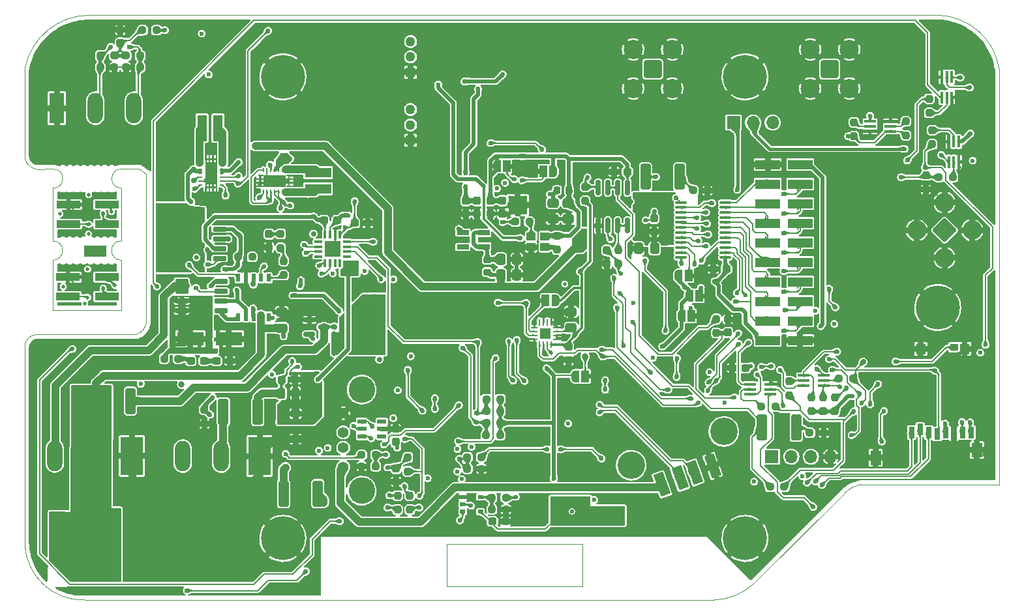
<source format=gbr>
%TF.GenerationSoftware,KiCad,Pcbnew,(6.0.9)*%
%TF.CreationDate,2022-11-23T10:46:28+02:00*%
%TF.ProjectId,Bird_detector_V1,42697264-5f64-4657-9465-63746f725f56,rev?*%
%TF.SameCoordinates,Original*%
%TF.FileFunction,Copper,L4,Bot*%
%TF.FilePolarity,Positive*%
%FSLAX46Y46*%
G04 Gerber Fmt 4.6, Leading zero omitted, Abs format (unit mm)*
G04 Created by KiCad (PCBNEW (6.0.9)) date 2022-11-23 10:46:28*
%MOMM*%
%LPD*%
G01*
G04 APERTURE LIST*
G04 Aperture macros list*
%AMRoundRect*
0 Rectangle with rounded corners*
0 $1 Rounding radius*
0 $2 $3 $4 $5 $6 $7 $8 $9 X,Y pos of 4 corners*
0 Add a 4 corners polygon primitive as box body*
4,1,4,$2,$3,$4,$5,$6,$7,$8,$9,$2,$3,0*
0 Add four circle primitives for the rounded corners*
1,1,$1+$1,$2,$3*
1,1,$1+$1,$4,$5*
1,1,$1+$1,$6,$7*
1,1,$1+$1,$8,$9*
0 Add four rect primitives between the rounded corners*
20,1,$1+$1,$2,$3,$4,$5,0*
20,1,$1+$1,$4,$5,$6,$7,0*
20,1,$1+$1,$6,$7,$8,$9,0*
20,1,$1+$1,$8,$9,$2,$3,0*%
%AMRotRect*
0 Rectangle, with rotation*
0 The origin of the aperture is its center*
0 $1 length*
0 $2 width*
0 $3 Rotation angle, in degrees counterclockwise*
0 Add horizontal line*
21,1,$1,$2,0,0,$3*%
%AMFreePoly0*
4,1,22,0.550000,-0.750000,0.000000,-0.750000,0.000000,-0.745033,-0.079941,-0.743568,-0.215256,-0.701293,-0.333266,-0.622738,-0.424486,-0.514219,-0.481581,-0.384460,-0.499164,-0.250000,-0.500000,-0.250000,-0.500000,0.250000,-0.499164,0.250000,-0.499963,0.256109,-0.478152,0.396186,-0.417904,0.524511,-0.324060,0.630769,-0.204165,0.706417,-0.067858,0.745374,0.000000,0.744959,0.000000,0.750000,
0.550000,0.750000,0.550000,-0.750000,0.550000,-0.750000,$1*%
%AMFreePoly1*
4,1,20,0.000000,0.744959,0.073905,0.744508,0.209726,0.703889,0.328688,0.626782,0.421226,0.519385,0.479903,0.390333,0.500000,0.250000,0.500000,-0.250000,0.499851,-0.262216,0.476331,-0.402017,0.414519,-0.529596,0.319384,-0.634700,0.198574,-0.708877,0.061801,-0.746166,0.000000,-0.745033,0.000000,-0.750000,-0.550000,-0.750000,-0.550000,0.750000,0.000000,0.750000,0.000000,0.744959,
0.000000,0.744959,$1*%
G04 Aperture macros list end*
%TA.AperFunction,NonConductor*%
%ADD10C,0.001000*%
%TD*%
%TA.AperFunction,Profile*%
%ADD11C,0.100000*%
%TD*%
%TA.AperFunction,Profile*%
%ADD12C,0.120000*%
%TD*%
%TA.AperFunction,ComponentPad*%
%ADD13R,1.980000X3.960000*%
%TD*%
%TA.AperFunction,ComponentPad*%
%ADD14O,1.980000X3.960000*%
%TD*%
%TA.AperFunction,ConnectorPad*%
%ADD15C,5.700000*%
%TD*%
%TA.AperFunction,ComponentPad*%
%ADD16C,3.600000*%
%TD*%
%TA.AperFunction,ComponentPad*%
%ADD17RoundRect,0.200100X-0.949900X0.949900X-0.949900X-0.949900X0.949900X-0.949900X0.949900X0.949900X0*%
%TD*%
%TA.AperFunction,ComponentPad*%
%ADD18C,2.500000*%
%TD*%
%TA.AperFunction,ComponentPad*%
%ADD19R,3.000000X5.000000*%
%TD*%
%TA.AperFunction,ComponentPad*%
%ADD20O,3.000000X5.000000*%
%TD*%
%TA.AperFunction,ComponentPad*%
%ADD21RoundRect,0.200100X1.343361X0.000000X0.000000X1.343361X-1.343361X0.000000X0.000000X-1.343361X0*%
%TD*%
%TA.AperFunction,ComponentPad*%
%ADD22RoundRect,0.200100X0.949900X-0.949900X0.949900X0.949900X-0.949900X0.949900X-0.949900X-0.949900X0*%
%TD*%
%TA.AperFunction,ComponentPad*%
%ADD23R,1.700000X1.700000*%
%TD*%
%TA.AperFunction,ComponentPad*%
%ADD24O,1.700000X1.700000*%
%TD*%
%TA.AperFunction,ComponentPad*%
%ADD25R,1.275000X1.275000*%
%TD*%
%TA.AperFunction,ComponentPad*%
%ADD26C,1.275000*%
%TD*%
%TA.AperFunction,ComponentPad*%
%ADD27C,1.400000*%
%TD*%
%TA.AperFunction,ComponentPad*%
%ADD28C,3.450000*%
%TD*%
%TA.AperFunction,ComponentPad*%
%ADD29C,0.500000*%
%TD*%
%TA.AperFunction,SMDPad,CuDef*%
%ADD30R,2.450000X2.450000*%
%TD*%
%TA.AperFunction,SMDPad,CuDef*%
%ADD31R,1.560000X0.650000*%
%TD*%
%TA.AperFunction,SMDPad,CuDef*%
%ADD32FreePoly0,180.000000*%
%TD*%
%TA.AperFunction,SMDPad,CuDef*%
%ADD33R,1.000000X1.500000*%
%TD*%
%TA.AperFunction,SMDPad,CuDef*%
%ADD34FreePoly1,180.000000*%
%TD*%
%TA.AperFunction,SMDPad,CuDef*%
%ADD35R,1.150000X1.000000*%
%TD*%
%TA.AperFunction,SMDPad,CuDef*%
%ADD36RoundRect,0.237500X-0.250000X-0.237500X0.250000X-0.237500X0.250000X0.237500X-0.250000X0.237500X0*%
%TD*%
%TA.AperFunction,SMDPad,CuDef*%
%ADD37RoundRect,0.237500X0.237500X-0.300000X0.237500X0.300000X-0.237500X0.300000X-0.237500X-0.300000X0*%
%TD*%
%TA.AperFunction,SMDPad,CuDef*%
%ADD38RoundRect,0.237500X0.250000X0.237500X-0.250000X0.237500X-0.250000X-0.237500X0.250000X-0.237500X0*%
%TD*%
%TA.AperFunction,SMDPad,CuDef*%
%ADD39RoundRect,0.237500X-0.237500X0.250000X-0.237500X-0.250000X0.237500X-0.250000X0.237500X0.250000X0*%
%TD*%
%TA.AperFunction,SMDPad,CuDef*%
%ADD40RoundRect,0.237500X0.237500X-0.250000X0.237500X0.250000X-0.237500X0.250000X-0.237500X-0.250000X0*%
%TD*%
%TA.AperFunction,SMDPad,CuDef*%
%ADD41RoundRect,0.062500X0.062500X-0.375000X0.062500X0.375000X-0.062500X0.375000X-0.062500X-0.375000X0*%
%TD*%
%TA.AperFunction,SMDPad,CuDef*%
%ADD42RoundRect,0.062500X0.375000X-0.062500X0.375000X0.062500X-0.375000X0.062500X-0.375000X-0.062500X0*%
%TD*%
%TA.AperFunction,SMDPad,CuDef*%
%ADD43R,1.450000X1.450000*%
%TD*%
%TA.AperFunction,SMDPad,CuDef*%
%ADD44R,1.300000X3.400000*%
%TD*%
%TA.AperFunction,SMDPad,CuDef*%
%ADD45R,3.180000X1.270000*%
%TD*%
%TA.AperFunction,SMDPad,CuDef*%
%ADD46RoundRect,0.237500X-0.300000X-0.237500X0.300000X-0.237500X0.300000X0.237500X-0.300000X0.237500X0*%
%TD*%
%TA.AperFunction,SMDPad,CuDef*%
%ADD47RoundRect,0.250000X-0.475000X0.337500X-0.475000X-0.337500X0.475000X-0.337500X0.475000X0.337500X0*%
%TD*%
%TA.AperFunction,SMDPad,CuDef*%
%ADD48R,3.150000X1.000000*%
%TD*%
%TA.AperFunction,SMDPad,CuDef*%
%ADD49RoundRect,0.250000X-0.337500X-0.475000X0.337500X-0.475000X0.337500X0.475000X-0.337500X0.475000X0*%
%TD*%
%TA.AperFunction,SMDPad,CuDef*%
%ADD50RoundRect,0.237500X0.300000X0.237500X-0.300000X0.237500X-0.300000X-0.237500X0.300000X-0.237500X0*%
%TD*%
%TA.AperFunction,SMDPad,CuDef*%
%ADD51R,3.500000X1.800000*%
%TD*%
%TA.AperFunction,SMDPad,CuDef*%
%ADD52RoundRect,0.237500X-0.237500X0.300000X-0.237500X-0.300000X0.237500X-0.300000X0.237500X0.300000X0*%
%TD*%
%TA.AperFunction,SMDPad,CuDef*%
%ADD53O,0.600000X0.240000*%
%TD*%
%TA.AperFunction,SMDPad,CuDef*%
%ADD54R,0.200000X0.775000*%
%TD*%
%TA.AperFunction,SMDPad,CuDef*%
%ADD55R,1.580000X2.850000*%
%TD*%
%TA.AperFunction,SMDPad,CuDef*%
%ADD56RoundRect,0.250000X-0.400000X-1.450000X0.400000X-1.450000X0.400000X1.450000X-0.400000X1.450000X0*%
%TD*%
%TA.AperFunction,SMDPad,CuDef*%
%ADD57R,0.700000X0.510000*%
%TD*%
%TA.AperFunction,SMDPad,CuDef*%
%ADD58R,0.800000X1.500000*%
%TD*%
%TA.AperFunction,SMDPad,CuDef*%
%ADD59R,1.000000X0.950000*%
%TD*%
%TA.AperFunction,SMDPad,CuDef*%
%ADD60R,1.300000X1.400000*%
%TD*%
%TA.AperFunction,SMDPad,CuDef*%
%ADD61R,1.400000X1.900000*%
%TD*%
%TA.AperFunction,SMDPad,CuDef*%
%ADD62FreePoly0,0.000000*%
%TD*%
%TA.AperFunction,SMDPad,CuDef*%
%ADD63FreePoly1,0.000000*%
%TD*%
%TA.AperFunction,SMDPad,CuDef*%
%ADD64R,1.500000X0.400000*%
%TD*%
%TA.AperFunction,SMDPad,CuDef*%
%ADD65RoundRect,0.250000X0.475000X-0.337500X0.475000X0.337500X-0.475000X0.337500X-0.475000X-0.337500X0*%
%TD*%
%TA.AperFunction,SMDPad,CuDef*%
%ADD66R,1.150000X0.600000*%
%TD*%
%TA.AperFunction,SMDPad,CuDef*%
%ADD67RoundRect,0.250000X0.337500X0.475000X-0.337500X0.475000X-0.337500X-0.475000X0.337500X-0.475000X0*%
%TD*%
%TA.AperFunction,SMDPad,CuDef*%
%ADD68O,0.240000X0.600000*%
%TD*%
%TA.AperFunction,SMDPad,CuDef*%
%ADD69R,0.775000X0.200000*%
%TD*%
%TA.AperFunction,SMDPad,CuDef*%
%ADD70R,2.850000X1.580000*%
%TD*%
%TA.AperFunction,SMDPad,CuDef*%
%ADD71RoundRect,0.150000X0.150000X-0.825000X0.150000X0.825000X-0.150000X0.825000X-0.150000X-0.825000X0*%
%TD*%
%TA.AperFunction,ComponentPad*%
%ADD72C,3.000000*%
%TD*%
%TA.AperFunction,ComponentPad*%
%ADD73R,2.500000X2.500000*%
%TD*%
%TA.AperFunction,SMDPad,CuDef*%
%ADD74RoundRect,0.250000X0.400000X1.450000X-0.400000X1.450000X-0.400000X-1.450000X0.400000X-1.450000X0*%
%TD*%
%TA.AperFunction,SMDPad,CuDef*%
%ADD75R,3.400000X1.300000*%
%TD*%
%TA.AperFunction,SMDPad,CuDef*%
%ADD76RotRect,1.300000X3.000000X20.000000*%
%TD*%
%TA.AperFunction,ComponentPad*%
%ADD77C,3.570000*%
%TD*%
%TA.AperFunction,SMDPad,CuDef*%
%ADD78RoundRect,0.250000X-0.262500X-0.450000X0.262500X-0.450000X0.262500X0.450000X-0.262500X0.450000X0*%
%TD*%
%TA.AperFunction,SMDPad,CuDef*%
%ADD79RoundRect,0.150000X0.725000X0.150000X-0.725000X0.150000X-0.725000X-0.150000X0.725000X-0.150000X0*%
%TD*%
%TA.AperFunction,SMDPad,CuDef*%
%ADD80R,0.400000X1.500000*%
%TD*%
%TA.AperFunction,SMDPad,CuDef*%
%ADD81R,1.200000X0.900000*%
%TD*%
%TA.AperFunction,SMDPad,CuDef*%
%ADD82R,0.510000X1.100000*%
%TD*%
%TA.AperFunction,SMDPad,CuDef*%
%ADD83RoundRect,0.218750X0.256250X-0.218750X0.256250X0.218750X-0.256250X0.218750X-0.256250X-0.218750X0*%
%TD*%
%TA.AperFunction,SMDPad,CuDef*%
%ADD84RoundRect,0.100000X-0.637500X-0.100000X0.637500X-0.100000X0.637500X0.100000X-0.637500X0.100000X0*%
%TD*%
%TA.AperFunction,SMDPad,CuDef*%
%ADD85RoundRect,0.150000X-0.587500X-0.150000X0.587500X-0.150000X0.587500X0.150000X-0.587500X0.150000X0*%
%TD*%
%TA.AperFunction,SMDPad,CuDef*%
%ADD86RoundRect,0.087500X-0.087500X0.425000X-0.087500X-0.425000X0.087500X-0.425000X0.087500X0.425000X0*%
%TD*%
%TA.AperFunction,SMDPad,CuDef*%
%ADD87RoundRect,0.087500X-0.425000X0.087500X-0.425000X-0.087500X0.425000X-0.087500X0.425000X0.087500X0*%
%TD*%
%TA.AperFunction,SMDPad,CuDef*%
%ADD88R,2.100000X2.100000*%
%TD*%
%TA.AperFunction,SMDPad,CuDef*%
%ADD89RoundRect,0.218750X-0.218750X-0.256250X0.218750X-0.256250X0.218750X0.256250X-0.218750X0.256250X0*%
%TD*%
%TA.AperFunction,ViaPad*%
%ADD90C,0.600000*%
%TD*%
%TA.AperFunction,ViaPad*%
%ADD91C,0.500000*%
%TD*%
%TA.AperFunction,ViaPad*%
%ADD92C,0.700000*%
%TD*%
%TA.AperFunction,ViaPad*%
%ADD93C,0.800000*%
%TD*%
%TA.AperFunction,Conductor*%
%ADD94C,0.200000*%
%TD*%
%TA.AperFunction,Conductor*%
%ADD95C,0.300000*%
%TD*%
%TA.AperFunction,Conductor*%
%ADD96C,0.500000*%
%TD*%
%TA.AperFunction,Conductor*%
%ADD97C,1.000000*%
%TD*%
%TA.AperFunction,Conductor*%
%ADD98C,0.146812*%
%TD*%
%TA.AperFunction,Conductor*%
%ADD99C,0.400000*%
%TD*%
%TA.AperFunction,Conductor*%
%ADD100C,0.180000*%
%TD*%
%TA.AperFunction,Conductor*%
%ADD101C,0.250000*%
%TD*%
G04 APERTURE END LIST*
D10*
X99212400Y-91922600D02*
X102031800Y-91922600D01*
X102031800Y-91922600D02*
X102031800Y-93268800D01*
X102031800Y-93268800D02*
X99212400Y-93268800D01*
X99212400Y-93268800D02*
X99212400Y-91922600D01*
G36*
X99212400Y-91922600D02*
G01*
X102031800Y-91922600D01*
X102031800Y-93268800D01*
X99212400Y-93268800D01*
X99212400Y-91922600D01*
G37*
D11*
X186000000Y-136000000D02*
X198000000Y-124000000D01*
X91500000Y-69000000D02*
X91500000Y-80000000D01*
X95151800Y-91338400D02*
X95177200Y-84491200D01*
X146253200Y-130683000D02*
X163855400Y-130683000D01*
X163855400Y-130683000D02*
X163855400Y-136220200D01*
X163855400Y-136220200D02*
X146253200Y-136220200D01*
X146253200Y-136220200D02*
X146253200Y-130683000D01*
X107289600Y-82600800D02*
X107289600Y-102000000D01*
X104021800Y-91333000D02*
X104047200Y-84485800D01*
X91500000Y-80000000D02*
G75*
G03*
X93000000Y-82000000I1750000J-250000D01*
G01*
X100000000Y-61999995D02*
G75*
G03*
X91500000Y-69000000I-78860J-8564955D01*
G01*
X95168400Y-100333800D02*
X104038400Y-100333800D01*
X91500000Y-130750000D02*
G75*
G03*
X99250000Y-138000000I7563800J318200D01*
G01*
X95151800Y-93838400D02*
X95168400Y-100333800D01*
X200000005Y-123000022D02*
G75*
G03*
X198000000Y-124000000I865995J-4232078D01*
G01*
X218000000Y-123000000D02*
X218000000Y-69000000D01*
X93000000Y-103500000D02*
X106000000Y-103500000D01*
X106324400Y-81985800D02*
X107289600Y-82600800D01*
X181000000Y-138000013D02*
G75*
G03*
X186000000Y-136000000I-247500J7868713D01*
G01*
X104047200Y-81985800D02*
X106324400Y-81985800D01*
X99250000Y-138000000D02*
X181000000Y-138000000D01*
X104021800Y-93833000D02*
X104038400Y-100333800D01*
X91500000Y-130750000D02*
X91500000Y-105000000D01*
X105999998Y-103499995D02*
G75*
G03*
X107289600Y-102000000I-654198J1866795D01*
G01*
X93000000Y-82000000D02*
X95177200Y-81991200D01*
X218000000Y-123000000D02*
X200000000Y-123000000D01*
X218000023Y-68999996D02*
G75*
G03*
X210000000Y-62000000I-8171123J-1267004D01*
G01*
X210000000Y-62000000D02*
X100000000Y-62000000D01*
X93000000Y-103500000D02*
G75*
G03*
X91500000Y-105000000I143800J-1643800D01*
G01*
D12*
%TO.C,FID11*%
X95151800Y-93838400D02*
G75*
G03*
X95151800Y-91338400I0J1250000D01*
G01*
X104021800Y-91333000D02*
G75*
G03*
X104021800Y-93833000I0J-1250000D01*
G01*
%TO.C,FID12*%
X104047200Y-81985800D02*
G75*
G03*
X104047200Y-84485800I0J-1250000D01*
G01*
X95177200Y-84491200D02*
G75*
G03*
X95177200Y-81991200I0J1250000D01*
G01*
%TO.C,JP3*%
G36*
X154976400Y-81935600D02*
G01*
X154476400Y-81935600D01*
X154476400Y-81335600D01*
X154976400Y-81335600D01*
X154976400Y-81935600D01*
G37*
%TO.C,JP7*%
G36*
X178949400Y-101392000D02*
G01*
X178449400Y-101392000D01*
X178449400Y-100792000D01*
X178949400Y-100792000D01*
X178949400Y-101392000D01*
G37*
%TO.C,JP4*%
G36*
X158400800Y-82596000D02*
G01*
X157900800Y-82596000D01*
X157900800Y-81996000D01*
X158400800Y-81996000D01*
X158400800Y-82596000D01*
G37*
%TO.C,JP2*%
G36*
X165161800Y-109240600D02*
G01*
X164661800Y-109240600D01*
X164661800Y-108640600D01*
X165161800Y-108640600D01*
X165161800Y-109240600D01*
G37*
%TO.C,JP8*%
G36*
X178573000Y-96159600D02*
G01*
X178073000Y-96159600D01*
X178073000Y-95559600D01*
X178573000Y-95559600D01*
X178573000Y-96159600D01*
G37*
%TO.C,JP9*%
G36*
X179944600Y-98775800D02*
G01*
X179444600Y-98775800D01*
X179444600Y-98175800D01*
X179944600Y-98175800D01*
X179944600Y-98775800D01*
G37*
%TO.C,JP10*%
G36*
X158680200Y-99385400D02*
G01*
X158180200Y-99385400D01*
X158180200Y-98785400D01*
X158680200Y-98785400D01*
X158680200Y-99385400D01*
G37*
%TD*%
D13*
%TO.P,J7,1,Pin_1*%
%TO.N,GND*%
X95656400Y-74091800D03*
D14*
%TO.P,J7,2,Pin_2*%
%TO.N,/MCU+WIFI+BT/CAN_L*%
X100656400Y-74091800D03*
%TO.P,J7,3,Pin_3*%
%TO.N,/MCU+WIFI+BT/CAN_H*%
X105656400Y-74091800D03*
%TD*%
D15*
%TO.P,H3,1,1*%
%TO.N,GND*%
X210000000Y-100000000D03*
D16*
X210000000Y-100000000D03*
%TD*%
D15*
%TO.P,H5,1,1*%
%TO.N,GND*%
X125000000Y-70000000D03*
D16*
X125000000Y-70000000D03*
%TD*%
D17*
%TO.P,J4,1,In*%
%TO.N,/GSM+GPS/BT_RF2*%
X196000000Y-69000000D03*
D18*
%TO.P,J4,2,Ext*%
%TO.N,GND*%
X193460000Y-66460000D03*
X198540000Y-66460000D03*
X198540000Y-71540000D03*
X193460000Y-71540000D03*
%TD*%
D19*
%TO.P,J14,1,Pin_1*%
%TO.N,GND*%
X105410000Y-119278400D03*
D20*
%TO.P,J14,2,Pin_2*%
%TO.N,+BATT*%
X100410000Y-119278400D03*
D14*
%TO.P,J14,3,Pin_3*%
%TO.N,/Power Management +BMS/Heater_Input*%
X95410000Y-119278400D03*
%TD*%
D21*
%TO.P,J5,1,In*%
%TO.N,/GSM+GPS/GNSS_RF2*%
X210896200Y-89941400D03*
D18*
%TO.P,J5,2,Ext*%
%TO.N,GND*%
X210896200Y-86349298D03*
X214488302Y-89941400D03*
X210896200Y-93533502D03*
X207304098Y-89941400D03*
%TD*%
D22*
%TO.P,J2,1,In*%
%TO.N,/GSM+GPS/GSM_RF2*%
X173000000Y-69000000D03*
D18*
%TO.P,J2,2,Ext*%
%TO.N,GND*%
X175540000Y-66460000D03*
X170460000Y-66460000D03*
X175540000Y-71540000D03*
X170460000Y-71540000D03*
%TD*%
D15*
%TO.P,H1,1,1*%
%TO.N,GND*%
X125000000Y-130000000D03*
D16*
X125000000Y-130000000D03*
%TD*%
D23*
%TO.P,JP1,1,A*%
%TO.N,+3V8*%
X183504600Y-75946000D03*
D24*
%TO.P,JP1,2,C*%
%TO.N,/GSM+GPS/LED_PWR*%
X186044600Y-75946000D03*
%TO.P,JP1,3,B*%
%TO.N,unconnected-(JP1-Pad3)*%
X188584600Y-75946000D03*
%TD*%
D25*
%TO.P,J9,1,1*%
%TO.N,GND*%
X141579600Y-69418200D03*
D26*
%TO.P,J9,2,2*%
%TO.N,/Audio capture/Shield2*%
X141579600Y-67418200D03*
%TO.P,J9,3,3*%
%TO.N,/Audio capture/RAW_AUDIO_P*%
X141579600Y-65418200D03*
%TD*%
D27*
%TO.P,J13,1,VBUS*%
%TO.N,VBUS*%
X132838500Y-120721000D03*
%TO.P,J13,2,D-*%
%TO.N,D-*%
X132838500Y-118221000D03*
%TO.P,J13,3,D+*%
%TO.N,D+*%
X132838500Y-116221000D03*
%TO.P,J13,4,GND*%
%TO.N,GND*%
X132838500Y-113721000D03*
D28*
%TO.P,J13,MH1*%
%TO.N,N/C*%
X135238500Y-123791000D03*
%TO.P,J13,MH2*%
X135238500Y-110651000D03*
%TD*%
D15*
%TO.P,H4,1,1*%
%TO.N,GND*%
X185000000Y-70000000D03*
D16*
X185000000Y-70000000D03*
%TD*%
D19*
%TO.P,J11,1,Pin_1*%
%TO.N,GND*%
X121996200Y-119303800D03*
D14*
%TO.P,J11,2,Pin_2*%
%TO.N,/Power Management +BMS/raw_solar*%
X116996200Y-119303800D03*
%TO.P,J11,3,Pin_3*%
%TO.N,unconnected-(J11-Pad3)*%
X111996200Y-119303800D03*
%TD*%
D29*
%TO.P,U8,25,GND*%
%TO.N,GND*%
X155498800Y-85716300D03*
X154523800Y-85716300D03*
X156473800Y-86691300D03*
X155498800Y-87666300D03*
X154523800Y-87666300D03*
X156473800Y-87666300D03*
X154523800Y-86691300D03*
X155498800Y-86691300D03*
D30*
X155498800Y-86691300D03*
D29*
X156473800Y-85716300D03*
%TD*%
D16*
%TO.P,H2,1,1*%
%TO.N,GND*%
X185000000Y-130000000D03*
D15*
X185000000Y-130000000D03*
%TD*%
D25*
%TO.P,J8,1,1*%
%TO.N,GND*%
X141579600Y-78257400D03*
D26*
%TO.P,J8,2,2*%
%TO.N,/Audio capture/Shield1*%
X141579600Y-76257400D03*
%TO.P,J8,3,3*%
%TO.N,/Audio capture/RAW_AUDIO_L*%
X141579600Y-74257400D03*
%TD*%
D23*
%TO.P,J3,1,VBUS*%
%TO.N,/GSM+GPS/5V-in2*%
X188468000Y-119380000D03*
D24*
%TO.P,J3,2,D-*%
%TO.N,D2-*%
X191008000Y-119380000D03*
%TO.P,J3,3,D+*%
%TO.N,D2+*%
X193548000Y-119380000D03*
%TO.P,J3,4,GND*%
%TO.N,GND*%
X196088000Y-119380000D03*
%TD*%
D31*
%TO.P,U10,1,IN*%
%TO.N,/Audio capture/filtered_3v8*%
X151083000Y-90236000D03*
%TO.P,U10,2,GND*%
%TO.N,GND*%
X151083000Y-91186000D03*
%TO.P,U10,3,EN*%
%TO.N,/Audio capture/filtered_3v8*%
X151083000Y-92136000D03*
%TO.P,U10,4,NC*%
%TO.N,unconnected-(U10-Pad4)*%
X148383000Y-92136000D03*
%TO.P,U10,5,OUT*%
%TO.N,+3.3VA*%
X148383000Y-90236000D03*
%TD*%
D32*
%TO.P,JP3,1,A*%
%TO.N,GND*%
X155376400Y-81635600D03*
D33*
%TO.P,JP3,2,C*%
%TO.N,Net-(JP3-Pad2)*%
X154076400Y-81635600D03*
D34*
%TO.P,JP3,3,B*%
%TO.N,+3.3VA*%
X152776400Y-81635600D03*
%TD*%
D35*
%TO.P,Y1,1,1*%
%TO.N,/Audio capture/12MHz_enable*%
X158990000Y-92140000D03*
%TO.P,Y1,2,2*%
%TO.N,GND*%
X157240000Y-92140000D03*
%TO.P,Y1,3,3*%
%TO.N,/Audio capture/12MHz_raw*%
X157240000Y-90740000D03*
%TO.P,Y1,4,4*%
%TO.N,+3.3VA*%
X158990000Y-90740000D03*
%TD*%
D36*
%TO.P,R100,1*%
%TO.N,/MCU+WIFI+BT/CAN_L*%
X101297100Y-68783200D03*
%TO.P,R100,2*%
%TO.N,GND*%
X103122100Y-68783200D03*
%TD*%
D37*
%TO.P,C5,1*%
%TO.N,+3V8*%
X173202600Y-90143500D03*
%TO.P,C5,2*%
%TO.N,GND*%
X173202600Y-88418500D03*
%TD*%
D38*
%TO.P,R94,1*%
%TO.N,Net-(Q1-Pad2)*%
X150772500Y-119456200D03*
%TO.P,R94,2*%
%TO.N,/MCU+WIFI+BT/GPIO_40*%
X148947500Y-119456200D03*
%TD*%
D39*
%TO.P,R97,1*%
%TO.N,/Power Management +BMS/Temp2_buffer*%
X168554400Y-92505700D03*
%TO.P,R97,2*%
%TO.N,/Power Management +BMS/Temp2_out*%
X168554400Y-94330700D03*
%TD*%
D38*
%TO.P,R16,1*%
%TO.N,GND*%
X153971000Y-126238000D03*
%TO.P,R16,2*%
%TO.N,/GSM+GPS/ENABLE*%
X152146000Y-126238000D03*
%TD*%
D40*
%TO.P,R11,1*%
%TO.N,GND*%
X208483200Y-84656300D03*
%TO.P,R11,2*%
%TO.N,/GSM+GPS/IPPS*%
X208483200Y-82831300D03*
%TD*%
D41*
%TO.P,U19,1,VDDIO*%
%TO.N,+3V3*%
X159830200Y-104790100D03*
%TO.P,U19,2,BYP*%
%TO.N,Net-(C77-Pad2)*%
X159330200Y-104790100D03*
%TO.P,U19,3,NC*%
%TO.N,GND*%
X158830200Y-104790100D03*
%TO.P,U19,4,SCL*%
%TO.N,/MCU+WIFI+BT/SCL*%
X158330200Y-104790100D03*
D42*
%TO.P,U19,5,GND*%
%TO.N,GND*%
X157642700Y-104102600D03*
%TO.P,U19,6,SDA*%
%TO.N,/MCU+WIFI+BT/SDA*%
X157642700Y-103602600D03*
%TO.P,U19,7,SA0*%
%TO.N,Net-(JP10-Pad2)*%
X157642700Y-103102600D03*
%TO.P,U19,8,NC*%
%TO.N,GND*%
X157642700Y-102602600D03*
D41*
%TO.P,U19,9,INT2*%
%TO.N,unconnected-(U19-Pad9)*%
X158330200Y-101915100D03*
%TO.P,U19,10,GND*%
%TO.N,GND*%
X158830200Y-101915100D03*
%TO.P,U19,11,INT1*%
%TO.N,unconnected-(U19-Pad11)*%
X159330200Y-101915100D03*
%TO.P,U19,12,GND*%
%TO.N,GND*%
X159830200Y-101915100D03*
D42*
%TO.P,U19,13,NC*%
X160517700Y-102602600D03*
%TO.P,U19,14,VDD*%
%TO.N,+3V3*%
X160517700Y-103102600D03*
%TO.P,U19,15,NC*%
%TO.N,GND*%
X160517700Y-103602600D03*
%TO.P,U19,16,NC*%
X160517700Y-104102600D03*
D43*
%TO.P,U19,17*%
%TO.N,N/C*%
X159080200Y-103352600D03*
%TD*%
D40*
%TO.P,R70,1*%
%TO.N,Net-(R33-Pad2)*%
X124714000Y-92249000D03*
%TO.P,R70,2*%
%TO.N,/Power Management +BMS/COM_CAP*%
X124714000Y-90424000D03*
%TD*%
D44*
%TO.P,L3,1,1*%
%TO.N,Net-(L3-Pad1)*%
X116594600Y-76682600D03*
%TO.P,L3,2,2*%
%TO.N,Net-(L3-Pad2)*%
X114494600Y-76682600D03*
%TD*%
D45*
%TO.P,J15,1,Pin_1*%
%TO.N,+3V3*%
X192153500Y-81407000D03*
%TO.P,J15,2,Pin_2*%
%TO.N,GND*%
X187963500Y-81407000D03*
%TO.P,J15,3,Pin_3*%
%TO.N,/Other data+storage/P07*%
X192153500Y-83947000D03*
%TO.P,J15,4,Pin_4*%
%TO.N,/Other data+storage/P10*%
X187963500Y-83947000D03*
%TO.P,J15,5,Pin_5*%
%TO.N,/Other data+storage/P06*%
X192153500Y-86487000D03*
%TO.P,J15,6,Pin_6*%
%TO.N,/Other data+storage/P11*%
X187963500Y-86487000D03*
%TO.P,J15,7,Pin_7*%
%TO.N,/Other data+storage/P05*%
X192153500Y-89027000D03*
%TO.P,J15,8,Pin_8*%
%TO.N,/Other data+storage/P12*%
X187963500Y-89027000D03*
%TO.P,J15,9,Pin_9*%
%TO.N,/Other data+storage/P04*%
X192153500Y-91567000D03*
%TO.P,J15,10,Pin_10*%
%TO.N,/Other data+storage/P13*%
X187963500Y-91567000D03*
%TO.P,J15,11,Pin_11*%
%TO.N,/Other data+storage/P03*%
X192153500Y-94107000D03*
%TO.P,J15,12,Pin_12*%
%TO.N,/Other data+storage/P14*%
X187963500Y-94107000D03*
%TO.P,J15,13,Pin_13*%
%TO.N,/Other data+storage/P02*%
X192153500Y-96647000D03*
%TO.P,J15,14,Pin_14*%
%TO.N,/Other data+storage/P15*%
X187963500Y-96647000D03*
%TO.P,J15,15,Pin_15*%
%TO.N,/Other data+storage/P01*%
X192153500Y-99187000D03*
%TO.P,J15,16,Pin_16*%
%TO.N,/Other data+storage/P16*%
X187963500Y-99187000D03*
%TO.P,J15,17,Pin_17*%
%TO.N,/Other data+storage/P00*%
X192153500Y-101727000D03*
%TO.P,J15,18,Pin_18*%
%TO.N,/Other data+storage/P17*%
X187963500Y-101727000D03*
%TO.P,J15,19,Pin_19*%
%TO.N,GND*%
X192153500Y-104267000D03*
%TO.P,J15,20,Pin_20*%
%TO.N,+3V3*%
X187963500Y-104267000D03*
%TD*%
D38*
%TO.P,R36,1*%
%TO.N,+3V3*%
X153236300Y-111891600D03*
%TO.P,R36,2*%
%TO.N,/MCU+WIFI+BT/SCL*%
X151411300Y-111891600D03*
%TD*%
D46*
%TO.P,C44,1*%
%TO.N,IN_SOLAR+*%
X124867500Y-109347000D03*
%TO.P,C44,2*%
%TO.N,IN_SOLAR-*%
X126592500Y-109347000D03*
%TD*%
D38*
%TO.P,R38,1*%
%TO.N,/MCU+WIFI+BT/SPLIT*%
X108608500Y-63957200D03*
%TO.P,R38,2*%
%TO.N,/MCU+WIFI+BT/COMMON_NODE*%
X106783500Y-63957200D03*
%TD*%
D40*
%TO.P,R9,1*%
%TO.N,Net-(Q1-Pad5)*%
X208915000Y-74699500D03*
%TO.P,R9,2*%
%TO.N,/GSM+GPS/NETLIGHT*%
X208915000Y-72874500D03*
%TD*%
D47*
%TO.P,C6,1*%
%TO.N,Net-(C6-Pad1)*%
X160070800Y-86403900D03*
%TO.P,C6,2*%
%TO.N,GND*%
X160070800Y-88478900D03*
%TD*%
D48*
%TO.P,J20,1,Pin_1*%
%TO.N,/MCU+WIFI+BT/test/SCL2*%
X102148200Y-96032000D03*
%TO.P,J20,2,Pin_2*%
%TO.N,3.33v*%
X97098200Y-96032000D03*
%TO.P,J20,3,Pin_3*%
%TO.N,GND1*%
X102148200Y-98572000D03*
%TO.P,J20,4,Pin_4*%
%TO.N,/MCU+WIFI+BT/test/SDA2*%
X97098200Y-98572000D03*
%TD*%
D49*
%TO.P,C35,1*%
%TO.N,/Audio capture/filtered_3v8*%
X153292900Y-93726000D03*
%TO.P,C35,2*%
%TO.N,GND*%
X155367900Y-93726000D03*
%TD*%
D50*
%TO.P,C67,1*%
%TO.N,+3V3*%
X182599500Y-94996000D03*
%TO.P,C67,2*%
%TO.N,GND*%
X180874500Y-94996000D03*
%TD*%
D38*
%TO.P,R37,1*%
%TO.N,/MCU+WIFI+BT/COMMON_NODE*%
X103126000Y-67259200D03*
%TO.P,R37,2*%
%TO.N,/MCU+WIFI+BT/CAN_L*%
X101301000Y-67259200D03*
%TD*%
D51*
%TO.P,D11,1,K*%
%TO.N,/Power Management +BMS/BMS_SW_OUT*%
X112993800Y-104063800D03*
%TO.P,D11,2,A*%
%TO.N,GND*%
X117993800Y-104063800D03*
%TD*%
D52*
%TO.P,C52,1*%
%TO.N,/Power Management +BMS/COM_CAP*%
X123190000Y-90450500D03*
%TO.P,C52,2*%
%TO.N,GND*%
X123190000Y-92175500D03*
%TD*%
D39*
%TO.P,R26,1*%
%TO.N,/MCU+WIFI+BT/~{RST_CP}*%
X141224000Y-119460000D03*
%TO.P,R26,2*%
%TO.N,/MCU+WIFI+BT/VIO*%
X141224000Y-121285000D03*
%TD*%
D32*
%TO.P,JP7,1,A*%
%TO.N,GND*%
X179349400Y-101092000D03*
D33*
%TO.P,JP7,2,C*%
%TO.N,Net-(JP7-Pad2)*%
X178049400Y-101092000D03*
D34*
%TO.P,JP7,3,B*%
%TO.N,+3V3*%
X176749400Y-101092000D03*
%TD*%
D38*
%TO.P,R8,1*%
%TO.N,Net-(Q3-Pad2)*%
X211986500Y-83058000D03*
%TO.P,R8,2*%
%TO.N,/GSM+GPS/IPPS*%
X210161500Y-83058000D03*
%TD*%
%TO.P,R79,1*%
%TO.N,GND*%
X180136800Y-84785200D03*
%TO.P,R79,2*%
%TO.N,Net-(R79-Pad2)*%
X178311800Y-84785200D03*
%TD*%
D53*
%TO.P,U17,1,VINA*%
%TO.N,/Power Management +BMS/SMPSs/EN_3V8*%
X114288400Y-84050000D03*
%TO.P,U17,2,GND*%
%TO.N,GND*%
X114288400Y-83550000D03*
D54*
X115458400Y-80737000D03*
X115918400Y-80737000D03*
X116378400Y-80737000D03*
X114998400Y-84363000D03*
X115918400Y-84363000D03*
X115458400Y-84363000D03*
X116378400Y-84363000D03*
D55*
X115688400Y-82550000D03*
D54*
X114998400Y-80737000D03*
D53*
%TO.P,U17,3,FB*%
%TO.N,/Power Management +BMS/SMPSs/FB_3V8*%
X114288400Y-83050000D03*
%TO.P,U17,4,VOUT*%
%TO.N,+3V8*%
X114288400Y-82550000D03*
%TO.P,U17,5,VOUT*%
X114288400Y-82050000D03*
%TO.P,U17,6,L2*%
%TO.N,Net-(L3-Pad2)*%
X114288400Y-81550000D03*
%TO.P,U17,7,L2*%
X114288400Y-81050000D03*
%TO.P,U17,8,L1*%
%TO.N,Net-(L3-Pad1)*%
X117088400Y-81050000D03*
%TO.P,U17,9,L1*%
X117088400Y-81550000D03*
%TO.P,U17,10,VIN*%
%TO.N,IN_SYSTEM+*%
X117088400Y-82050000D03*
%TO.P,U17,11,VIN*%
X117088400Y-82550000D03*
%TO.P,U17,12,EN*%
%TO.N,/Power Management +BMS/SMPSs/EN_3V8*%
X117088400Y-83050000D03*
%TO.P,U17,13,PS/SYNC*%
%TO.N,/GSM+GPS/RF_SYNC*%
X117088400Y-83550000D03*
%TO.P,U17,14,PG*%
%TO.N,/Power Management +BMS/SMPSs/PG_3V8*%
X117088400Y-84050000D03*
%TD*%
D48*
%TO.P,J19,1,Pin_1*%
%TO.N,/MCU+WIFI+BT/test/SCL*%
X102186984Y-86595784D03*
%TO.P,J19,2,Pin_2*%
%TO.N,3.33v2*%
X97136984Y-86595784D03*
%TO.P,J19,3,Pin_3*%
%TO.N,GND2*%
X102186984Y-89135784D03*
%TO.P,J19,4,Pin_4*%
%TO.N,/MCU+WIFI+BT/test/SDA*%
X97136984Y-89135784D03*
%TD*%
D56*
%TO.P,TH1,1*%
%TO.N,/Power Management +BMS/Temp1*%
X172069800Y-83007200D03*
%TO.P,TH1,2*%
%TO.N,Net-(R79-Pad2)*%
X176519800Y-83007200D03*
%TD*%
D39*
%TO.P,R2,1*%
%TO.N,Net-(Q2-Pad5)*%
X190754000Y-109577500D03*
%TO.P,R2,2*%
%TO.N,+3V3*%
X190754000Y-111402500D03*
%TD*%
D57*
%TO.P,U6,1*%
%TO.N,/MCU+WIFI+BT/GPIO_01*%
X148344400Y-126527600D03*
%TO.P,U6,2*%
%TO.N,/Power Management +BMS/SMPSs/PG_3V8*%
X148344400Y-125577600D03*
%TO.P,U6,3,GND*%
%TO.N,GND*%
X148344400Y-124627600D03*
%TO.P,U6,4*%
%TO.N,/GSM+GPS/ENABLE*%
X150664400Y-124627600D03*
%TO.P,U6,5,VCC*%
%TO.N,+3V3*%
X150664400Y-126527600D03*
%TD*%
D36*
%TO.P,R15,1*%
%TO.N,/GSM+GPS/ENABLE*%
X152122500Y-124714000D03*
%TO.P,R15,2*%
%TO.N,Net-(Q4-Pad2)*%
X153947500Y-124714000D03*
%TD*%
D39*
%TO.P,R10,1*%
%TO.N,Net-(Q3-Pad5)*%
X209296000Y-76938500D03*
%TO.P,R10,2*%
%TO.N,/GSM+GPS/STAT_INT*%
X209296000Y-78763500D03*
%TD*%
D58*
%TO.P,J10,1,DAT2*%
%TO.N,/MCU+WIFI+BT/GPIO_17*%
X206615400Y-116234400D03*
%TO.P,J10,2,DAT3/CD*%
%TO.N,/MCU+WIFI+BT/GPIO_16*%
X207715400Y-115834400D03*
%TO.P,J10,3,CMD*%
%TO.N,/MCU+WIFI+BT/GPIO_15*%
X208815400Y-116234400D03*
%TO.P,J10,4,VDD*%
%TO.N,+3V3*%
X209915400Y-116434400D03*
%TO.P,J10,5,CLK*%
%TO.N,/MCU+WIFI+BT/GPIO_07*%
X211015400Y-116234400D03*
%TO.P,J10,6,VSS*%
%TO.N,GND*%
X212115400Y-116434400D03*
%TO.P,J10,7,DAT0*%
%TO.N,/MCU+WIFI+BT/GPIO_06*%
X213215400Y-116234400D03*
%TO.P,J10,8,DAT1*%
%TO.N,/MCU+WIFI+BT/GPIO_05*%
X214315400Y-116234400D03*
D59*
%TO.P,J10,9,DET_B*%
%TO.N,/MCU+WIFI+BT/GPIO_04*%
X212115400Y-105148400D03*
D60*
%TO.P,J10,11,SHIELD*%
%TO.N,GND*%
X207805400Y-105374400D03*
X213505400Y-105374400D03*
D61*
X215105400Y-118523400D03*
X201955400Y-119523400D03*
%TD*%
D39*
%TO.P,R96,1*%
%TO.N,/Power Management +BMS/Temp1_buffer*%
X181254400Y-101474900D03*
%TO.P,R96,2*%
%TO.N,/Power Management +BMS/Temp1_out*%
X181254400Y-103299900D03*
%TD*%
D36*
%TO.P,R14,1*%
%TO.N,Net-(Q4-Pad5)*%
X187096400Y-112826800D03*
%TO.P,R14,2*%
%TO.N,+3V3*%
X188921400Y-112826800D03*
%TD*%
D62*
%TO.P,JP4,1,A*%
%TO.N,GND*%
X157500800Y-82296000D03*
D33*
%TO.P,JP4,2,C*%
%TO.N,Net-(JP4-Pad2)*%
X158800800Y-82296000D03*
D63*
%TO.P,JP4,3,B*%
%TO.N,+3.3VA*%
X160100800Y-82296000D03*
%TD*%
D40*
%TO.P,R33,1*%
%TO.N,/Power Management +BMS/COM*%
X125095000Y-95781500D03*
%TO.P,R33,2*%
%TO.N,Net-(R33-Pad2)*%
X125095000Y-93956500D03*
%TD*%
D64*
%TO.P,Q5,1,S*%
%TO.N,GND*%
X201235000Y-77104000D03*
%TO.P,Q5,2,G*%
%TO.N,Net-(Q5-Pad2)*%
X201235000Y-76454000D03*
%TO.P,Q5,3,D*%
%TO.N,Net-(Q5-Pad3)*%
X201235000Y-75804000D03*
%TO.P,Q5,4,S*%
%TO.N,GND*%
X203895000Y-75804000D03*
%TO.P,Q5,5,G*%
%TO.N,Net-(Q5-Pad5)*%
X203895000Y-76454000D03*
%TO.P,Q5,6,D*%
%TO.N,/GSM+GPS/RF_SYNC*%
X203895000Y-77104000D03*
%TD*%
D32*
%TO.P,JP2,1,A*%
%TO.N,GND*%
X165561800Y-108940600D03*
D33*
%TO.P,JP2,2,C*%
%TO.N,/MCU+WIFI+BT/ADRESS_BME280*%
X164261800Y-108940600D03*
D34*
%TO.P,JP2,3,B*%
%TO.N,+3V3*%
X162961800Y-108940600D03*
%TD*%
D65*
%TO.P,C78,1*%
%TO.N,+3V3*%
X162407600Y-102637500D03*
%TO.P,C78,2*%
%TO.N,GND*%
X162407600Y-100562500D03*
%TD*%
D52*
%TO.P,C76,1*%
%TO.N,+3V3*%
X162077400Y-105106300D03*
%TO.P,C76,2*%
%TO.N,GND*%
X162077400Y-106831300D03*
%TD*%
D64*
%TO.P,Q2,1,S*%
%TO.N,/MCU+WIFI+BT/SDA*%
X195259000Y-108824000D03*
%TO.P,Q2,2,G*%
%TO.N,Net-(Q2-Pad2)*%
X195259000Y-109474000D03*
%TO.P,Q2,3,D*%
%TO.N,/GSM+GPS/SCL_INT*%
X195259000Y-110124000D03*
%TO.P,Q2,4,S*%
%TO.N,/MCU+WIFI+BT/SCL*%
X192599000Y-110124000D03*
%TO.P,Q2,5,G*%
%TO.N,Net-(Q2-Pad5)*%
X192599000Y-109474000D03*
%TO.P,Q2,6,D*%
%TO.N,/GSM+GPS/SDA_INT*%
X192599000Y-108824000D03*
%TD*%
D47*
%TO.P,C19,1*%
%TO.N,+3.3VA*%
X162052000Y-86403900D03*
%TO.P,C19,2*%
%TO.N,GND*%
X162052000Y-88478900D03*
%TD*%
D46*
%TO.P,C74,1*%
%TO.N,Net-(C51-Pad2)*%
X116409300Y-106934000D03*
%TO.P,C74,2*%
%TO.N,GND*%
X118134300Y-106934000D03*
%TD*%
D66*
%TO.P,D17,1,I/O1*%
%TO.N,unconnected-(D17-Pad1)*%
X137850400Y-114823200D03*
%TO.P,D17,2,VSS*%
%TO.N,GND*%
X137850400Y-115773200D03*
%TO.P,D17,3,I/O2*%
%TO.N,unconnected-(D17-Pad3)*%
X137850400Y-116723200D03*
%TO.P,D17,4,I/O3*%
%TO.N,D-*%
X135250400Y-116723200D03*
%TO.P,D17,5,VCC*%
%TO.N,VBUS*%
X135250400Y-115773200D03*
%TO.P,D17,6,I/O4*%
%TO.N,D+*%
X135250400Y-114823200D03*
%TD*%
D38*
%TO.P,R29,1*%
%TO.N,/MCU+WIFI+BT/VBUS_DETECT_CP*%
X137056500Y-120650000D03*
%TO.P,R29,2*%
%TO.N,GND*%
X135231500Y-120650000D03*
%TD*%
D67*
%TO.P,C4,1*%
%TO.N,+3V8*%
X173249500Y-92303600D03*
%TO.P,C4,2*%
%TO.N,GND*%
X171174500Y-92303600D03*
%TD*%
D37*
%TO.P,C24,1*%
%TO.N,/MCU+WIFI+BT/COMMON_NODE*%
X103886000Y-65632500D03*
%TO.P,C24,2*%
%TO.N,GND*%
X103886000Y-63907500D03*
%TD*%
D38*
%TO.P,R101,1*%
%TO.N,/MCU+WIFI+BT/CAN_H*%
X106474900Y-68783200D03*
%TO.P,R101,2*%
%TO.N,GND*%
X104649900Y-68783200D03*
%TD*%
D52*
%TO.P,C37,1*%
%TO.N,1V8A*%
X150215600Y-86107100D03*
%TO.P,C37,2*%
%TO.N,GND*%
X150215600Y-87832100D03*
%TD*%
%TO.P,C31,1*%
%TO.N,/Power Management +BMS/Temp2_out*%
X167055800Y-92557600D03*
%TO.P,C31,2*%
%TO.N,GND*%
X167055800Y-94282600D03*
%TD*%
D32*
%TO.P,JP8,1,A*%
%TO.N,GND*%
X178973000Y-95859600D03*
D33*
%TO.P,JP8,2,C*%
%TO.N,Net-(JP8-Pad2)*%
X177673000Y-95859600D03*
D34*
%TO.P,JP8,3,B*%
%TO.N,+3V3*%
X176373000Y-95859600D03*
%TD*%
D36*
%TO.P,R77,1*%
%TO.N,/Power Management +BMS/Temp2*%
X188266700Y-123291600D03*
%TO.P,R77,2*%
%TO.N,+3V3*%
X190091700Y-123291600D03*
%TD*%
D52*
%TO.P,C38,1*%
%TO.N,1V8A*%
X148742400Y-86107100D03*
%TO.P,C38,2*%
%TO.N,GND*%
X148742400Y-87832100D03*
%TD*%
D68*
%TO.P,U16,1,VINA*%
%TO.N,/Power Management +BMS/SMPSs/EN_3V3*%
X122452000Y-82132000D03*
D69*
%TO.P,U16,2,GND*%
%TO.N,GND*%
X122139000Y-83762000D03*
X125765000Y-82842000D03*
X125765000Y-83762000D03*
X125765000Y-84222000D03*
X125765000Y-83302000D03*
D68*
X122952000Y-82132000D03*
D70*
X123952000Y-83532000D03*
D69*
X122139000Y-84222000D03*
X122139000Y-83302000D03*
X122139000Y-82842000D03*
D68*
%TO.P,U16,3,FB*%
%TO.N,/Power Management +BMS/SMPSs/FB_3V3*%
X123452000Y-82132000D03*
%TO.P,U16,4,VOUT*%
%TO.N,+3V3*%
X123952000Y-82132000D03*
%TO.P,U16,5,VOUT*%
X124452000Y-82132000D03*
%TO.P,U16,6,L2*%
%TO.N,Net-(L2-Pad2)*%
X124952000Y-82132000D03*
%TO.P,U16,7,L2*%
X125452000Y-82132000D03*
%TO.P,U16,8,L1*%
%TO.N,Net-(L2-Pad1)*%
X125452000Y-84932000D03*
%TO.P,U16,9,L1*%
X124952000Y-84932000D03*
%TO.P,U16,10,VIN*%
%TO.N,IN_SYSTEM+*%
X124452000Y-84932000D03*
%TO.P,U16,11,VIN*%
X123952000Y-84932000D03*
%TO.P,U16,12,EN*%
%TO.N,/Power Management +BMS/SMPSs/EN_3V3*%
X123452000Y-84932000D03*
%TO.P,U16,13,PS/SYNC*%
X122952000Y-84932000D03*
%TO.P,U16,14,PG*%
%TO.N,/MCU+WIFI+BT/EN*%
X122452000Y-84932000D03*
%TD*%
D39*
%TO.P,R76,1*%
%TO.N,/Power Management +BMS/Temp1*%
X164261800Y-84304500D03*
%TO.P,R76,2*%
%TO.N,+3V3*%
X164261800Y-86129500D03*
%TD*%
D64*
%TO.P,Q4,1,S*%
%TO.N,GND*%
X188274000Y-109967000D03*
%TO.P,Q4,2,G*%
%TO.N,Net-(Q4-Pad2)*%
X188274000Y-110617000D03*
%TO.P,Q4,3,D*%
%TO.N,/GSM+GPS/STAT_INT*%
X188274000Y-111267000D03*
%TO.P,Q4,4,S*%
%TO.N,/GSM+GPS/STAT*%
X185614000Y-111267000D03*
%TO.P,Q4,5,G*%
%TO.N,Net-(Q4-Pad5)*%
X185614000Y-110617000D03*
%TO.P,Q4,6,D*%
%TO.N,/GSM+GPS/PRWKEY*%
X185614000Y-109967000D03*
%TD*%
D39*
%TO.P,R32,1*%
%TO.N,/MCU+WIFI+BT/RXT*%
X139903200Y-124436500D03*
%TO.P,R32,2*%
%TO.N,Net-(D9-Pad1)*%
X139903200Y-126261500D03*
%TD*%
D71*
%TO.P,U9,1*%
%TO.N,/Power Management +BMS/Temp2_buffer*%
X169748200Y-89343000D03*
%TO.P,U9,2,-*%
X168478200Y-89343000D03*
%TO.P,U9,3,+*%
%TO.N,/Power Management +BMS/Temp2*%
X167208200Y-89343000D03*
%TO.P,U9,4,V-*%
%TO.N,GND*%
X165938200Y-89343000D03*
%TO.P,U9,5,+*%
%TO.N,/Power Management +BMS/Temp1*%
X165938200Y-84393000D03*
%TO.P,U9,6,-*%
%TO.N,/Power Management +BMS/Temp1_buffer*%
X167208200Y-84393000D03*
%TO.P,U9,7*%
X168478200Y-84393000D03*
%TO.P,U9,8,V+*%
%TO.N,+3.3VA*%
X169748200Y-84393000D03*
%TD*%
D38*
%TO.P,R80,1*%
%TO.N,GND*%
X195222500Y-116281200D03*
%TO.P,R80,2*%
%TO.N,Net-(R80-Pad2)*%
X193397500Y-116281200D03*
%TD*%
D40*
%TO.P,R46,1*%
%TO.N,/Audio capture/12MHz_enable*%
X160629600Y-92479500D03*
%TO.P,R46,2*%
%TO.N,+3.3VA*%
X160629600Y-90654500D03*
%TD*%
D38*
%TO.P,R39,1*%
%TO.N,/MCU+WIFI+BT/CAN_H*%
X106482600Y-67259200D03*
%TO.P,R39,2*%
%TO.N,/MCU+WIFI+BT/COMMON_NODE*%
X104657600Y-67259200D03*
%TD*%
D50*
%TO.P,C80,1*%
%TO.N,+3.3VA*%
X169721700Y-82346800D03*
%TO.P,C80,2*%
%TO.N,GND*%
X167996700Y-82346800D03*
%TD*%
D36*
%TO.P,R35,1*%
%TO.N,/MCU+WIFI+BT/SDA*%
X151385900Y-116590600D03*
%TO.P,R35,2*%
%TO.N,+3V3*%
X153210900Y-116590600D03*
%TD*%
D39*
%TO.P,R4,1*%
%TO.N,/GSM+GPS/SCL_INT*%
X195118200Y-111660300D03*
%TO.P,R4,2*%
%TO.N,+3V8*%
X195118200Y-113485300D03*
%TD*%
D46*
%TO.P,C75,1*%
%TO.N,+3V3*%
X152197900Y-127787400D03*
%TO.P,C75,2*%
%TO.N,GND*%
X153922900Y-127787400D03*
%TD*%
D39*
%TO.P,R21,1*%
%TO.N,Net-(Q5-Pad2)*%
X199136000Y-75922500D03*
%TO.P,R21,2*%
%TO.N,/GSM+GPS/RF_SYNC*%
X199136000Y-77747500D03*
%TD*%
D72*
%TO.P,C82,1*%
%TO.N,+BATT*%
X98137200Y-132791200D03*
D73*
%TO.P,C82,2*%
%TO.N,GND*%
X116137200Y-132791200D03*
%TD*%
D50*
%TO.P,C10,1*%
%TO.N,/GSM+GPS/5V-DIY*%
X185063300Y-107848400D03*
%TO.P,C10,2*%
%TO.N,GND*%
X183338300Y-107848400D03*
%TD*%
D74*
%TO.P,F2,1*%
%TO.N,Net-(F2-Pad1)*%
X129545000Y-124180600D03*
%TO.P,F2,2*%
%TO.N,IN_USB_+*%
X125095000Y-124180600D03*
%TD*%
D52*
%TO.P,C18,1*%
%TO.N,/MCU+WIFI+BT/~{RST_CP}*%
X139700000Y-120904000D03*
%TO.P,C18,2*%
%TO.N,GND*%
X139700000Y-122629000D03*
%TD*%
D39*
%TO.P,R19,1*%
%TO.N,Net-(Q5-Pad5)*%
X205867000Y-75795500D03*
%TO.P,R19,2*%
%TO.N,/GSM+GPS/RF_SYNC*%
X205867000Y-77620500D03*
%TD*%
D75*
%TO.P,L2,1,1*%
%TO.N,Net-(L2-Pad1)*%
X129581200Y-84546600D03*
%TO.P,L2,2,2*%
%TO.N,Net-(L2-Pad2)*%
X129581200Y-82446600D03*
%TD*%
D76*
%TO.P,J6,1,1*%
%TO.N,VBUS*%
X174206982Y-122973033D03*
%TO.P,J6,2,2*%
%TO.N,/MCU+WIFI+BT/USB_OTG_D-*%
X176556214Y-122117982D03*
%TO.P,J6,3,3*%
%TO.N,/MCU+WIFI+BT/USB_OTG_D+*%
X178435599Y-121433942D03*
%TO.P,J6,4,4*%
%TO.N,GND*%
X180784831Y-120578892D03*
D77*
%TO.P,J6,MH1,MH1*%
%TO.N,/Other data+storage/Shield3*%
X170216399Y-120488028D03*
%TO.P,J6,MH2,MH2*%
X182244465Y-116110171D03*
%TD*%
D56*
%TO.P,F3,1*%
%TO.N,+BATT*%
X100772000Y-112141000D03*
%TO.P,F3,2*%
%TO.N,Net-(F3-Pad2)*%
X105222000Y-112141000D03*
%TD*%
D37*
%TO.P,C16,1*%
%TO.N,/Power Management +BMS/Temp1_out*%
X182778400Y-103249900D03*
%TO.P,C16,2*%
%TO.N,GND*%
X182778400Y-101524900D03*
%TD*%
D39*
%TO.P,R18,1*%
%TO.N,/GSM+GPS/RF_SYNC*%
X196621400Y-111658400D03*
%TO.P,R18,2*%
%TO.N,+3V8*%
X196621400Y-113483400D03*
%TD*%
D65*
%TO.P,C48,1*%
%TO.N,+BATT*%
X124865300Y-102664000D03*
%TO.P,C48,2*%
%TO.N,GND*%
X124865300Y-100589000D03*
%TD*%
D78*
%TO.P,R61,1*%
%TO.N,IN_SOLAR+*%
X124817500Y-111125000D03*
%TO.P,R61,2*%
%TO.N,IN_SOLAR-*%
X126642500Y-111125000D03*
%TD*%
D79*
%TO.P,Q7,1,S*%
%TO.N,IN_SOLAR-*%
X117026300Y-96596200D03*
%TO.P,Q7,2,G*%
%TO.N,/MCU+WIFI+BT/HEAT*%
X117026300Y-97866200D03*
%TO.P,Q7,3,S*%
%TO.N,VDC*%
X117026300Y-99136200D03*
%TO.P,Q7,4,G*%
%TO.N,Net-(Q7-Pad4)*%
X117026300Y-100406200D03*
%TO.P,Q7,5,D*%
%TO.N,/Power Management +BMS/BMS_SW_OUT*%
X111876300Y-100406200D03*
%TO.P,Q7,6,D*%
X111876300Y-99136200D03*
%TO.P,Q7,7,D*%
%TO.N,/Power Management +BMS/Heater_Input*%
X111876300Y-97866200D03*
%TO.P,Q7,8,D*%
X111876300Y-96596200D03*
%TD*%
D80*
%TO.P,Q3,1,S*%
%TO.N,GND*%
X212740000Y-81086000D03*
%TO.P,Q3,2,G*%
%TO.N,Net-(Q3-Pad2)*%
X212090000Y-81086000D03*
%TO.P,Q3,3,D*%
%TO.N,Net-(Q3-Pad3)*%
X211440000Y-81086000D03*
%TO.P,Q3,4,S*%
%TO.N,GND*%
X211440000Y-78426000D03*
%TO.P,Q3,5,G*%
%TO.N,Net-(Q3-Pad5)*%
X212090000Y-78426000D03*
%TO.P,Q3,6,D*%
%TO.N,Net-(Q3-Pad6)*%
X212740000Y-78426000D03*
%TD*%
D38*
%TO.P,R49,1*%
%TO.N,/Audio capture/12MHz_raw*%
X156995500Y-88850300D03*
%TO.P,R49,2*%
%TO.N,/Audio capture/12MHz*%
X155170500Y-88850300D03*
%TD*%
%TO.P,R63,1*%
%TO.N,Net-(C51-Pad1)*%
X111427900Y-106654600D03*
%TO.P,R63,2*%
%TO.N,/Power Management +BMS/BMS_SW_OUT*%
X109602900Y-106654600D03*
%TD*%
%TO.P,R108,1*%
%TO.N,+3V3*%
X153236300Y-113436400D03*
%TO.P,R108,2*%
%TO.N,/MCU+WIFI+BT/SCL*%
X151411300Y-113436400D03*
%TD*%
D46*
%TO.P,C51,1*%
%TO.N,Net-(C51-Pad1)*%
X113056500Y-106934000D03*
%TO.P,C51,2*%
%TO.N,Net-(C51-Pad2)*%
X114781500Y-106934000D03*
%TD*%
D80*
%TO.P,Q1,1,S*%
%TO.N,GND*%
X210551000Y-70044000D03*
%TO.P,Q1,2,G*%
%TO.N,Net-(Q1-Pad2)*%
X211201000Y-70044000D03*
%TO.P,Q1,3,D*%
%TO.N,Net-(Q1-Pad3)*%
X211851000Y-70044000D03*
%TO.P,Q1,4,S*%
%TO.N,GND*%
X211851000Y-72704000D03*
%TO.P,Q1,5,G*%
%TO.N,Net-(Q1-Pad5)*%
X211201000Y-72704000D03*
%TO.P,Q1,6,D*%
%TO.N,/MCU+WIFI+BT/HEAT*%
X210551000Y-72704000D03*
%TD*%
D40*
%TO.P,R3,1*%
%TO.N,+3V8*%
X193573400Y-113483400D03*
%TO.P,R3,2*%
%TO.N,/GSM+GPS/SDA_INT*%
X193573400Y-111658400D03*
%TD*%
D81*
%TO.P,D12,1,K*%
%TO.N,IN_SOLAR-*%
X126644400Y-113793000D03*
%TO.P,D12,2,A*%
%TO.N,GND*%
X126644400Y-117093000D03*
%TD*%
D56*
%TO.P,F1,1*%
%TO.N,/Power Management +BMS/raw_solar*%
X117282000Y-113538000D03*
%TO.P,F1,2*%
%TO.N,IN_SOLAR+*%
X121732000Y-113538000D03*
%TD*%
D82*
%TO.P,U12,1,VG*%
%TO.N,Net-(C45-Pad1)*%
X119182300Y-96129000D03*
%TO.P,U12,2,GND*%
%TO.N,GND*%
X120182300Y-96129000D03*
%TO.P,U12,3,~{CHRG}*%
%TO.N,Net-(D15-Pad1)*%
X121182300Y-96129000D03*
%TO.P,U12,4,~{DONE}*%
%TO.N,Net-(D16-Pad1)*%
X122182300Y-96129000D03*
%TO.P,U12,5,COM*%
%TO.N,/Power Management +BMS/COM*%
X123182300Y-96129000D03*
%TO.P,U12,6,MPPT*%
%TO.N,/Power Management +BMS/MPPT*%
X123182300Y-101229000D03*
%TO.P,U12,7,BAT*%
%TO.N,+BATT*%
X122182300Y-101229000D03*
%TO.P,U12,8,CSP*%
%TO.N,/Power Management +BMS/CSP*%
X121182300Y-101229000D03*
%TO.P,U12,9,VCC*%
%TO.N,VDC*%
X120182300Y-101229000D03*
%TO.P,U12,10,DRV*%
%TO.N,Net-(Q7-Pad4)*%
X119182300Y-101229000D03*
%TD*%
D56*
%TO.P,TH2,1*%
%TO.N,/Power Management +BMS/Temp2*%
X187182800Y-115570000D03*
%TO.P,TH2,2*%
%TO.N,Net-(R80-Pad2)*%
X191632800Y-115570000D03*
%TD*%
D79*
%TO.P,Q9,1,S*%
%TO.N,VDC*%
X116783000Y-89789000D03*
%TO.P,Q9,2,G*%
%TO.N,Net-(Q9-Pad2)*%
X116783000Y-91059000D03*
%TO.P,Q9,3,S*%
%TO.N,IN_SYSTEM-*%
X116783000Y-92329000D03*
%TO.P,Q9,4,G*%
%TO.N,Net-(Q9-Pad4)*%
X116783000Y-93599000D03*
%TO.P,Q9,5,D*%
%TO.N,IN_USB_-*%
X111633000Y-93599000D03*
%TO.P,Q9,6,D*%
X111633000Y-92329000D03*
%TO.P,Q9,7,D*%
X111633000Y-91059000D03*
%TO.P,Q9,8,D*%
X111633000Y-89789000D03*
%TD*%
D38*
%TO.P,R68,1*%
%TO.N,Net-(D15-Pad2)*%
X121028000Y-93421200D03*
%TO.P,R68,2*%
%TO.N,VDC*%
X119203000Y-93421200D03*
%TD*%
D83*
%TO.P,L5,1*%
%TO.N,+3V8*%
X151536400Y-95377100D03*
%TO.P,L5,2*%
%TO.N,/Audio capture/filtered_3v8*%
X151536400Y-93802100D03*
%TD*%
D46*
%TO.P,C54,1*%
%TO.N,+3V3*%
X134316300Y-89001600D03*
%TO.P,C54,2*%
%TO.N,GND*%
X136041300Y-89001600D03*
%TD*%
D32*
%TO.P,JP9,1,A*%
%TO.N,GND*%
X180344600Y-98475800D03*
D33*
%TO.P,JP9,2,C*%
%TO.N,Net-(JP9-Pad2)*%
X179044600Y-98475800D03*
D34*
%TO.P,JP9,3,B*%
%TO.N,+3V3*%
X177744600Y-98475800D03*
%TD*%
D62*
%TO.P,JP10,1,A*%
%TO.N,GND*%
X157780200Y-99085400D03*
D33*
%TO.P,JP10,2,C*%
%TO.N,Net-(JP10-Pad2)*%
X159080200Y-99085400D03*
D63*
%TO.P,JP10,3,B*%
%TO.N,+3V3*%
X160380200Y-99085400D03*
%TD*%
D49*
%TO.P,C34,1*%
%TO.N,+3V8*%
X153292900Y-95758000D03*
%TO.P,C34,2*%
%TO.N,GND*%
X155367900Y-95758000D03*
%TD*%
D39*
%TO.P,R67,1*%
%TO.N,IN_USB_-*%
X114808000Y-113260500D03*
%TO.P,R67,2*%
%TO.N,GND*%
X114808000Y-115085500D03*
%TD*%
D84*
%TO.P,U18,1,~{INT}*%
%TO.N,/MCU+WIFI+BT/GPIO_39*%
X176715500Y-93491000D03*
%TO.P,U18,2,A1*%
%TO.N,Net-(JP8-Pad2)*%
X176715500Y-92841000D03*
%TO.P,U18,3,A2*%
%TO.N,Net-(JP7-Pad2)*%
X176715500Y-92191000D03*
%TO.P,U18,4,P00*%
%TO.N,/Other data+storage/P00*%
X176715500Y-91541000D03*
%TO.P,U18,5,P01*%
%TO.N,/Other data+storage/P01*%
X176715500Y-90891000D03*
%TO.P,U18,6,P02*%
%TO.N,/Other data+storage/P02*%
X176715500Y-90241000D03*
%TO.P,U18,7,P03*%
%TO.N,/Other data+storage/P03*%
X176715500Y-89591000D03*
%TO.P,U18,8,P04*%
%TO.N,/Other data+storage/P04*%
X176715500Y-88941000D03*
%TO.P,U18,9,P05*%
%TO.N,/Other data+storage/P05*%
X176715500Y-88291000D03*
%TO.P,U18,10,P06*%
%TO.N,/Other data+storage/P06*%
X176715500Y-87641000D03*
%TO.P,U18,11,P07*%
%TO.N,/Other data+storage/P07*%
X176715500Y-86991000D03*
%TO.P,U18,12,GND*%
%TO.N,GND*%
X176715500Y-86341000D03*
%TO.P,U18,13,P10*%
%TO.N,/Other data+storage/P10*%
X182440500Y-86341000D03*
%TO.P,U18,14,P11*%
%TO.N,/Other data+storage/P11*%
X182440500Y-86991000D03*
%TO.P,U18,15,P12*%
%TO.N,/Other data+storage/P12*%
X182440500Y-87641000D03*
%TO.P,U18,16,P13*%
%TO.N,/Other data+storage/P13*%
X182440500Y-88291000D03*
%TO.P,U18,17,P14*%
%TO.N,/Other data+storage/P14*%
X182440500Y-88941000D03*
%TO.P,U18,18,P15*%
%TO.N,/Other data+storage/P15*%
X182440500Y-89591000D03*
%TO.P,U18,19,P16*%
%TO.N,/Other data+storage/P16*%
X182440500Y-90241000D03*
%TO.P,U18,20,P17*%
%TO.N,/Other data+storage/P17*%
X182440500Y-90891000D03*
%TO.P,U18,21,A0*%
%TO.N,Net-(JP9-Pad2)*%
X182440500Y-91541000D03*
%TO.P,U18,22,SCL*%
%TO.N,/MCU+WIFI+BT/SCL*%
X182440500Y-92191000D03*
%TO.P,U18,23,SDA*%
%TO.N,/MCU+WIFI+BT/SDA*%
X182440500Y-92841000D03*
%TO.P,U18,24,VCC*%
%TO.N,+3V3*%
X182440500Y-93491000D03*
%TD*%
D85*
%TO.P,U15,1,RESET*%
%TO.N,Net-(Q11-Pad4)*%
X128450100Y-103487900D03*
%TO.P,U15,2,GND*%
%TO.N,GND*%
X128450100Y-101587900D03*
%TO.P,U15,3,Vcc*%
%TO.N,Net-(F3-Pad2)*%
X130325100Y-102537900D03*
%TD*%
D86*
%TO.P,U14,1,IN-3*%
%TO.N,IN_SYSTEM-*%
X130470000Y-90542700D03*
%TO.P,U14,2,IN+3*%
%TO.N,IN_SYSTEM+*%
X131120000Y-90542700D03*
%TO.P,U14,3,GND*%
%TO.N,GND*%
X131770000Y-90542700D03*
%TO.P,U14,4,VS*%
%TO.N,+3V3*%
X132420000Y-90542700D03*
D87*
%TO.P,U14,5,A0*%
%TO.N,Net-(JP5-Pad2)*%
X133307500Y-91430200D03*
%TO.P,U14,6,SCL*%
%TO.N,/MCU+WIFI+BT/SCL*%
X133307500Y-92080200D03*
%TO.P,U14,7,SDA*%
%TO.N,/MCU+WIFI+BT/SDA*%
X133307500Y-92730200D03*
%TO.P,U14,8,WARNING*%
%TO.N,unconnected-(U14-Pad8)*%
X133307500Y-93380200D03*
D86*
%TO.P,U14,9,CRITICAL*%
%TO.N,unconnected-(U14-Pad9)*%
X132420000Y-94267700D03*
%TO.P,U14,10,PV*%
%TO.N,unconnected-(U14-Pad10)*%
X131770000Y-94267700D03*
%TO.P,U14,11,IN-1*%
%TO.N,IN_USB_-*%
X131120000Y-94267700D03*
%TO.P,U14,12,IN+1*%
%TO.N,IN_USB_+*%
X130470000Y-94267700D03*
D87*
%TO.P,U14,13,TC*%
%TO.N,unconnected-(U14-Pad13)*%
X129582500Y-93380200D03*
%TO.P,U14,14,IN-2*%
%TO.N,IN_SOLAR-*%
X129582500Y-92730200D03*
%TO.P,U14,15,IN+2*%
%TO.N,IN_SOLAR+*%
X129582500Y-92080200D03*
%TO.P,U14,16,VPU*%
%TO.N,unconnected-(U14-Pad16)*%
X129582500Y-91430200D03*
D88*
%TO.P,U14,17,EP*%
%TO.N,GND*%
X131445000Y-92405200D03*
%TD*%
D52*
%TO.P,C36,1*%
%TO.N,+3.3VA*%
X153466800Y-86107100D03*
%TO.P,C36,2*%
%TO.N,GND*%
X153466800Y-87832100D03*
%TD*%
D38*
%TO.P,R95,1*%
%TO.N,GND*%
X150772500Y-120954800D03*
%TO.P,R95,2*%
%TO.N,/MCU+WIFI+BT/GPIO_40*%
X148947500Y-120954800D03*
%TD*%
D89*
%TO.P,L4,1*%
%TO.N,Net-(C6-Pad1)*%
X160578600Y-84785200D03*
%TO.P,L4,2*%
%TO.N,+3.3VA*%
X162153600Y-84785200D03*
%TD*%
D52*
%TO.P,C40,1*%
%TO.N,+3.3VA*%
X151942800Y-86107100D03*
%TO.P,C40,2*%
%TO.N,GND*%
X151942800Y-87832100D03*
%TD*%
D36*
%TO.P,R28,1*%
%TO.N,IN_USB_-*%
X135231500Y-119126000D03*
%TO.P,R28,2*%
%TO.N,/MCU+WIFI+BT/VBUS_DETECT_CP*%
X137056500Y-119126000D03*
%TD*%
%TO.P,R107,1*%
%TO.N,/MCU+WIFI+BT/SDA*%
X151404700Y-115006600D03*
%TO.P,R107,2*%
%TO.N,+3V3*%
X153229700Y-115006600D03*
%TD*%
D37*
%TO.P,C17,1*%
%TO.N,/MCU+WIFI+BT/VDD_CP*%
X139649200Y-117473900D03*
%TO.P,C17,2*%
%TO.N,GND*%
X139649200Y-115748900D03*
%TD*%
D39*
%TO.P,R31,1*%
%TO.N,/MCU+WIFI+BT/TXT*%
X141478000Y-124436500D03*
%TO.P,R31,2*%
%TO.N,Net-(D8-Pad1)*%
X141478000Y-126261500D03*
%TD*%
D46*
%TO.P,C56,1*%
%TO.N,IN_SYSTEM-*%
X130328500Y-88646000D03*
%TO.P,C56,2*%
%TO.N,IN_SYSTEM+*%
X132053500Y-88646000D03*
%TD*%
D36*
%TO.P,R1,1*%
%TO.N,Net-(Q2-Pad2)*%
X197207500Y-109245400D03*
%TO.P,R1,2*%
%TO.N,+3V3*%
X199032500Y-109245400D03*
%TD*%
D90*
%TO.N,GND*%
X204241400Y-114985800D03*
X204673200Y-116636800D03*
X204520800Y-117932200D03*
X179273200Y-76149200D03*
X180263800Y-75158600D03*
X170180000Y-86207600D03*
X165785800Y-86309200D03*
X132054600Y-110083600D03*
X95050531Y-124577903D03*
X96342200Y-122859800D03*
X94411800Y-122478800D03*
X92331346Y-123884233D03*
X92386840Y-120859834D03*
X92359093Y-118362623D03*
X92303600Y-115976400D03*
X92303600Y-113944400D03*
X96647000Y-111099600D03*
X96587921Y-113727945D03*
X96748600Y-116103400D03*
X94157800Y-115824000D03*
X94132400Y-113690400D03*
X94157800Y-111023400D03*
X92303600Y-111760000D03*
X92351635Y-109868440D03*
X94183200Y-107238800D03*
X98171000Y-109245400D03*
X99568000Y-108305600D03*
X100539702Y-107217940D03*
X102666800Y-107035600D03*
X129844800Y-107569000D03*
X129844800Y-117119400D03*
X126720600Y-115697000D03*
X123589774Y-114088578D03*
X119405400Y-114833400D03*
X118884154Y-116597316D03*
X104165400Y-115036600D03*
X106832400Y-115366800D03*
X109339260Y-117485213D03*
X114477800Y-117424200D03*
X122732800Y-123596400D03*
X123012200Y-125247400D03*
X118875314Y-122730038D03*
X104546400Y-124536200D03*
X110083600Y-123520200D03*
X114401600Y-123393200D03*
X163398200Y-81838800D03*
X165379400Y-81838800D03*
X143967200Y-114274600D03*
X138480800Y-113309400D03*
X139725400Y-109397800D03*
X140397539Y-107147713D03*
X139725400Y-105664000D03*
X153492200Y-108991400D03*
X156184600Y-105740200D03*
X157556200Y-106959400D03*
X176657000Y-80518000D03*
X178358800Y-80518000D03*
X177444400Y-79629000D03*
X181254400Y-77901800D03*
X182854600Y-78232000D03*
X185648600Y-78511400D03*
X186967185Y-79854658D03*
X188671200Y-77927200D03*
X190576200Y-78181200D03*
X205105000Y-74345800D03*
X202565000Y-74447400D03*
X198018400Y-74066400D03*
X199923400Y-74218800D03*
X147472400Y-70815200D03*
X148234400Y-75742800D03*
X197358000Y-78308200D03*
X197307200Y-76758800D03*
X197307200Y-75514200D03*
X167411400Y-119075200D03*
X179298600Y-117983000D03*
X176657000Y-117449600D03*
X175183800Y-117424200D03*
X172313600Y-111709200D03*
X170781014Y-112014484D03*
X159232600Y-125501400D03*
X149529800Y-126923800D03*
X133807200Y-128828800D03*
X131597400Y-128778000D03*
X130606800Y-126796800D03*
X129286000Y-128143000D03*
X128320800Y-126695200D03*
X107137200Y-135280400D03*
X105308400Y-135280400D03*
X173532800Y-93573600D03*
%TO.N,/Power Management +BMS/BMS_SW_OUT*%
X111150400Y-98704400D03*
X115265200Y-102946200D03*
X110896400Y-105359200D03*
X113106200Y-105486200D03*
X115341400Y-104419400D03*
X115468400Y-105384600D03*
X115468400Y-100253800D03*
X115417600Y-101574600D03*
X115392200Y-98856800D03*
X110617000Y-100279200D03*
X110718600Y-101752400D03*
D91*
%TO.N,/Power Management +BMS/Drain2*%
X134162800Y-100533200D03*
X134162800Y-101777800D03*
X134162800Y-103098600D03*
X137998200Y-101981000D03*
X137998200Y-103225600D03*
X137998200Y-105816400D03*
X137998200Y-104546400D03*
X136804400Y-100126800D03*
X136906000Y-98450400D03*
X135509000Y-98577400D03*
X136321800Y-99237800D03*
X137998200Y-98628200D03*
X137718800Y-99542600D03*
X137871200Y-100990400D03*
X136829800Y-101879400D03*
X136829800Y-103124000D03*
X132715000Y-101625400D03*
X132715000Y-103098600D03*
X132715000Y-104343200D03*
X131673600Y-103327200D03*
X131673600Y-104800400D03*
X131673600Y-106045000D03*
X136829800Y-104444800D03*
X135432800Y-104800400D03*
X134188200Y-104800400D03*
X134188200Y-105841800D03*
X135432800Y-105841800D03*
X136829800Y-105714800D03*
D90*
%TO.N,GND*%
X179476400Y-113538000D03*
X179247800Y-115341400D03*
X178079400Y-113309400D03*
X178079400Y-114630200D03*
X176657000Y-116078000D03*
X176428400Y-113284000D03*
X176428400Y-114604800D03*
X167894000Y-70713600D03*
X174371000Y-84175600D03*
X182803800Y-83667600D03*
X181457600Y-83642200D03*
X182803800Y-97002600D03*
X148996400Y-115976400D03*
X150707031Y-118084413D03*
X159114617Y-121372615D03*
X159156400Y-119837200D03*
X161518600Y-121488200D03*
X161544000Y-119761000D03*
X161721800Y-117221000D03*
X160959800Y-115951000D03*
X161239200Y-113436400D03*
X121412000Y-81407000D03*
X119634000Y-79933800D03*
X118465600Y-78765400D03*
X119456200Y-85267800D03*
X118567200Y-86258400D03*
X110134400Y-77012800D03*
X109982000Y-75209400D03*
X119710200Y-71932800D03*
X121208800Y-73406000D03*
X126619000Y-77749400D03*
X133223000Y-84810600D03*
X127965200Y-90805000D03*
X126212600Y-90855800D03*
X126238000Y-89103200D03*
X124917200Y-89077800D03*
X127050800Y-90043000D03*
X128549400Y-88976200D03*
X117906800Y-87249000D03*
X116738400Y-87325200D03*
X119303800Y-87299800D03*
X119913400Y-89027000D03*
X133324600Y-106934000D03*
X128066800Y-107696000D03*
X134848600Y-107086400D03*
X136372600Y-107086400D03*
X137769600Y-94996000D03*
X137744200Y-97663000D03*
X141579600Y-102311200D03*
X139750800Y-100558600D03*
X140893800Y-98704400D03*
X142417800Y-98704400D03*
X145389600Y-98755200D03*
X143865600Y-98755200D03*
X146913600Y-98907600D03*
X148437600Y-98907600D03*
X139928600Y-71526400D03*
X138404600Y-71526400D03*
X141452600Y-71678800D03*
X142976600Y-71678800D03*
X141839026Y-63546650D03*
X143586200Y-63627000D03*
X143459200Y-66573400D03*
X143484600Y-68326000D03*
X143560800Y-77266800D03*
X143560800Y-75463400D03*
X180924200Y-68757800D03*
X182600600Y-66344800D03*
X184480200Y-65074800D03*
X184480200Y-63754000D03*
X186004200Y-63754000D03*
X182930800Y-65024000D03*
X186004200Y-65074800D03*
X182930800Y-63703200D03*
X199085200Y-63677800D03*
X192379600Y-63703200D03*
X190652400Y-68605400D03*
X189001400Y-68580000D03*
X180848000Y-76479400D03*
X178308000Y-75133200D03*
X179451000Y-68757800D03*
X178003200Y-68707000D03*
X167970200Y-66014600D03*
X175768000Y-68935600D03*
X172948600Y-65735200D03*
X156362400Y-71297800D03*
X159740600Y-73685400D03*
X196367400Y-84658200D03*
X199009000Y-85115400D03*
X207010000Y-82245200D03*
X206959200Y-83896200D03*
X216738205Y-86126799D03*
X212902800Y-84048600D03*
X213029800Y-87782400D03*
X210489800Y-95834200D03*
X208711800Y-95681800D03*
X207467200Y-96647000D03*
X206121552Y-98134007D03*
X200863200Y-96113600D03*
X201904600Y-97282000D03*
X205206600Y-99999800D03*
X203722540Y-101341393D03*
X202742800Y-102489000D03*
X199440800Y-104368600D03*
X198221600Y-104622600D03*
X198780400Y-106273600D03*
X200380600Y-105283000D03*
X201193400Y-104089200D03*
X202514200Y-103809800D03*
X204080165Y-103807774D03*
X205744972Y-106224827D03*
X201701400Y-107264200D03*
X203047600Y-106603800D03*
X207010000Y-103708200D03*
X208686400Y-103860600D03*
X210261200Y-104470200D03*
X211683600Y-103708200D03*
X213385400Y-103555800D03*
X213461600Y-102082600D03*
X214960200Y-101981000D03*
X214985600Y-103809800D03*
X217093800Y-104292400D03*
X217068400Y-102870000D03*
X213690200Y-106934000D03*
X215696800Y-107188000D03*
X215950800Y-109626400D03*
X211734400Y-120878600D03*
X213080600Y-119684800D03*
X209448400Y-117652800D03*
X205232000Y-119938800D03*
X207137000Y-119761000D03*
X207162400Y-117830600D03*
X208254600Y-118668800D03*
X209600800Y-119938800D03*
X210439000Y-118872000D03*
X209372200Y-114071400D03*
X211226400Y-114020600D03*
X207213200Y-113969800D03*
X189382400Y-117170200D03*
X190601600Y-117627400D03*
X193675000Y-117424200D03*
X196723000Y-117576600D03*
X199186800Y-119964200D03*
X198628000Y-118313200D03*
X189077600Y-121412000D03*
X186918600Y-126161800D03*
X182676800Y-126593600D03*
X176809400Y-129159000D03*
X175463200Y-127736600D03*
X173126400Y-127533400D03*
X175285400Y-126720600D03*
X176682400Y-126746000D03*
X181051200Y-126974600D03*
X181025800Y-128371600D03*
X179578000Y-126949200D03*
X179552600Y-128346200D03*
X191617600Y-128625600D03*
X190790412Y-130008212D03*
X189611000Y-128625600D03*
X189484000Y-130124200D03*
X188493400Y-125984000D03*
X188468000Y-127381000D03*
X189712600Y-126009400D03*
X189687200Y-127406400D03*
X191058800Y-126009400D03*
X191033400Y-127406400D03*
X192709800Y-125984000D03*
X192684400Y-127381000D03*
X216179400Y-120650000D03*
X216154000Y-122047000D03*
X210616800Y-122174000D03*
X212013800Y-122199400D03*
X207848200Y-121996200D03*
X209245200Y-122021600D03*
X203301600Y-118541800D03*
X203682600Y-119913400D03*
X205892400Y-117551200D03*
X205841600Y-118795800D03*
X205232000Y-114046000D03*
X205816200Y-115214400D03*
X215138000Y-110744000D03*
X215112600Y-112141000D03*
X213233000Y-111048800D03*
X213207600Y-112445800D03*
X211709000Y-111023400D03*
X211683600Y-112420400D03*
X211582000Y-108204000D03*
X211556600Y-109601000D03*
X213918800Y-92506800D03*
X213893400Y-93903800D03*
X215696800Y-92811600D03*
X215671400Y-94208600D03*
X213004400Y-95250000D03*
X212979000Y-96647000D03*
X206883000Y-92506800D03*
X205562200Y-92227400D03*
X214401400Y-84836000D03*
X214350600Y-83261200D03*
X208127600Y-87401400D03*
X206552800Y-87452200D03*
X204800200Y-90957400D03*
X204749400Y-89382600D03*
X205333600Y-93624400D03*
X204241400Y-92176600D03*
X202717400Y-92862400D03*
X201574400Y-92151200D03*
X201396600Y-94208600D03*
X200634600Y-92989400D03*
X203479400Y-90982800D03*
X203428600Y-89408000D03*
X201904600Y-91008200D03*
X201853800Y-89433400D03*
X200634600Y-91059000D03*
X200583800Y-89484200D03*
X197002400Y-93573600D03*
X196951600Y-96621600D03*
X196977000Y-94970600D03*
X200736200Y-98755200D03*
X197053200Y-87477600D03*
X197002400Y-90525600D03*
X197027800Y-88874600D03*
X197053200Y-92100400D03*
X216966800Y-96901000D03*
X216916000Y-99949000D03*
X216941400Y-98298000D03*
X216966800Y-101523800D03*
X215036400Y-95656400D03*
X214985600Y-98704400D03*
X215011000Y-97053400D03*
X215036400Y-100279200D03*
X197586600Y-63627000D03*
X194538600Y-63576200D03*
X196189600Y-63601600D03*
X214934800Y-65532000D03*
X205536800Y-73253600D03*
X202488800Y-73202800D03*
X204139800Y-73228200D03*
X200914000Y-73253600D03*
X213233000Y-68148200D03*
X210185000Y-68097400D03*
X211836000Y-68122800D03*
X208864200Y-62849500D03*
X171958000Y-74320400D03*
X168833800Y-74091800D03*
X170586400Y-75311000D03*
X166979600Y-74701400D03*
X173278800Y-76250800D03*
X166446200Y-71374000D03*
X171881800Y-76225400D03*
X167919400Y-75819000D03*
X166370000Y-76428600D03*
X175996600Y-63601600D03*
X149148800Y-63474600D03*
X174421800Y-63652400D03*
X172847000Y-63601600D03*
X169799000Y-63550800D03*
X171450000Y-63576200D03*
X168224200Y-63601600D03*
X152704800Y-117779800D03*
X152654000Y-120827800D03*
X152679400Y-119176800D03*
X152679400Y-122275600D03*
X154051000Y-117754400D03*
X154000200Y-120802400D03*
X154025600Y-119151400D03*
X153822400Y-122275600D03*
X101676200Y-136931400D03*
X98628200Y-136880600D03*
X100279200Y-136906000D03*
X97053400Y-136931400D03*
X198145400Y-83159600D03*
X199644000Y-83972400D03*
X196037200Y-81864200D03*
X196240400Y-80213200D03*
X199694800Y-81711800D03*
X199694800Y-80391000D03*
X198399400Y-81838800D03*
X197612000Y-80238600D03*
X196799200Y-83439000D03*
X202361800Y-83997800D03*
X205054200Y-84150200D03*
X201168000Y-81762600D03*
X201168000Y-80441800D03*
X204241400Y-81813400D03*
X204241400Y-80492600D03*
X202717400Y-81813400D03*
X202717400Y-80492600D03*
X201117200Y-83972400D03*
X216408000Y-70205600D03*
X216738200Y-75057000D03*
X214884000Y-68707000D03*
X214884000Y-67386200D03*
X216763600Y-73609200D03*
X216763600Y-72288400D03*
X216433400Y-68757800D03*
X216433400Y-67437000D03*
X214884000Y-70256400D03*
X211734400Y-66624200D03*
X213258400Y-66624200D03*
X210210400Y-65125600D03*
X210210400Y-63804800D03*
X213283800Y-65176400D03*
X213283800Y-63855600D03*
X211759800Y-65176400D03*
X211759800Y-63855600D03*
X210210400Y-66675000D03*
X207111600Y-71247000D03*
X216712800Y-84353400D03*
X205587600Y-69748400D03*
X205587600Y-68427600D03*
X216738200Y-82905600D03*
X216738200Y-81584800D03*
X207137000Y-69799200D03*
X207137000Y-68478400D03*
X205587600Y-71297800D03*
X207137000Y-66522600D03*
X216738200Y-79629000D03*
X205613000Y-65024000D03*
X205613000Y-63703200D03*
X216763600Y-78181200D03*
X216763600Y-76860400D03*
X207162400Y-65074800D03*
X207162400Y-63754000D03*
X205613000Y-66573400D03*
X202387200Y-71145400D03*
X203911200Y-71145400D03*
X200863200Y-69646800D03*
X200863200Y-68326000D03*
X203936600Y-69697600D03*
X203936600Y-68376800D03*
X202412600Y-69697600D03*
X202412600Y-68376800D03*
X200863200Y-71196200D03*
X202387200Y-66522600D03*
X203911200Y-66522600D03*
X200863200Y-65024000D03*
X200863200Y-63703200D03*
X203936600Y-65074800D03*
X203936600Y-63754000D03*
X202412600Y-65074800D03*
X202412600Y-63754000D03*
X200863200Y-66573400D03*
X189611000Y-73228200D03*
X191135000Y-73228200D03*
X188264800Y-72491600D03*
X192811400Y-68986400D03*
X191160400Y-71780400D03*
X191160400Y-70459600D03*
X189636400Y-71780400D03*
X189636400Y-70459600D03*
X187274200Y-73710800D03*
X179349400Y-73761600D03*
X180873400Y-73761600D03*
X177825400Y-72263000D03*
X177825400Y-70942200D03*
X180898800Y-72313800D03*
X180898800Y-70993000D03*
X179374800Y-72313800D03*
X179374800Y-70993000D03*
X177825400Y-73812400D03*
X189001400Y-66522600D03*
X190525400Y-66522600D03*
X187477400Y-65024000D03*
X187477400Y-63703200D03*
X190550800Y-65074800D03*
X190550800Y-63754000D03*
X189026800Y-65074800D03*
X189026800Y-63754000D03*
X187477400Y-66573400D03*
X179730400Y-66471800D03*
X181254400Y-66471800D03*
X178206400Y-64973200D03*
X178206400Y-63652400D03*
X181279800Y-65024000D03*
X181279800Y-63703200D03*
X179755800Y-65024000D03*
X179755800Y-63703200D03*
X178206400Y-66522600D03*
X160528000Y-66065400D03*
X161823400Y-65506600D03*
X158546800Y-64058800D03*
X153644600Y-65836800D03*
X161848800Y-64058800D03*
X150799800Y-65786000D03*
X160553400Y-63779400D03*
X152298400Y-65786000D03*
X158775400Y-65557400D03*
X164947600Y-65430400D03*
X166471600Y-65430400D03*
X163423600Y-63931800D03*
X149580600Y-65735200D03*
X166497000Y-63982600D03*
X148463000Y-64566800D03*
X164973000Y-63982600D03*
X148437600Y-65836800D03*
X163423600Y-65481200D03*
X164947600Y-69799200D03*
X166471600Y-69799200D03*
X163423600Y-68300600D03*
X163423600Y-66979800D03*
X166497000Y-68351400D03*
X166497000Y-67030600D03*
X164973000Y-68351400D03*
X164973000Y-67030600D03*
X167944800Y-69113400D03*
X160299400Y-69672200D03*
X161823400Y-69672200D03*
X158775400Y-68173600D03*
X158775400Y-66852800D03*
X160477200Y-71069200D03*
X161848800Y-66903600D03*
X160324800Y-68224400D03*
X170027600Y-69011800D03*
X158775400Y-69723000D03*
X158140400Y-78105000D03*
X159664400Y-78105000D03*
X160096200Y-79476600D03*
X162839400Y-79705200D03*
X159689800Y-76657200D03*
X159689800Y-75336400D03*
X158165800Y-76657200D03*
X158165800Y-75336400D03*
X151257000Y-75692000D03*
X163322000Y-74218800D03*
X164846000Y-74218800D03*
X161798000Y-72720200D03*
X161798000Y-71399400D03*
X164871400Y-72771000D03*
X167538400Y-72644000D03*
X163347400Y-72771000D03*
X163347400Y-71450200D03*
X161798000Y-74269600D03*
X163296600Y-78486000D03*
X164820600Y-78486000D03*
X161772600Y-76987400D03*
X161772600Y-75666600D03*
X164846000Y-77038200D03*
X164846000Y-75717400D03*
X163322000Y-77038200D03*
X163322000Y-75717400D03*
X161772600Y-78536800D03*
X168859200Y-117602000D03*
X170383200Y-117602000D03*
X167335200Y-116103400D03*
X167665400Y-114579400D03*
X170180000Y-116357400D03*
X169291000Y-112268000D03*
X168884600Y-116154200D03*
X168732200Y-114960400D03*
X167335200Y-117652800D03*
X173024800Y-115951000D03*
X175310800Y-116052600D03*
X171907200Y-114528600D03*
X171907200Y-113207800D03*
X174980600Y-114579400D03*
X174980600Y-113258600D03*
X173456600Y-114579400D03*
X173456600Y-113258600D03*
X170408600Y-113792000D03*
X158267400Y-127762000D03*
X149352000Y-122250200D03*
X156413200Y-126009400D03*
X156438600Y-124815600D03*
X150749000Y-122301000D03*
X150012400Y-128219200D03*
X157937200Y-125958600D03*
X158089600Y-124790200D03*
X156743400Y-127812800D03*
X156921200Y-117500400D03*
X158445200Y-117500400D03*
X155397200Y-116001800D03*
X155168600Y-113842800D03*
X158470600Y-116052600D03*
X158623000Y-113868200D03*
X156946600Y-116052600D03*
X156895800Y-113893600D03*
X155397200Y-117551200D03*
X107696000Y-136906000D03*
X104648000Y-136855200D03*
X120065800Y-128397000D03*
X120065800Y-127076200D03*
X103073200Y-136906000D03*
X106299000Y-136880600D03*
X109270800Y-136906000D03*
X110617000Y-136906000D03*
X120065800Y-129946400D03*
X120040400Y-134416800D03*
X121208800Y-134696200D03*
X118516400Y-132918200D03*
X118516400Y-131597400D03*
X122097800Y-133197600D03*
X121589800Y-131648200D03*
X120065800Y-132969000D03*
X120065800Y-131648200D03*
X118516400Y-134467600D03*
X116992400Y-129870200D03*
X118516400Y-129870200D03*
X115468400Y-128371600D03*
X115468400Y-127050800D03*
X118541800Y-128422400D03*
X118541800Y-127101600D03*
X117017800Y-128422400D03*
X117017800Y-127101600D03*
X115468400Y-129921000D03*
X112420400Y-134213600D03*
X113944400Y-134213600D03*
X110896400Y-132715000D03*
X110896400Y-131394200D03*
X113969800Y-132765800D03*
X113969800Y-131445000D03*
X112445800Y-132765800D03*
X112445800Y-131445000D03*
X110896400Y-134264400D03*
X112344200Y-129794000D03*
X113868200Y-129794000D03*
X110820200Y-128295400D03*
X110820200Y-126974600D03*
X113893600Y-128346200D03*
X113893600Y-127025400D03*
X112369600Y-128346200D03*
X112369600Y-127025400D03*
X110820200Y-129844800D03*
X93522800Y-133934200D03*
X104673400Y-133934200D03*
X95326200Y-106172000D03*
X95326200Y-104851200D03*
X104698800Y-132486400D03*
X104698800Y-131165600D03*
X92506800Y-132105400D03*
X92506800Y-130784600D03*
X94132400Y-134899400D03*
X92481400Y-129387600D03*
X104698800Y-129717800D03*
X92710000Y-107772200D03*
X92710000Y-106451400D03*
X104724200Y-128270000D03*
X104724200Y-126949200D03*
X92506800Y-127939800D03*
X92506800Y-126619000D03*
X93624400Y-104851200D03*
X107797600Y-134162800D03*
X109194600Y-134670800D03*
X106273600Y-132664200D03*
X106273600Y-131343400D03*
X109347000Y-132715000D03*
X109347000Y-131394200D03*
X107823000Y-132715000D03*
X107823000Y-131394200D03*
X106273600Y-134213600D03*
X107797600Y-129768600D03*
X109321600Y-129768600D03*
X106273600Y-128270000D03*
X106273600Y-126949200D03*
X109347000Y-128320800D03*
X109347000Y-127000000D03*
X107823000Y-128320800D03*
X107823000Y-127000000D03*
X106273600Y-129819400D03*
X120929400Y-64541400D03*
X122275600Y-63449200D03*
X125526800Y-63322200D03*
X127050800Y-63322200D03*
X131191000Y-63347600D03*
X132715000Y-63347600D03*
X129870200Y-63322200D03*
X128346200Y-63322200D03*
X116509800Y-71501000D03*
X114655600Y-70281800D03*
X115316000Y-71374000D03*
X113792000Y-71374000D03*
X118668800Y-73964800D03*
X111150400Y-73964800D03*
X119837200Y-75158600D03*
X118313200Y-75158600D03*
X125095000Y-76454000D03*
X132435600Y-78816200D03*
X126720600Y-74066400D03*
X125095000Y-77774800D03*
X113512600Y-63017400D03*
X115036600Y-63017400D03*
X118262400Y-62849500D03*
X113512600Y-64338200D03*
X113563400Y-66827400D03*
X113817400Y-68834000D03*
X108762800Y-73914000D03*
X112649000Y-69951600D03*
X98399600Y-73075800D03*
X103124000Y-76250800D03*
X111302800Y-71247000D03*
X98323400Y-74599800D03*
X103174800Y-73507600D03*
X98374200Y-71704200D03*
X98272600Y-75971400D03*
X103174800Y-74828400D03*
X102438200Y-64846200D03*
X102285800Y-62915800D03*
X108813600Y-62849500D03*
X101447600Y-65887600D03*
X108000800Y-71450200D03*
X103022400Y-71551800D03*
X109982000Y-72669400D03*
X104673400Y-71196200D03*
X107365800Y-77520800D03*
X108889800Y-77520800D03*
X108889800Y-78841600D03*
X107365800Y-78841600D03*
X104724200Y-77597000D03*
X106248200Y-77597000D03*
X106248200Y-78917800D03*
X104724200Y-78917800D03*
X101498400Y-77597000D03*
X103022400Y-77597000D03*
X103022400Y-78917800D03*
X101498400Y-78917800D03*
X98298000Y-77597000D03*
X99822000Y-77597000D03*
X99822000Y-78917800D03*
X98298000Y-78917800D03*
X95250000Y-77673200D03*
X96774000Y-77673200D03*
X96774000Y-78994000D03*
X95250000Y-78994000D03*
X92430600Y-78435200D03*
X93751400Y-77673200D03*
X93751400Y-78994000D03*
X92430600Y-79756000D03*
X92430600Y-75666600D03*
X93751400Y-74904600D03*
X93751400Y-76225400D03*
X92430600Y-76987400D03*
X92430600Y-71856600D03*
X93751400Y-71856600D03*
X93751400Y-73177400D03*
X92405200Y-73355200D03*
X97815400Y-69850000D03*
X95173800Y-71247000D03*
X93146069Y-66869060D03*
X99136200Y-69900800D03*
X100507800Y-69926200D03*
X92583000Y-68681600D03*
X92583000Y-70002400D03*
X99949000Y-67564000D03*
X94208600Y-68630800D03*
X95732600Y-68630800D03*
X95732600Y-69951600D03*
X94208600Y-69951600D03*
X94234000Y-65659000D03*
X95758000Y-65659000D03*
X95758000Y-66979800D03*
X94234000Y-66979800D03*
X97383600Y-65608200D03*
X98907600Y-65608200D03*
X98907600Y-66929000D03*
X97383600Y-66929000D03*
X98780600Y-68656200D03*
X97818875Y-63143539D03*
X97053400Y-64211200D03*
X95464438Y-64269468D03*
X99060000Y-62992000D03*
X100406200Y-62865000D03*
X100406200Y-64185800D03*
X98882200Y-64185800D03*
X108280200Y-68757800D03*
X109804200Y-68757800D03*
X109804200Y-70078600D03*
X108280200Y-70078600D03*
X118211600Y-68275200D03*
X119735600Y-68275200D03*
X118491000Y-70459600D03*
X117195600Y-69062600D03*
X122402600Y-66116200D03*
X121056400Y-66929000D03*
X121056400Y-68249800D03*
X118414800Y-69342000D03*
X119583200Y-69570600D03*
X121107200Y-69570600D03*
X121107200Y-70891400D03*
X119583200Y-70891400D03*
X112852200Y-72644000D03*
X114376200Y-72644000D03*
X114376200Y-73964800D03*
X112852200Y-73964800D03*
X115849400Y-72644000D03*
X117373400Y-72644000D03*
X117373400Y-73964800D03*
X115849400Y-73964800D03*
X132715000Y-64719200D03*
X119989600Y-62849500D03*
X111480600Y-62849500D03*
X132715000Y-66040000D03*
X132715000Y-67589400D03*
X106654600Y-62849500D03*
X134239000Y-68910200D03*
X132715000Y-68910200D03*
X123901200Y-64719200D03*
X125425200Y-64719200D03*
X125425200Y-66040000D03*
X123901200Y-66040000D03*
X126720600Y-64719200D03*
X128244600Y-64719200D03*
X128244600Y-66040000D03*
X126720600Y-66040000D03*
X129565400Y-64744600D03*
X131089400Y-64744600D03*
X131089400Y-66065400D03*
X129565400Y-66065400D03*
X129590800Y-67589400D03*
X131114800Y-67589400D03*
X131114800Y-68910200D03*
X129590800Y-68910200D03*
X132613400Y-70662800D03*
X134137400Y-70662800D03*
X134137400Y-71983600D03*
X132613400Y-71983600D03*
X129565400Y-70510400D03*
X131089400Y-70510400D03*
X131089400Y-71831200D03*
X129565400Y-71831200D03*
X134112000Y-73304400D03*
X135636000Y-73304400D03*
X135636000Y-74625200D03*
X134112000Y-74625200D03*
X131140200Y-73355200D03*
X132664200Y-73355200D03*
X132664200Y-74676000D03*
X131140200Y-74676000D03*
X128117600Y-73355200D03*
X129641600Y-73355200D03*
X129641600Y-74676000D03*
X128117600Y-74676000D03*
X129590800Y-76047600D03*
X131114800Y-76047600D03*
X131114800Y-77368400D03*
X129590800Y-77368400D03*
X132486400Y-76047600D03*
X134010400Y-76047600D03*
X134010400Y-77368400D03*
X132486400Y-77368400D03*
X144576800Y-80010000D03*
X146100800Y-80010000D03*
X146100800Y-81330800D03*
X144576800Y-81330800D03*
X149834600Y-80619600D03*
X151079200Y-79806800D03*
X143129000Y-81305400D03*
X141605000Y-81305400D03*
X154686000Y-70916800D03*
X136906000Y-79705200D03*
X139979400Y-81254600D03*
X138455400Y-81254600D03*
X134035800Y-78562200D03*
X135559800Y-78562200D03*
X135559800Y-79883000D03*
X134035800Y-79883000D03*
X135534400Y-81127600D03*
X137058400Y-81127600D03*
X137058400Y-82448400D03*
X135534400Y-82448400D03*
X144348200Y-90830400D03*
X145872200Y-90830400D03*
X145872200Y-92151200D03*
X144348200Y-92151200D03*
X142798800Y-88112600D03*
X144322800Y-88112600D03*
X144322800Y-89433400D03*
X142798800Y-89433400D03*
X142824200Y-85344000D03*
X144348200Y-85344000D03*
X144348200Y-86664800D03*
X142824200Y-86664800D03*
X144322800Y-82600800D03*
X145846800Y-82600800D03*
X145846800Y-83921600D03*
X144322800Y-83921600D03*
X141300200Y-82626200D03*
X142824200Y-82626200D03*
X142824200Y-83947000D03*
X141300200Y-83947000D03*
X138201400Y-82600800D03*
X139725400Y-82600800D03*
X139725400Y-83921600D03*
X138201400Y-83921600D03*
X139750800Y-85293200D03*
X141274800Y-85293200D03*
X141274800Y-86614000D03*
X139750800Y-86614000D03*
X139750800Y-88163400D03*
X141274800Y-88163400D03*
X141274800Y-89484200D03*
X139750800Y-89484200D03*
X141274800Y-90881200D03*
X142798800Y-90881200D03*
X142798800Y-92202000D03*
X141274800Y-92202000D03*
X142824200Y-93370400D03*
X144348200Y-93370400D03*
X144348200Y-94691200D03*
X142824200Y-94691200D03*
X145719800Y-94691200D03*
X147243800Y-94691200D03*
X147243800Y-96012000D03*
X145719800Y-96012000D03*
X150037800Y-94691200D03*
X148513800Y-94691200D03*
X150037800Y-96012000D03*
X148513800Y-96012000D03*
D91*
%TO.N,GND2*%
X99796600Y-85344000D03*
X96037400Y-87807800D03*
X99771200Y-90398600D03*
%TO.N,GND1*%
X99669600Y-94996000D03*
X99288600Y-99505500D03*
X96494600Y-97282000D03*
%TO.N,/MCU+WIFI+BT/test/SDA2*%
X99669600Y-98679000D03*
%TO.N,GND1*%
X101676200Y-97459800D03*
%TO.N,/MCU+WIFI+BT/test/SCL2*%
X103205720Y-97129910D03*
%TO.N,3.33v*%
X97764600Y-96926400D03*
X99923600Y-96951800D03*
%TO.N,/MCU+WIFI+BT/test/SDA*%
X99847400Y-89179400D03*
%TO.N,/MCU+WIFI+BT/test/SCL*%
X102768400Y-87553800D03*
%TO.N,3.33v2*%
X97739200Y-87468000D03*
X99898200Y-87579200D03*
%TO.N,GND2*%
X101676200Y-87731600D03*
D90*
%TO.N,GND*%
X195021200Y-107442000D03*
X183134000Y-98475800D03*
X179400200Y-109118400D03*
X176403000Y-111099600D03*
X121818400Y-80238600D03*
%TO.N,IN_USB_-*%
X114199628Y-92131566D03*
X113030000Y-92786200D03*
X113360200Y-91592400D03*
X113361305Y-90448173D03*
X113334800Y-89154000D03*
X109042200Y-93319600D03*
X109016800Y-92354400D03*
X109016800Y-90982800D03*
X108991400Y-89484200D03*
X108991400Y-88138000D03*
X109677200Y-87045800D03*
%TO.N,GND*%
X164693600Y-96367600D03*
X167767000Y-99110800D03*
X174320200Y-107467400D03*
X157556200Y-108839000D03*
X151257000Y-108661200D03*
%TO.N,IN_SYSTEM-*%
X129540000Y-109347000D03*
X133096000Y-95377000D03*
X134239000Y-95250000D03*
X133604000Y-94361000D03*
X129032000Y-88138000D03*
%TO.N,IN_SYSTEM+*%
X125984000Y-86741000D03*
X133477000Y-88011000D03*
X119278400Y-81076800D03*
X124714000Y-87122000D03*
X125120400Y-86398300D03*
%TO.N,IN_SOLAR-*%
X126967732Y-107686232D03*
X127986572Y-92895349D03*
X128016000Y-114808000D03*
X125095000Y-113538000D03*
X125603000Y-112522000D03*
X115620800Y-97231200D03*
X106553000Y-109938500D03*
X125349000Y-114681000D03*
X127000000Y-112522000D03*
X127889000Y-113157000D03*
X128016000Y-111760000D03*
%TO.N,+3V3*%
X181025800Y-96570800D03*
X134315200Y-86156800D03*
X163550600Y-95326200D03*
X160223200Y-127660400D03*
X133096000Y-89611200D03*
X124645117Y-81197340D03*
X195910200Y-106705400D03*
X209677000Y-108204000D03*
X162458400Y-127711200D03*
X186461400Y-103428800D03*
X199123494Y-113487200D03*
X124968000Y-80137000D03*
X160172400Y-122293700D03*
X159232600Y-107873800D03*
X173024800Y-106527600D03*
X174243322Y-105055078D03*
X177063400Y-97282000D03*
X182377500Y-112388800D03*
X194818000Y-102412800D03*
X162890200Y-103530400D03*
X141605000Y-106324400D03*
X200119817Y-112427183D03*
X168894543Y-126730544D03*
D92*
X200355200Y-107035600D03*
D90*
X160172400Y-124968000D03*
X125984000Y-80645000D03*
%TO.N,/GSM+GPS/SDA_INT*%
X196956512Y-105740200D03*
%TO.N,/GSM+GPS/SCL_INT*%
X197344300Y-110319900D03*
%TO.N,/GSM+GPS/STAT_INT*%
X193852800Y-125907800D03*
X216204800Y-104851200D03*
X208362016Y-81824675D03*
%TO.N,/GSM+GPS/5V-DIY*%
X185775600Y-107594400D03*
%TO.N,/GSM+GPS/RI*%
X166827200Y-110667800D03*
X169226500Y-104978200D03*
X166827200Y-109423200D03*
X167995600Y-96113600D03*
%TO.N,/GSM+GPS/DCD*%
X168706122Y-98095478D03*
X172770800Y-108483400D03*
X162052000Y-115062000D03*
%TO.N,D-*%
X136474200Y-116992400D03*
%TO.N,D+*%
X136653502Y-115443000D03*
%TO.N,+1V8*%
X202742800Y-117398800D03*
X203047600Y-113436400D03*
%TO.N,/GSM+GPS/RESET*%
X175031400Y-110693200D03*
X168402000Y-99949000D03*
%TO.N,D2+*%
X188429800Y-107633502D03*
X187083800Y-107721400D03*
%TO.N,+3V8*%
X163880800Y-90500200D03*
X163525200Y-92430600D03*
X170510200Y-99415600D03*
D92*
X174994800Y-90844600D03*
X163677600Y-91389200D03*
X121437400Y-78994000D03*
X174994800Y-89647800D03*
D90*
X198932800Y-111506000D03*
X113131600Y-86258400D03*
X173151800Y-91236800D03*
X113411000Y-81994500D03*
X183997600Y-84709000D03*
%TO.N,IN_SOLAR+*%
X127762000Y-91821000D03*
X126225268Y-106943768D03*
%TO.N,IN_USB_+*%
X131495122Y-95554122D03*
X129717800Y-94538800D03*
X125349000Y-120777000D03*
X130827000Y-118237000D03*
%TO.N,IN_USB_-*%
X115925600Y-111658400D03*
X132334000Y-100457000D03*
X123596400Y-108686600D03*
X129692400Y-118592600D03*
X115570000Y-113919000D03*
X129997200Y-95580200D03*
X111633000Y-88392000D03*
X125349000Y-118999000D03*
X135636000Y-95250000D03*
X126238000Y-98425000D03*
%TO.N,VBUS*%
X134162800Y-115366800D03*
%TO.N,+3.3VA*%
X156108400Y-80314800D03*
X151942800Y-85394800D03*
X147828000Y-89763600D03*
%TO.N,/GSM+GPS/DTR*%
X156376100Y-109524800D03*
X155371800Y-104190800D03*
X149504400Y-118110000D03*
%TO.N,Net-(D8-Pad1)*%
X142748000Y-125984000D03*
%TO.N,Net-(D9-Pad1)*%
X138557000Y-125984000D03*
%TO.N,+BATT*%
X98069400Y-112903000D03*
X98044000Y-110693200D03*
X99542600Y-113944400D03*
X99542600Y-112903000D03*
X125095000Y-103759000D03*
X102158800Y-111785400D03*
X98069400Y-113944400D03*
X98044000Y-111785400D03*
X102184200Y-113944400D03*
X102158800Y-110693200D03*
X99517200Y-111785400D03*
X99517200Y-110693200D03*
X102184200Y-112903000D03*
%TO.N,Net-(JP4-Pad2)*%
X156006800Y-83464400D03*
D92*
%TO.N,/MCU+WIFI+BT/EN*%
X137541000Y-106730800D03*
D90*
X139928600Y-110744000D03*
X162509200Y-126466600D03*
X121920000Y-85725500D03*
D92*
X128981200Y-90424000D03*
D90*
%TO.N,/MCU+WIFI+BT/GPIO_04*%
X165430200Y-124993400D03*
X204495400Y-107010200D03*
%TO.N,/MCU+WIFI+BT/GPIO_05*%
X214223600Y-114909600D03*
%TO.N,/MCU+WIFI+BT/GPIO_06*%
X213156800Y-114858800D03*
%TO.N,/MCU+WIFI+BT/GPIO_07*%
X210972400Y-115062000D03*
%TO.N,/MCU+WIFI+BT/GPIO_15*%
X194970400Y-123063000D03*
%TO.N,/MCU+WIFI+BT/GPIO_16*%
X194132200Y-122605800D03*
%TO.N,/MCU+WIFI+BT/GPIO_17*%
X193040000Y-122758200D03*
%TO.N,/MCU+WIFI+BT/GPIO_46*%
X147853400Y-112674400D03*
X127990600Y-134264400D03*
X112522000Y-136779000D03*
X138125200Y-117805200D03*
%TO.N,/GSM+GPS/LED_PWR*%
X205740000Y-79375000D03*
%TO.N,/MCU+WIFI+BT/GPIO_38*%
X152603200Y-106578400D03*
X147751800Y-117373400D03*
D91*
%TO.N,/MCU+WIFI+BT/GPIO_39*%
X154355800Y-104343200D03*
D90*
X176733200Y-94284800D03*
X154902900Y-109499400D03*
D91*
X161594800Y-96951800D03*
D90*
X147675600Y-118389400D03*
%TO.N,/MCU+WIFI+BT/GPIO_40*%
X147904200Y-119659400D03*
%TO.N,/MCU+WIFI+BT/GPIO_41*%
X114477800Y-64389000D03*
X147650200Y-121310400D03*
%TO.N,/MCU+WIFI+BT/GPIO_42*%
X115392200Y-69697600D03*
X148234400Y-122293700D03*
%TO.N,/MCU+WIFI+BT/GPIO_02*%
X132410200Y-127762000D03*
X97688400Y-105359200D03*
%TO.N,/MCU+WIFI+BT/GPIO_01*%
X147980400Y-127660400D03*
%TO.N,Net-(F2-Pad1)*%
X130302000Y-125349000D03*
%TO.N,Net-(Q5-Pad3)*%
X214553800Y-80899000D03*
X201235000Y-75066200D03*
%TO.N,/MCU+WIFI+BT/CAN_H*%
X105054400Y-66129900D03*
%TO.N,/MCU+WIFI+BT/CAN_L*%
X102666800Y-66090800D03*
%TO.N,/MCU+WIFI+BT/SPLIT*%
X109728000Y-63957200D03*
%TO.N,1V8A*%
X148717000Y-82524600D03*
X149504400Y-86142700D03*
X148717000Y-84226400D03*
X150342600Y-71577200D03*
%TO.N,/Audio capture/12MHz*%
X153517600Y-88900000D03*
%TO.N,/GSM+GPS/NETLIGHT*%
X206044800Y-80873600D03*
%TO.N,/GSM+GPS/RF_SYNC*%
X198196200Y-110439200D03*
X123113800Y-64008000D03*
X119190984Y-83901272D03*
X198374000Y-77724000D03*
X194132200Y-100406200D03*
X196596000Y-102108000D03*
%TO.N,Net-(Q4-Pad2)*%
X155270200Y-124587000D03*
X189941200Y-112750600D03*
%TO.N,/GSM+GPS/IPPS*%
X196726718Y-99959270D03*
X205232000Y-83058000D03*
X195921500Y-97538851D03*
%TO.N,/GSM+GPS/PRWKEY*%
X185445400Y-104546400D03*
D92*
%TO.N,Net-(D15-Pad1)*%
X121158000Y-96977200D03*
D90*
%TO.N,/GSM+GPS/STAT*%
X180390800Y-108381800D03*
X186607272Y-108681428D03*
%TO.N,/GSM+GPS/SIM_CLK*%
X201235297Y-112572800D03*
X202285600Y-109931200D03*
%TO.N,/GSM+GPS/SIM_RST*%
X196272996Y-108085755D03*
X199909700Y-111175800D03*
X198813745Y-116582748D03*
%TO.N,/MCU+WIFI+BT/VIO*%
X142748000Y-124460000D03*
X140792099Y-117064294D03*
%TO.N,/MCU+WIFI+BT/TXT*%
X140804700Y-123219030D03*
%TO.N,/MCU+WIFI+BT/RXT*%
X138828700Y-124409200D03*
%TO.N,Net-(D16-Pad1)*%
X122555000Y-94615000D03*
%TO.N,/MCU+WIFI+BT/~{RTS}*%
X139344400Y-114376200D03*
X143803100Y-122174000D03*
%TO.N,Net-(C6-Pad1)*%
X159664400Y-85293200D03*
%TO.N,/MCU+WIFI+BT/~{DTR}*%
X144729200Y-111760000D03*
X144729200Y-113179900D03*
%TO.N,Net-(C11-Pad1)*%
X174675800Y-103022400D03*
X172008800Y-93853000D03*
%TO.N,/MCU+WIFI+BT/VDD_CP*%
X139852400Y-118211600D03*
%TO.N,Net-(Q1-Pad2)*%
X215544400Y-105867200D03*
X214198200Y-71399400D03*
X192405000Y-121894600D03*
X186186228Y-122628328D03*
X161010600Y-118414800D03*
X166377300Y-119634000D03*
X159359600Y-118414800D03*
%TO.N,Net-(Q3-Pad3)*%
X210439000Y-80137000D03*
%TO.N,/MCU+WIFI+BT/BASE2*%
X141224000Y-108077000D03*
X143129000Y-113411000D03*
%TO.N,Net-(Q9-Pad4)*%
X115219058Y-94396830D03*
%TO.N,/MCU+WIFI+BT/~{RST_CP}*%
X138557000Y-120777000D03*
%TO.N,/MCU+WIFI+BT/VBUS_DETECT_CP*%
X138430000Y-119126000D03*
D92*
%TO.N,Net-(Q9-Pad2)*%
X117906800Y-91059000D03*
D90*
%TO.N,GND*%
X165989000Y-79883000D03*
X201523600Y-84988400D03*
X110261400Y-82931000D03*
X172542200Y-72161400D03*
X180331650Y-93817821D03*
X156768800Y-95758000D03*
X121920000Y-76606400D03*
X138684000Y-122631200D03*
X110566200Y-107797600D03*
X177850800Y-127914400D03*
X172821600Y-73025000D03*
X142468600Y-119202200D03*
X194106800Y-123545600D03*
X195376800Y-73482200D03*
X185064400Y-114096800D03*
X157861000Y-74168000D03*
D91*
X162763200Y-98475800D03*
D90*
X195376800Y-71501000D03*
X166878000Y-82397600D03*
X145948400Y-63754000D03*
X203895000Y-75193200D03*
X117856000Y-103124000D03*
X124333000Y-83058000D03*
X193522600Y-80137000D03*
X194843400Y-115265200D03*
X205841600Y-94996000D03*
X212852000Y-121285000D03*
X213766400Y-114198400D03*
X196646800Y-73482200D03*
X201168000Y-77825600D03*
X211582000Y-118059200D03*
X197535800Y-102412800D03*
X155041600Y-125933200D03*
X179984400Y-78587600D03*
X196011800Y-78460600D03*
X176022000Y-85725000D03*
X166065200Y-111760000D03*
X116332000Y-104140000D03*
X149289000Y-71447900D03*
X123418600Y-76555600D03*
X210439000Y-78359000D03*
X116586000Y-103124000D03*
X104648000Y-69900800D03*
X197993000Y-103200200D03*
X158732330Y-87280253D03*
X170180000Y-79883000D03*
X208965800Y-91821000D03*
D92*
X157302200Y-120548400D03*
D90*
X180543200Y-79171800D03*
D91*
X197789800Y-113995200D03*
D90*
X118491000Y-92075000D03*
X201803000Y-101625400D03*
X209397600Y-112471200D03*
X175158400Y-75641200D03*
X206502000Y-105283000D03*
D92*
X123240800Y-77647800D03*
X155829000Y-121945400D03*
D90*
X123764920Y-93491502D03*
X109626400Y-110669500D03*
X175590200Y-74320400D03*
X194945000Y-104902000D03*
X206806800Y-95504000D03*
X115112800Y-66471800D03*
X182546012Y-100486188D03*
X159004000Y-72898000D03*
X172085000Y-88646000D03*
X157226000Y-93091000D03*
X149453600Y-105118900D03*
X208661000Y-93726000D03*
X195402200Y-72567800D03*
X103124000Y-69900800D03*
X149148800Y-124612400D03*
X172847000Y-101092000D03*
X182451221Y-107716388D03*
X203225400Y-115925600D03*
X195226600Y-117396600D03*
X192252600Y-78333600D03*
X193192400Y-121742200D03*
X179755800Y-80264000D03*
X213360000Y-82169000D03*
X207441800Y-94919800D03*
X150368000Y-64262000D03*
X178054000Y-82169000D03*
X131445000Y-92583000D03*
X196646800Y-71501000D03*
D91*
X161645600Y-103987600D03*
D90*
X212496400Y-106121200D03*
X204520800Y-98729800D03*
D91*
X157607000Y-104571800D03*
D90*
X198382793Y-112684549D03*
X132080000Y-91821000D03*
X122005112Y-83905112D03*
X209550000Y-91211400D03*
X153441400Y-89789000D03*
X197866000Y-97282000D03*
X115179723Y-92490677D03*
X146024600Y-78714600D03*
X152420127Y-90782384D03*
X136398000Y-72923400D03*
D91*
X158877000Y-105841800D03*
D90*
X179197000Y-79552800D03*
D92*
X121970800Y-77647800D03*
D90*
X112014000Y-75057000D03*
X146050000Y-70866000D03*
X127635000Y-101473000D03*
X177927000Y-78333600D03*
X116205000Y-83566000D03*
D92*
X123367800Y-75590400D03*
D90*
X113792000Y-93472000D03*
X153356715Y-105921727D03*
X125476000Y-83439000D03*
X166116000Y-78486000D03*
X181150949Y-110991500D03*
X167944800Y-81432400D03*
X200152000Y-101219000D03*
X200914000Y-100609400D03*
X203428600Y-98044000D03*
X181025800Y-79857600D03*
X195351400Y-74396600D03*
X117983000Y-105410000D03*
X129794000Y-80746600D03*
X178181000Y-106172000D03*
X174904400Y-73685400D03*
X151663400Y-120878600D03*
X115070193Y-83444369D03*
D91*
X162941000Y-106832400D03*
D90*
X165244456Y-113085008D03*
X128524000Y-116713000D03*
X115976400Y-79730600D03*
D92*
X157251400Y-121945400D03*
D90*
X200279000Y-102997000D03*
X147986162Y-87438172D03*
D91*
X161188400Y-106832400D03*
D90*
X170205400Y-91668600D03*
X173609000Y-71069200D03*
X194589400Y-78435200D03*
X173964600Y-74422000D03*
X170180000Y-78740000D03*
X166801800Y-125095500D03*
X199059800Y-103225600D03*
X179425600Y-78003400D03*
X202234800Y-99263200D03*
X162560000Y-129032000D03*
X165862000Y-93472000D03*
X119507000Y-66878200D03*
X169087800Y-128803400D03*
X136046188Y-87981812D03*
X150317200Y-81991200D03*
X125984000Y-91948000D03*
X180035200Y-121031000D03*
D92*
X121894600Y-75641200D03*
D90*
X105003600Y-63906400D03*
X120523000Y-87122000D03*
X142404100Y-120585500D03*
X200787000Y-119380000D03*
X125399800Y-97129600D03*
X202768200Y-98577400D03*
X137185400Y-92684600D03*
X208330800Y-92405200D03*
X207137000Y-93700600D03*
X190373000Y-104394000D03*
X181406800Y-80645000D03*
X202082400Y-108864400D03*
X120523000Y-89916000D03*
X136398000Y-70180200D03*
X173228000Y-87503000D03*
X202539600Y-100812600D03*
X164033200Y-104924787D03*
X200152000Y-97282000D03*
X202234800Y-112572800D03*
X116967000Y-105029000D03*
X201599800Y-99847400D03*
X116209891Y-81722529D03*
X208076800Y-94335600D03*
X165912800Y-90906600D03*
X123647200Y-83870800D03*
X191554294Y-108077000D03*
X201117200Y-102412800D03*
X120192800Y-97053400D03*
X180035200Y-81102200D03*
X148615400Y-77698600D03*
X174599600Y-75031600D03*
X168148000Y-77089000D03*
X173355000Y-73736200D03*
X166649400Y-128803400D03*
X216154000Y-119126000D03*
X145161000Y-128988500D03*
X179959000Y-83566000D03*
X179070000Y-104902000D03*
X192278000Y-74472800D03*
X215138000Y-108686600D03*
X166039800Y-103073200D03*
X150342600Y-99644200D03*
X195097400Y-80035400D03*
X206476600Y-94411800D03*
X136855200Y-94234000D03*
X147955000Y-108026200D03*
X196621400Y-74422000D03*
X197510400Y-86207600D03*
X197612000Y-101219000D03*
X173101000Y-79248000D03*
X203225400Y-100050600D03*
X178866800Y-77419200D03*
X174371000Y-80645000D03*
X207772000Y-93116400D03*
X115234205Y-81547193D03*
X113893600Y-114858800D03*
X173786800Y-72136000D03*
X155067000Y-127762000D03*
X194792600Y-80924400D03*
X147447000Y-128988500D03*
X115697000Y-82677000D03*
X209804000Y-69977000D03*
X178587400Y-78917800D03*
X168046400Y-111963200D03*
X199034400Y-115607906D03*
X122758200Y-83388200D03*
X105130600Y-106908600D03*
X130810000Y-91694000D03*
X162001200Y-89814400D03*
X212027178Y-114999178D03*
X178714400Y-116662200D03*
X177097201Y-109379444D03*
X203784200Y-99390200D03*
X156464000Y-69748400D03*
X156260800Y-81483200D03*
D92*
X155879800Y-120573800D03*
D90*
X203454000Y-84175600D03*
X212557000Y-72771000D03*
X182397400Y-81000600D03*
X128778000Y-106629200D03*
X189077600Y-109118400D03*
X172339000Y-71094600D03*
X180441600Y-100126800D03*
X165811200Y-114935000D03*
X125896500Y-101371400D03*
X123672600Y-137050500D03*
X196646800Y-72517000D03*
X152247600Y-69748400D03*
X174218600Y-72974200D03*
X176276000Y-74904600D03*
X208584800Y-114960400D03*
%TO.N,/Power Management +BMS/Temp1*%
X164541200Y-83083400D03*
X173456600Y-83007200D03*
%TO.N,/Power Management +BMS/Temp2*%
X170434000Y-101828600D03*
X167538400Y-91109800D03*
%TO.N,VDC*%
X127203200Y-97231200D03*
X117424200Y-95021400D03*
X127355600Y-96443800D03*
X119024400Y-97739200D03*
X119170592Y-94487767D03*
X119380000Y-90551000D03*
%TO.N,Net-(C45-Pad1)*%
X112826800Y-94437200D03*
D92*
%TO.N,Net-(F3-Pad2)*%
X131711500Y-102489000D03*
D93*
%TO.N,/MCU+WIFI+BT/ADRESS_BME280*%
X164236400Y-106299000D03*
D90*
%TO.N,Net-(JP3-Pad2)*%
X155092400Y-83337400D03*
%TO.N,/MCU+WIFI+BT/HEAT*%
X108651100Y-97256600D03*
X113715800Y-97409000D03*
%TO.N,Net-(Q11-Pad4)*%
X128905000Y-104013000D03*
%TO.N,/Audio capture/MIC_BIASS*%
X145161000Y-70993000D03*
X155889126Y-90966726D03*
%TO.N,/MCU+WIFI+BT/USB_OTG_D-*%
X166127700Y-113616660D03*
%TO.N,/MCU+WIFI+BT/USB_OTG_D+*%
X166127700Y-112617157D03*
%TO.N,/Other data+storage/P00*%
X179959000Y-92012500D03*
X189992000Y-102997000D03*
%TO.N,/Other data+storage/P01*%
X178943000Y-91313000D03*
X190119000Y-100330000D03*
%TO.N,/Other data+storage/P02*%
X180218234Y-90491000D03*
X189992000Y-97917000D03*
%TO.N,/Other data+storage/P03*%
X178816000Y-89740000D03*
X189992000Y-95250000D03*
%TO.N,/Other data+storage/P04*%
X180086000Y-89091500D03*
X189992000Y-92837000D03*
%TO.N,/Other data+storage/P05*%
X189992000Y-90297000D03*
X178816000Y-88340500D03*
%TO.N,/Other data+storage/P06*%
X179959000Y-87630000D03*
X189992000Y-87757000D03*
%TO.N,/Other data+storage/P17*%
X183704500Y-99218247D03*
X176123600Y-109016800D03*
X176174400Y-106553000D03*
%TO.N,/Other data+storage/P07*%
X189992000Y-85217000D03*
X180746400Y-86410800D03*
%TO.N,Net-(JP7-Pad2)*%
X177927000Y-100050600D03*
X178452500Y-94386400D03*
%TO.N,/Power Management +BMS/BMS_SW_OUT*%
X113019300Y-100975700D03*
X113411000Y-99695000D03*
X114554000Y-99695000D03*
X112993800Y-104063800D03*
X111887000Y-102957000D03*
X113712300Y-102695700D03*
X114554000Y-103759000D03*
X112819500Y-102024500D03*
X111887000Y-101727000D03*
X112211800Y-104845800D03*
X114554000Y-102108000D03*
X114173000Y-104902000D03*
X111379000Y-104013000D03*
X114554000Y-100965000D03*
X114046000Y-98679000D03*
X111876300Y-99832700D03*
%TO.N,/Power Management +BMS/CSP*%
X121158000Y-100076000D03*
%TO.N,/Power Management +BMS/MPPT*%
X123668167Y-101373909D03*
%TO.N,/Power Management +BMS/SMPSs/EN_3V3*%
X123317000Y-86106000D03*
%TO.N,/Power Management +BMS/SMPSs/EN_3V8*%
X119278400Y-82905600D03*
X113538000Y-84582000D03*
%TO.N,/Power Management +BMS/SMPSs/FB_3V3*%
X123342400Y-81432400D03*
D92*
%TO.N,/Power Management +BMS/SMPSs/FB_3V8*%
X113436400Y-83515200D03*
D90*
%TO.N,/Power Management +BMS/SMPSs/PG_3V8*%
X117551200Y-85445600D03*
X149428200Y-125755400D03*
%TO.N,/Audio capture/RIGHT_IN_AMP*%
X151928700Y-78613000D03*
X158673800Y-79465300D03*
%TO.N,Net-(JP9-Pad2)*%
X179261500Y-97409000D03*
X179337598Y-93922066D03*
%TO.N,/Power Management +BMS/Temp1_out*%
X183642000Y-111658400D03*
%TO.N,/Power Management +BMS/Temp2_out*%
X168861791Y-95614884D03*
D91*
%TO.N,Net-(C77-Pad2)*%
X159842200Y-105892600D03*
D90*
%TO.N,/MCU+WIFI+BT/SCL*%
X150088600Y-113741200D03*
X178943000Y-112369600D03*
X150317200Y-104495600D03*
X180187600Y-110794800D03*
X166497000Y-106349800D03*
X184174722Y-104698122D03*
X181279800Y-109474000D03*
X185025300Y-98399600D03*
X153847800Y-83794600D03*
X189541692Y-108082536D03*
%TO.N,Net-(C68-Pad1)*%
X153543000Y-69697600D03*
X148539200Y-70612000D03*
%TO.N,Net-(Q3-Pad6)*%
X214249000Y-77368400D03*
%TO.N,Net-(Q1-Pad3)*%
X212979000Y-70104000D03*
%TO.N,Net-(D15-Pad2)*%
X121206200Y-93423800D03*
%TO.N,/MCU+WIFI+BT/SDA*%
X180263800Y-109728000D03*
X150063200Y-114909600D03*
X184108601Y-103348190D03*
X183921400Y-98094800D03*
X194310000Y-107975400D03*
X148310600Y-105206800D03*
X166370000Y-105486200D03*
X152902100Y-99364800D03*
X137769600Y-96316800D03*
X152806400Y-84531200D03*
X139369800Y-96316800D03*
X178003200Y-111810800D03*
X156616400Y-99415600D03*
%TO.N,Net-(JP5-Pad2)*%
X136779000Y-91440000D03*
D93*
%TO.N,/Power Management +BMS/Drain1*%
X111861600Y-109956600D03*
%TD*%
D94*
%TO.N,Net-(Q1-Pad2)*%
X165158100Y-118414800D02*
X166377300Y-119634000D01*
X161010600Y-118414800D02*
X165158100Y-118414800D01*
X151814850Y-118413850D02*
X150772500Y-119456200D01*
X159359600Y-118414800D02*
X157735900Y-118414800D01*
X157734950Y-118413850D02*
X151814850Y-118413850D01*
X157735900Y-118414800D02*
X157734950Y-118413850D01*
%TO.N,/MCU+WIFI+BT/test/SDA2*%
X99669600Y-98679000D02*
X99562600Y-98572000D01*
X99562600Y-98572000D02*
X97098200Y-98572000D01*
%TO.N,GND1*%
X101676200Y-97459800D02*
X101676200Y-98100000D01*
X101676200Y-98100000D02*
X102148200Y-98572000D01*
%TO.N,/MCU+WIFI+BT/test/SCL2*%
X103205720Y-97129910D02*
X103205720Y-97089520D01*
X103205720Y-97089520D02*
X102148200Y-96032000D01*
%TO.N,3.33v*%
X97764600Y-96698400D02*
X97098200Y-96032000D01*
X97764600Y-96926400D02*
X97764600Y-96698400D01*
X99003800Y-96032000D02*
X97098200Y-96032000D01*
X99923600Y-96951800D02*
X99003800Y-96032000D01*
%TO.N,GND2*%
X101676200Y-87731600D02*
X101676200Y-88625000D01*
X101676200Y-88625000D02*
X102186984Y-89135784D01*
%TO.N,3.33v2*%
X97739200Y-87198000D02*
X97136984Y-86595784D01*
X97739200Y-87468000D02*
X97739200Y-87198000D01*
X99898200Y-87579200D02*
X98914784Y-86595784D01*
X98914784Y-86595784D02*
X97136984Y-86595784D01*
%TO.N,/MCU+WIFI+BT/test/SDA*%
X99803784Y-89135784D02*
X99847400Y-89179400D01*
X97136984Y-89135784D02*
X99803784Y-89135784D01*
%TO.N,/MCU+WIFI+BT/test/SCL*%
X102768400Y-87553800D02*
X102768400Y-87177200D01*
X102768400Y-87177200D02*
X102186984Y-86595784D01*
D95*
%TO.N,+3V8*%
X163982400Y-90932000D02*
X163982400Y-90906600D01*
X164261800Y-91211400D02*
X163982400Y-90932000D01*
X164261800Y-91643200D02*
X164261800Y-91211400D01*
X163525200Y-92379800D02*
X164261800Y-91643200D01*
X163525200Y-92430600D02*
X163525200Y-92379800D01*
X163880800Y-90551000D02*
X163576000Y-90855800D01*
X163880800Y-90500200D02*
X163880800Y-90551000D01*
X163703000Y-90500200D02*
X163042600Y-91160600D01*
X163880800Y-90500200D02*
X163703000Y-90500200D01*
D94*
%TO.N,GND*%
X122005112Y-82975888D02*
X122139000Y-82842000D01*
X122005112Y-83905112D02*
X122005112Y-82975888D01*
X122005112Y-83435888D02*
X122139000Y-83302000D01*
X122005112Y-83905112D02*
X122005112Y-83435888D01*
X122005112Y-83905112D02*
X122005112Y-84088112D01*
X123578888Y-83905112D02*
X123952000Y-83532000D01*
X122005112Y-83905112D02*
X123578888Y-83905112D01*
X122005112Y-84088112D02*
X122139000Y-84222000D01*
%TO.N,+3V3*%
X197739000Y-114833400D02*
X198018400Y-114554000D01*
X197739000Y-119888000D02*
X197739000Y-114833400D01*
X196494400Y-121132600D02*
X197739000Y-119888000D01*
X190091700Y-123191900D02*
X192151000Y-121132600D01*
X190091700Y-123291600D02*
X190091700Y-123191900D01*
X192151000Y-121132600D02*
X196494400Y-121132600D01*
%TO.N,/MCU+WIFI+BT/GPIO_15*%
X208815400Y-119613486D02*
X208815400Y-116234400D01*
X197546128Y-121945400D02*
X206483486Y-121945400D01*
X206483486Y-121945400D02*
X208815400Y-119613486D01*
X197352528Y-122139000D02*
X197546128Y-121945400D01*
X195894400Y-122139000D02*
X197352528Y-122139000D01*
X194970400Y-123063000D02*
X195894400Y-122139000D01*
%TO.N,/MCU+WIFI+BT/GPIO_16*%
X197426664Y-121640600D02*
X206222600Y-121640600D01*
X207715400Y-120147800D02*
X207715400Y-115834400D01*
X194848200Y-121839000D02*
X197228264Y-121839000D01*
X194132200Y-122555000D02*
X194848200Y-121839000D01*
X194132200Y-122605800D02*
X194132200Y-122555000D01*
X197228264Y-121839000D02*
X197426664Y-121640600D01*
X206222600Y-121640600D02*
X207715400Y-120147800D01*
%TO.N,/MCU+WIFI+BT/GPIO_17*%
X206615400Y-120682114D02*
X206615400Y-116234400D01*
X197408800Y-121234200D02*
X206063314Y-121234200D01*
X197104000Y-121539000D02*
X197408800Y-121234200D01*
X194259200Y-121539000D02*
X197104000Y-121539000D01*
X206063314Y-121234200D02*
X206615400Y-120682114D01*
X193040000Y-122758200D02*
X194259200Y-121539000D01*
%TO.N,/GSM+GPS/STAT_INT*%
X187985400Y-111555600D02*
X188274000Y-111267000D01*
X187985400Y-113436400D02*
X187985400Y-111555600D01*
X188518800Y-113969800D02*
X187985400Y-113436400D01*
X188518800Y-116967000D02*
X188518800Y-113969800D01*
X187045600Y-120523000D02*
X187045600Y-118440200D01*
X189179200Y-122656600D02*
X187045600Y-120523000D01*
X189179200Y-123952000D02*
X189179200Y-122656600D01*
X189941200Y-124714000D02*
X189179200Y-123952000D01*
X192659000Y-124714000D02*
X189941200Y-124714000D01*
X193852800Y-125907800D02*
X192659000Y-124714000D01*
X187045600Y-118440200D02*
X188518800Y-116967000D01*
%TO.N,+3V3*%
X162834800Y-108813600D02*
X160172400Y-108813600D01*
X162961800Y-108940600D02*
X162834800Y-108813600D01*
%TO.N,/MCU+WIFI+BT/ADRESS_BME280*%
X164261800Y-106324400D02*
X164236400Y-106299000D01*
%TO.N,GND*%
X165561800Y-111256600D02*
X166065200Y-111760000D01*
X165561800Y-108940600D02*
X165561800Y-111256600D01*
%TO.N,/MCU+WIFI+BT/ADRESS_BME280*%
X164261800Y-108940600D02*
X164261800Y-106324400D01*
D96*
%TO.N,IN_SYSTEM-*%
X129032000Y-88138000D02*
X129540000Y-88646000D01*
X129540000Y-88646000D02*
X130328500Y-88646000D01*
X128970000Y-88200000D02*
X116143000Y-88200000D01*
X133604000Y-94361000D02*
X133477000Y-94488000D01*
X114935000Y-89408000D02*
X114935000Y-91186000D01*
X116078000Y-92329000D02*
X116783000Y-92329000D01*
X114935000Y-91186000D02*
X116078000Y-92329000D01*
X129032000Y-88138000D02*
X128970000Y-88200000D01*
D94*
X130470000Y-88787500D02*
X130470000Y-90542700D01*
X130328500Y-88646000D02*
X130470000Y-88787500D01*
D96*
X133477000Y-105410000D02*
X129540000Y-109347000D01*
X116143000Y-88200000D02*
X114935000Y-89408000D01*
X133477000Y-94488000D02*
X133477000Y-105410000D01*
D94*
%TO.N,IN_SYSTEM+*%
X123952000Y-84932000D02*
X123952000Y-85344000D01*
X125302100Y-86741000D02*
X124993400Y-86432300D01*
X131120000Y-89579500D02*
X132053500Y-88646000D01*
X123952000Y-85344000D02*
X124714000Y-86106000D01*
X124993400Y-86131400D02*
X124993400Y-86432300D01*
D96*
X132688500Y-88011000D02*
X132053500Y-88646000D01*
D94*
X124714000Y-86106000D02*
X124714000Y-87122000D01*
D96*
X118175200Y-82180000D02*
X117088400Y-82180000D01*
D94*
X124452000Y-85590000D02*
X124993400Y-86131400D01*
X131120000Y-90542700D02*
X131120000Y-89579500D01*
X124452000Y-84932000D02*
X124452000Y-85590000D01*
X125984000Y-86741000D02*
X125302100Y-86741000D01*
X123952000Y-84932000D02*
X124452000Y-84932000D01*
D95*
X117088400Y-82550000D02*
X117088400Y-82050000D01*
D96*
X133477000Y-88011000D02*
X132688500Y-88011000D01*
X119278400Y-81076800D02*
X118175200Y-82180000D01*
D97*
%TO.N,IN_SOLAR-*%
X126642500Y-111125000D02*
X126619000Y-111148500D01*
D94*
X126642500Y-111125000D02*
X126642500Y-109397000D01*
D96*
X115620800Y-97231200D02*
X116255800Y-96596200D01*
D98*
X128151721Y-92730200D02*
X127986572Y-92895349D01*
D94*
X126592500Y-109347000D02*
X125955001Y-108709501D01*
D97*
X126619000Y-111148500D02*
X126619000Y-113767600D01*
X126619000Y-113767600D02*
X126644400Y-113793000D01*
D98*
X129582500Y-92730200D02*
X128151721Y-92730200D01*
D96*
X116255800Y-96596200D02*
X117026300Y-96596200D01*
D94*
X125955000Y-108274699D02*
X126543467Y-107686232D01*
X125955001Y-108709501D02*
X125955000Y-108274699D01*
X126642500Y-109397000D02*
X126592500Y-109347000D01*
X126543467Y-107686232D02*
X126967732Y-107686232D01*
%TO.N,/MCU+WIFI+BT/COMMON_NODE*%
X106476800Y-63957200D02*
X106783500Y-63957200D01*
X103126000Y-67259200D02*
X103886000Y-66499200D01*
X105156000Y-65278000D02*
X106476800Y-63957200D01*
X103126000Y-67259200D02*
X104657600Y-67259200D01*
X104240500Y-65278000D02*
X105156000Y-65278000D01*
X104657600Y-67259200D02*
X103886000Y-66487600D01*
X103886000Y-66499200D02*
X103886000Y-65632500D01*
X103886000Y-66487600D02*
X103886000Y-65632500D01*
X103886000Y-65632500D02*
X104240500Y-65278000D01*
%TO.N,+3V3*%
X177063400Y-97282000D02*
X177744600Y-97963200D01*
D95*
X162890200Y-103530400D02*
X163830000Y-102590600D01*
D99*
X125439000Y-80645000D02*
X125984000Y-80645000D01*
D94*
X200355200Y-107111800D02*
X199390000Y-108077000D01*
X196646800Y-106705400D02*
X198018400Y-108077000D01*
D96*
X181584600Y-97129600D02*
X181025800Y-96570800D01*
X177744600Y-97781200D02*
X177744600Y-98475800D01*
X124561600Y-81113823D02*
X124561600Y-80822800D01*
D94*
X134316300Y-89001600D02*
X134316300Y-86157900D01*
D96*
X182440500Y-93491000D02*
X182440500Y-94837000D01*
D94*
X123952000Y-81890457D02*
X124645117Y-81197340D01*
D96*
X176749400Y-102701400D02*
X176749400Y-101092000D01*
D95*
X163830000Y-102590600D02*
X163830000Y-97459800D01*
D96*
X194818000Y-102412800D02*
X195072000Y-102158800D01*
D94*
X192176400Y-113385600D02*
X193344800Y-114554000D01*
D96*
X125476000Y-80137000D02*
X125984000Y-80645000D01*
D95*
X162890200Y-103708200D02*
X161808300Y-104790100D01*
D94*
X123952000Y-82132000D02*
X123952000Y-81890457D01*
X153229700Y-116571800D02*
X153210900Y-116590600D01*
D96*
X125222000Y-80620457D02*
X124645117Y-81197340D01*
X125552200Y-81076800D02*
X125069600Y-81076800D01*
D95*
X162890200Y-103120100D02*
X162407600Y-102637500D01*
D94*
X133096000Y-89611200D02*
X133706700Y-89611200D01*
X198018400Y-114554000D02*
X199085200Y-113487200D01*
X200355200Y-107035600D02*
X200355200Y-107111800D01*
D96*
X186461400Y-103886000D02*
X186817000Y-104241600D01*
D99*
X123952000Y-82132000D02*
X124231400Y-81852600D01*
D96*
X181025800Y-96570800D02*
X181381400Y-96570800D01*
X184632600Y-100253800D02*
X183515000Y-100253800D01*
D94*
X152914800Y-128778000D02*
X150664400Y-126527600D01*
X192176400Y-113385600D02*
X192176400Y-112824900D01*
D96*
X160151600Y-115006600D02*
X160172400Y-114985800D01*
X153229700Y-115006600D02*
X160151600Y-115006600D01*
D94*
X133096000Y-89611200D02*
X133096000Y-89866700D01*
D96*
X183515000Y-100253800D02*
X181584600Y-98323400D01*
D94*
X160517700Y-103102600D02*
X161942500Y-103102600D01*
D96*
X186461400Y-103428800D02*
X185039000Y-102006400D01*
D94*
X209915400Y-116434400D02*
X210159600Y-116190200D01*
X177744600Y-97963200D02*
X177744600Y-98475800D01*
X133706700Y-89611200D02*
X134316300Y-89001600D01*
X189560200Y-113385600D02*
X192176400Y-113385600D01*
D96*
X182440500Y-94837000D02*
X182599500Y-94996000D01*
D94*
X199032500Y-109245400D02*
X199390000Y-108887900D01*
D96*
X195072000Y-102158800D02*
X195072000Y-83058000D01*
D95*
X164261800Y-86129500D02*
X164871400Y-86739100D01*
D94*
X153236300Y-113436400D02*
X153236300Y-111891600D01*
D96*
X186461400Y-103428800D02*
X186461400Y-103886000D01*
D94*
X199390000Y-108077000D02*
X209550000Y-108077000D01*
X159105600Y-128778000D02*
X152914800Y-128778000D01*
D96*
X124561600Y-80822800D02*
X124815600Y-80568800D01*
D94*
X124452000Y-81390457D02*
X124645117Y-81197340D01*
X153229700Y-115006600D02*
X153229700Y-113443000D01*
X188921400Y-112826800D02*
X189001400Y-112826800D01*
D99*
X124231400Y-81852600D02*
X124231400Y-80873600D01*
D96*
X176749400Y-101092000D02*
X176749400Y-99471000D01*
D95*
X163830000Y-97459800D02*
X163830000Y-95605600D01*
D94*
X189001400Y-112826800D02*
X189560200Y-113385600D01*
D96*
X160172400Y-122293700D02*
X160172400Y-114985800D01*
X125984000Y-80645000D02*
X125552200Y-81076800D01*
X176373000Y-95859600D02*
X176373000Y-96409600D01*
D94*
X198018400Y-108077000D02*
X199390000Y-108077000D01*
X134316300Y-86157900D02*
X134315200Y-86156800D01*
D96*
X185039000Y-102006400D02*
X185039000Y-100660200D01*
D94*
X195910200Y-106705400D02*
X196646800Y-106705400D01*
D96*
X160172400Y-114985800D02*
X160172400Y-108813600D01*
X185039000Y-100660200D02*
X184632600Y-100253800D01*
D94*
X210159600Y-116190200D02*
X210159600Y-108686600D01*
D96*
X174243322Y-105055078D02*
X174395722Y-105055078D01*
X195072000Y-83058000D02*
X193421000Y-81407000D01*
D94*
X160223200Y-127660400D02*
X159105600Y-128778000D01*
D95*
X160380200Y-99085400D02*
X161137600Y-99085400D01*
D94*
X153229700Y-115006600D02*
X153229700Y-116571800D01*
D99*
X124231400Y-80873600D02*
X124968000Y-80137000D01*
D94*
X123952000Y-82132000D02*
X124452000Y-82132000D01*
D95*
X161137600Y-99085400D02*
X162763200Y-97459800D01*
D94*
X161942500Y-103102600D02*
X162407600Y-102637500D01*
D99*
X123952000Y-82132000D02*
X125439000Y-80645000D01*
D96*
X124645117Y-81197340D02*
X124561600Y-81113823D01*
D94*
X192176400Y-112824900D02*
X190754000Y-111402500D01*
X209550000Y-108077000D02*
X209677000Y-108204000D01*
X199390000Y-108887900D02*
X199390000Y-108077000D01*
X124452000Y-82132000D02*
X124452000Y-81390457D01*
D95*
X162890200Y-103530400D02*
X162890200Y-103120100D01*
D94*
X210159600Y-108686600D02*
X209677000Y-108204000D01*
D96*
X125476000Y-80645000D02*
X125222000Y-80391000D01*
D95*
X164871400Y-94005400D02*
X163550600Y-95326200D01*
D96*
X181584600Y-98323400D02*
X181584600Y-97129600D01*
D95*
X162890200Y-103530400D02*
X162890200Y-103708200D01*
D96*
X174395722Y-105055078D02*
X176749400Y-102701400D01*
D95*
X163550600Y-97459800D02*
X163830000Y-97459800D01*
X163830000Y-95605600D02*
X163550600Y-95326200D01*
D94*
X133096000Y-89866700D02*
X132420000Y-90542700D01*
D96*
X125984000Y-80645000D02*
X125476000Y-80645000D01*
X125222000Y-80391000D02*
X124968000Y-80137000D01*
D94*
X193344800Y-114554000D02*
X198018400Y-114554000D01*
D95*
X161808300Y-104790100D02*
X159830200Y-104790100D01*
D94*
X200119817Y-112427183D02*
X200609200Y-111937800D01*
D96*
X176373000Y-96409600D02*
X177744600Y-97781200D01*
X182599500Y-95352700D02*
X182599500Y-94996000D01*
D95*
X162763200Y-97459800D02*
X163550600Y-97459800D01*
D94*
X200609200Y-111937800D02*
X200609200Y-110822100D01*
D96*
X125222000Y-80391000D02*
X125222000Y-80620457D01*
X124815600Y-80568800D02*
X124841000Y-80568800D01*
D94*
X200609200Y-110822100D02*
X199032500Y-109245400D01*
D96*
X181381400Y-96570800D02*
X182599500Y-95352700D01*
D94*
X199085200Y-113487200D02*
X199123494Y-113487200D01*
D96*
X186817000Y-104241600D02*
X186817000Y-104267000D01*
X160172400Y-108813600D02*
X159232600Y-107873800D01*
D94*
X153229700Y-113443000D02*
X153236300Y-113436400D01*
D96*
X176749400Y-99471000D02*
X177744600Y-98475800D01*
D95*
X164871400Y-86739100D02*
X164871400Y-94005400D01*
D96*
X193421000Y-81407000D02*
X192153500Y-81407000D01*
X124968000Y-80137000D02*
X125476000Y-80137000D01*
D94*
%TO.N,/GSM+GPS/SDA_INT*%
X193878200Y-109169200D02*
X193878200Y-111353600D01*
X193533000Y-108824000D02*
X193878200Y-109169200D01*
D98*
X192599000Y-108394592D02*
X192599000Y-108824000D01*
D94*
X193878200Y-111353600D02*
X193573400Y-111658400D01*
D98*
X196956512Y-105740200D02*
X195253392Y-105740200D01*
D94*
X192599000Y-108824000D02*
X193533000Y-108824000D01*
D98*
X195253392Y-105740200D02*
X192599000Y-108394592D01*
D94*
%TO.N,/GSM+GPS/SCL_INT*%
X195118200Y-110264800D02*
X195259000Y-110124000D01*
D98*
X197148400Y-110124000D02*
X195259000Y-110124000D01*
X197344300Y-110319900D02*
X197148400Y-110124000D01*
D94*
X195118200Y-111660300D02*
X195118200Y-110264800D01*
%TO.N,/GSM+GPS/STAT_INT*%
X211074000Y-83439000D02*
X211074000Y-82448400D01*
X210450275Y-81824675D02*
X208362016Y-81824675D01*
X216204800Y-95783400D02*
X217119200Y-94869000D01*
X208362016Y-81824675D02*
X208362016Y-79697484D01*
X217119200Y-94869000D02*
X217119200Y-89484200D01*
X208362016Y-79697484D02*
X209296000Y-78763500D01*
X211074000Y-82448400D02*
X210450275Y-81824675D01*
X217119200Y-89484200D02*
X211074000Y-83439000D01*
X216204800Y-104851200D02*
X216204800Y-95783400D01*
%TO.N,/GSM+GPS/5V-DIY*%
X185521600Y-107848400D02*
X185063300Y-107848400D01*
X185775600Y-107594400D02*
X185521600Y-107848400D01*
%TO.N,/GSM+GPS/RI*%
X166827200Y-110667800D02*
X166827200Y-109423200D01*
X169113200Y-104864900D02*
X169113200Y-99491800D01*
X169226500Y-104978200D02*
X169113200Y-104864900D01*
X167995600Y-96113600D02*
X167995600Y-98374200D01*
X167995600Y-98374200D02*
X169113200Y-99491800D01*
%TO.N,/GSM+GPS/DCD*%
X172770800Y-108458000D02*
X170129200Y-105816400D01*
X172770800Y-108483400D02*
X172770800Y-108458000D01*
X169513200Y-102609600D02*
X169513200Y-98902556D01*
X170129200Y-105816400D02*
X170129200Y-103225600D01*
X169513200Y-98902556D02*
X168706122Y-98095478D01*
X170129200Y-103225600D02*
X169513200Y-102609600D01*
%TO.N,D-*%
X136474200Y-116992400D02*
X136205000Y-116723200D01*
X136205000Y-116723200D02*
X135250400Y-116723200D01*
D100*
%TO.N,D+*%
X136033702Y-114823200D02*
X135250400Y-114823200D01*
X136653502Y-115443000D02*
X136033702Y-114823200D01*
D94*
%TO.N,+1V8*%
X202601600Y-113882400D02*
X202601600Y-117257600D01*
X202601600Y-117257600D02*
X202742800Y-117398800D01*
X203047600Y-113436400D02*
X202601600Y-113882400D01*
%TO.N,/GSM+GPS/RESET*%
X173939200Y-110693200D02*
X168402000Y-105156000D01*
X175031400Y-110693200D02*
X173939200Y-110693200D01*
X168402000Y-105156000D02*
X168402000Y-99949000D01*
D98*
%TO.N,D2+*%
X187171698Y-107633502D02*
X188429800Y-107633502D01*
X187083800Y-107721400D02*
X187171698Y-107633502D01*
D95*
%TO.N,+3V8*%
X163271200Y-91389200D02*
X163042600Y-91160600D01*
D94*
X173151800Y-91236800D02*
X173202600Y-91186000D01*
D97*
X143103600Y-97282000D02*
X152958800Y-97282000D01*
D94*
X114288400Y-82284400D02*
X114288400Y-82550000D01*
D97*
X138633200Y-87122000D02*
X138633200Y-92811600D01*
X130505200Y-78994000D02*
X138633200Y-87122000D01*
X157886400Y-97282000D02*
X163309300Y-91859100D01*
D99*
X183997600Y-84709000D02*
X184048400Y-84658200D01*
D94*
X114288400Y-82050000D02*
X114288400Y-82284400D01*
D95*
X163042600Y-91160600D02*
X163042600Y-91592400D01*
D96*
X112688000Y-82717500D02*
X113411000Y-81994500D01*
D97*
X153292900Y-96947900D02*
X152958800Y-97282000D01*
X152958800Y-97282000D02*
X157886400Y-97282000D01*
D96*
X198374000Y-111506000D02*
X196621400Y-113258600D01*
X196621400Y-113258600D02*
X196621400Y-113483400D01*
X151917300Y-95758000D02*
X151536400Y-95377100D01*
D97*
X163309300Y-91859100D02*
X163677600Y-91490800D01*
D99*
X184048400Y-84658200D02*
X184048400Y-76489800D01*
D94*
X173202600Y-90143500D02*
X174499100Y-90143500D01*
D97*
X121437400Y-78994000D02*
X130505200Y-78994000D01*
X153292900Y-95758000D02*
X153292900Y-96947900D01*
D94*
X174499100Y-90143500D02*
X174994800Y-89647800D01*
D96*
X173151800Y-92205900D02*
X173151800Y-91236800D01*
X173249500Y-92303600D02*
X173151800Y-92205900D01*
D94*
X195120100Y-113483400D02*
X195118200Y-113485300D01*
D96*
X112688000Y-85814800D02*
X112688000Y-82717500D01*
X113411000Y-81994500D02*
X113700900Y-82284400D01*
D97*
X138633200Y-92811600D02*
X143103600Y-97282000D01*
D95*
X163677600Y-91389200D02*
X163271200Y-91389200D01*
D99*
X184048400Y-76489800D02*
X183504600Y-75946000D01*
D96*
X113131600Y-86258400D02*
X112688000Y-85814800D01*
X198932800Y-111506000D02*
X198374000Y-111506000D01*
D94*
X193575300Y-113485300D02*
X193573400Y-113483400D01*
X195118200Y-113485300D02*
X193575300Y-113485300D01*
X196621400Y-113483400D02*
X195120100Y-113483400D01*
X173202600Y-91186000D02*
X173202600Y-90143500D01*
D97*
X163677600Y-91490800D02*
X163677600Y-91389200D01*
D96*
X113700900Y-82284400D02*
X114288400Y-82284400D01*
X153292900Y-95758000D02*
X151917300Y-95758000D01*
D94*
X174499100Y-90143500D02*
X174499100Y-90348900D01*
D95*
X163042600Y-91592400D02*
X163309300Y-91859100D01*
D94*
X174499100Y-90348900D02*
X174994800Y-90844600D01*
%TO.N,IN_SOLAR+*%
X124817500Y-111125000D02*
X124817500Y-109397000D01*
D97*
X122301000Y-111125000D02*
X121732000Y-111694000D01*
D94*
X125505000Y-108088301D02*
X126225268Y-107368033D01*
X125504999Y-108709501D02*
X125505000Y-108088301D01*
D97*
X124817500Y-111125000D02*
X122301000Y-111125000D01*
D94*
X124817500Y-109397000D02*
X124867500Y-109347000D01*
D97*
X121732000Y-111694000D02*
X121732000Y-113538000D01*
D98*
X128021200Y-92080200D02*
X127762000Y-91821000D01*
D94*
X126225268Y-107368033D02*
X126225268Y-106943768D01*
D98*
X129582500Y-92080200D02*
X128021200Y-92080200D01*
D94*
X124867500Y-109347000D02*
X125504999Y-108709501D01*
%TO.N,IN_USB_+*%
X129988900Y-94267700D02*
X130470000Y-94267700D01*
X129717800Y-94538800D02*
X129988900Y-94267700D01*
D97*
X125349000Y-120777000D02*
X125095000Y-121031000D01*
X125095000Y-121031000D02*
X125095000Y-124180600D01*
D94*
%TO.N,IN_USB_-*%
X131120000Y-94940000D02*
X131120000Y-94267700D01*
D96*
X115466500Y-113919000D02*
X114808000Y-113260500D01*
X114808000Y-112776000D02*
X114808000Y-113260500D01*
X115925600Y-111658400D02*
X114808000Y-112776000D01*
X115570000Y-113919000D02*
X115466500Y-113919000D01*
X111633000Y-89789000D02*
X111633000Y-88392000D01*
D94*
X130479800Y-95580200D02*
X131120000Y-94940000D01*
D96*
X130302000Y-98425000D02*
X132334000Y-100457000D01*
D97*
X111633000Y-89789000D02*
X111633000Y-93599000D01*
D94*
X134850500Y-119507000D02*
X135231500Y-119126000D01*
X125349000Y-118999000D02*
X125857000Y-119507000D01*
X125857000Y-119507000D02*
X134850500Y-119507000D01*
X129997200Y-95580200D02*
X130479800Y-95580200D01*
D96*
X126238000Y-98425000D02*
X130302000Y-98425000D01*
D97*
%TO.N,VBUS*%
X173786815Y-123393200D02*
X147320000Y-123393200D01*
X147320000Y-123393200D02*
X142875000Y-127838200D01*
X142875000Y-127838200D02*
X134924800Y-127838200D01*
D94*
X134162800Y-115366800D02*
X134569200Y-115773200D01*
D97*
X132486400Y-125399800D02*
X132486400Y-121073100D01*
D94*
X134569200Y-115773200D02*
X135250400Y-115773200D01*
D97*
X132486400Y-121073100D02*
X132838500Y-120721000D01*
X134924800Y-127838200D02*
X132486400Y-125399800D01*
X174206982Y-122973033D02*
X173786815Y-123393200D01*
D96*
%TO.N,+3.3VA*%
X163347400Y-87604600D02*
X163347400Y-89585800D01*
X162278700Y-90654500D02*
X160629600Y-90654500D01*
X156108400Y-80314800D02*
X159969200Y-80314800D01*
X152776400Y-81635600D02*
X151942800Y-81635600D01*
X152776400Y-80522600D02*
X152984200Y-80314800D01*
X162153600Y-81178400D02*
X162153600Y-84785200D01*
X152984200Y-80314800D02*
X156108400Y-80314800D01*
X163347400Y-89585800D02*
X162278700Y-90654500D01*
X151942800Y-82905600D02*
X151942800Y-81635600D01*
X162229800Y-80670400D02*
X162128200Y-80772000D01*
X151942800Y-82905600D02*
X152776400Y-82072000D01*
D94*
X169748200Y-82373300D02*
X169721700Y-82346800D01*
D96*
X147910600Y-89763600D02*
X148383000Y-90236000D01*
X162146700Y-86403900D02*
X163347400Y-87604600D01*
X152603200Y-80314800D02*
X152984200Y-80314800D01*
X161772600Y-80314800D02*
X162153600Y-80695800D01*
X147828000Y-89763600D02*
X147910600Y-89763600D01*
X162153600Y-84785200D02*
X162153600Y-86302300D01*
X168960800Y-80670400D02*
X162229800Y-80670400D01*
X153466800Y-86107100D02*
X151942800Y-86107100D01*
X169721700Y-82346800D02*
X169721700Y-81431300D01*
X151942800Y-85394800D02*
X151942800Y-82905600D01*
X162052000Y-86403900D02*
X162146700Y-86403900D01*
X160100800Y-80446400D02*
X159969200Y-80314800D01*
X159075500Y-90654500D02*
X158990000Y-90740000D01*
X152776400Y-82072000D02*
X152776400Y-81635600D01*
X162128200Y-80772000D02*
X162128200Y-81153000D01*
X152776400Y-81635600D02*
X152776400Y-80522600D01*
X159969200Y-80314800D02*
X161772600Y-80314800D01*
D94*
X169748200Y-84393000D02*
X169748200Y-82373300D01*
D96*
X162153600Y-86302300D02*
X162052000Y-86403900D01*
X151942800Y-80975200D02*
X152603200Y-80314800D01*
X169721700Y-81431300D02*
X168960800Y-80670400D01*
X160629600Y-90654500D02*
X159075500Y-90654500D01*
X151942800Y-86107100D02*
X151942800Y-85394800D01*
X162153600Y-80695800D02*
X162153600Y-81203800D01*
X162128200Y-81153000D02*
X162153600Y-81178400D01*
X151942800Y-81635600D02*
X151942800Y-80975200D01*
X160100800Y-82296000D02*
X160100800Y-80446400D01*
D94*
%TO.N,/GSM+GPS/DTR*%
X156362400Y-109524800D02*
X156376100Y-109524800D01*
X155371800Y-108534200D02*
X156362400Y-109524800D01*
X155371800Y-104190800D02*
X155371800Y-108534200D01*
%TO.N,Net-(D8-Pad1)*%
X141755500Y-125984000D02*
X141478000Y-126261500D01*
X142748000Y-125984000D02*
X141755500Y-125984000D01*
%TO.N,Net-(D9-Pad1)*%
X139625700Y-125984000D02*
X139903200Y-126261500D01*
X138557000Y-125984000D02*
X139625700Y-125984000D01*
D97*
%TO.N,+BATT*%
X122174000Y-102641400D02*
X122174000Y-100965000D01*
X119430800Y-108839000D02*
X101727000Y-108839000D01*
X100772000Y-112141000D02*
X100711000Y-112202000D01*
X100500000Y-120000000D02*
X100500000Y-129878000D01*
X122196600Y-102664000D02*
X122174000Y-102641400D01*
D96*
X122174000Y-100965000D02*
X122174000Y-101220700D01*
D97*
X100711000Y-119789000D02*
X100500000Y-120000000D01*
X122174000Y-106095800D02*
X119430800Y-108839000D01*
D96*
X125095000Y-103759000D02*
X125095000Y-102893700D01*
X122174000Y-101220700D02*
X122182300Y-101229000D01*
D97*
X124865300Y-102664000D02*
X122196600Y-102664000D01*
X122174000Y-100965000D02*
X122174000Y-106095800D01*
X101727000Y-108839000D02*
X100772000Y-109794000D01*
X100500000Y-129878000D02*
X98137200Y-132240800D01*
X98137200Y-132240800D02*
X98137200Y-132791200D01*
X100772000Y-109794000D02*
X100772000Y-112141000D01*
X100711000Y-112202000D02*
X100711000Y-119789000D01*
D96*
X125095000Y-102893700D02*
X124865300Y-102664000D01*
D94*
%TO.N,Net-(JP4-Pad2)*%
X156069622Y-83401578D02*
X158558822Y-83401578D01*
X156006800Y-83464400D02*
X156069622Y-83401578D01*
X158800800Y-83159600D02*
X158800800Y-82296000D01*
X158558822Y-83401578D02*
X158800800Y-83159600D01*
%TO.N,/MCU+WIFI+BT/EN*%
X121920000Y-85725500D02*
X122452000Y-85193500D01*
X122452000Y-85193500D02*
X122452000Y-84932000D01*
%TO.N,/MCU+WIFI+BT/GPIO_04*%
X211157800Y-105148400D02*
X212115400Y-105148400D01*
X204495400Y-107010200D02*
X209296000Y-107010200D01*
X209296000Y-107010200D02*
X211157800Y-105148400D01*
%TO.N,/MCU+WIFI+BT/GPIO_05*%
X214223600Y-116142600D02*
X214315400Y-116234400D01*
X214223600Y-114909600D02*
X214223600Y-116142600D01*
%TO.N,/MCU+WIFI+BT/GPIO_06*%
X213215400Y-116234400D02*
X213215400Y-114917400D01*
X213215400Y-114917400D02*
X213156800Y-114858800D01*
%TO.N,/MCU+WIFI+BT/GPIO_07*%
X210972400Y-115062000D02*
X210972400Y-116191400D01*
X210972400Y-116191400D02*
X211015400Y-116234400D01*
%TO.N,/MCU+WIFI+BT/GPIO_46*%
X140915443Y-115951000D02*
X140255043Y-116611400D01*
X147853400Y-112674400D02*
X147853400Y-112699800D01*
X140255043Y-116611400D02*
X139039600Y-116611400D01*
X147853400Y-112699800D02*
X144602200Y-115951000D01*
X121742200Y-136779000D02*
X123088400Y-135432800D01*
X139039600Y-116611400D02*
X138785600Y-116865400D01*
X126822200Y-135432800D02*
X127990600Y-134264400D01*
X138785600Y-117373400D02*
X138353800Y-117805200D01*
X138785600Y-116865400D02*
X138785600Y-117373400D01*
X144602200Y-115951000D02*
X140915443Y-115951000D01*
X138353800Y-117805200D02*
X138125200Y-117805200D01*
X123088400Y-135432800D02*
X126822200Y-135432800D01*
X112522000Y-136779000D02*
X121742200Y-136779000D01*
D99*
%TO.N,/GSM+GPS/LED_PWR*%
X188214000Y-79375000D02*
X205740000Y-79375000D01*
X186044600Y-77205600D02*
X186436000Y-77597000D01*
X186044600Y-75946000D02*
X186044600Y-77205600D01*
X186436000Y-77597000D02*
X188214000Y-79375000D01*
D94*
%TO.N,/MCU+WIFI+BT/GPIO_38*%
X151917400Y-117398800D02*
X152273000Y-117043200D01*
X147751800Y-117373400D02*
X147777200Y-117398800D01*
X152273000Y-117043200D02*
X152273000Y-106908600D01*
X152273000Y-106908600D02*
X152603200Y-106578400D01*
X147777200Y-117398800D02*
X151917400Y-117398800D01*
%TO.N,/MCU+WIFI+BT/GPIO_39*%
X154355800Y-108952300D02*
X154902900Y-109499400D01*
X176715500Y-94267100D02*
X176733200Y-94284800D01*
X154355800Y-104343200D02*
X154355800Y-108952300D01*
X176715500Y-93491000D02*
X176715500Y-94267100D01*
%TO.N,/MCU+WIFI+BT/GPIO_40*%
X147904200Y-119938800D02*
X148920200Y-120954800D01*
X147904200Y-119659400D02*
X148744300Y-119659400D01*
X147904200Y-119659400D02*
X147904200Y-119938800D01*
X148947500Y-120954800D02*
X148947500Y-119456200D01*
X148920200Y-120954800D02*
X148947500Y-120954800D01*
X148744300Y-119659400D02*
X148947500Y-119456200D01*
%TO.N,/MCU+WIFI+BT/GPIO_02*%
X132410200Y-127762000D02*
X131140200Y-127762000D01*
X131140200Y-127762000D02*
X128803400Y-130098800D01*
X93421200Y-109423200D02*
X97485200Y-105359200D01*
X93421200Y-132029200D02*
X93421200Y-109423200D01*
X128803400Y-132156200D02*
X126314200Y-134645400D01*
X122555000Y-134645400D02*
X121234200Y-135966200D01*
X97485200Y-105359200D02*
X97688400Y-105359200D01*
X121234200Y-135966200D02*
X97358200Y-135966200D01*
X97358200Y-135966200D02*
X93421200Y-132029200D01*
X126314200Y-134645400D02*
X122555000Y-134645400D01*
X128803400Y-130098800D02*
X128803400Y-132156200D01*
%TO.N,/MCU+WIFI+BT/GPIO_01*%
X148336000Y-127304800D02*
X148336000Y-126536000D01*
X147980400Y-127660400D02*
X148336000Y-127304800D01*
X148336000Y-126536000D02*
X148344400Y-126527600D01*
D97*
%TO.N,Net-(F2-Pad1)*%
X130302000Y-125349000D02*
X130302000Y-124937600D01*
X130302000Y-124937600D02*
X129545000Y-124180600D01*
D94*
%TO.N,Net-(Q5-Pad3)*%
X201235000Y-75066200D02*
X201235000Y-75804000D01*
D97*
%TO.N,Net-(L2-Pad1)*%
X129581200Y-84546600D02*
X129105800Y-85022000D01*
X129105800Y-85022000D02*
X125349000Y-85022000D01*
%TO.N,Net-(L2-Pad2)*%
X129176600Y-82042000D02*
X125349000Y-82042000D01*
X129581200Y-82446600D02*
X129176600Y-82042000D01*
D94*
%TO.N,/MCU+WIFI+BT/CAN_H*%
X106482600Y-67259200D02*
X106482600Y-68775500D01*
X105054400Y-66129900D02*
X106160300Y-66129900D01*
X106482600Y-68775500D02*
X106474900Y-68783200D01*
X106160300Y-66129900D02*
X106482600Y-66452200D01*
X106234600Y-69023500D02*
X106474900Y-68783200D01*
X106234600Y-73116600D02*
X106234600Y-69023500D01*
X106482600Y-66452200D02*
X106482600Y-67259200D01*
%TO.N,/MCU+WIFI+BT/CAN_L*%
X102666800Y-66090800D02*
X102666800Y-66141600D01*
X101234600Y-73116600D02*
X101234600Y-68845700D01*
X101297100Y-68783200D02*
X101297100Y-67263100D01*
X101234600Y-68845700D02*
X101297100Y-68783200D01*
X101297100Y-67263100D02*
X101301000Y-67259200D01*
X101549200Y-67259200D02*
X101301000Y-67259200D01*
X102666800Y-66141600D02*
X101549200Y-67259200D01*
%TO.N,/MCU+WIFI+BT/SPLIT*%
X108608500Y-63957200D02*
X109728000Y-63957200D01*
D96*
%TO.N,1V8A*%
X150215600Y-86107100D02*
X148742400Y-86107100D01*
X150342600Y-72313800D02*
X149783800Y-72872600D01*
X150342600Y-71577200D02*
X150342600Y-72313800D01*
X149783800Y-72872600D02*
X149783800Y-78765400D01*
X148742400Y-84251800D02*
X148742400Y-86107100D01*
X148717000Y-84226400D02*
X148742400Y-84251800D01*
X148717000Y-79832200D02*
X148717000Y-82524600D01*
X149783800Y-78765400D02*
X148717000Y-79832200D01*
D94*
%TO.N,/Audio capture/12MHz*%
X153517600Y-88900000D02*
X153567300Y-88850300D01*
X153567300Y-88850300D02*
X155170500Y-88850300D01*
%TO.N,/GSM+GPS/ENABLE*%
X152122500Y-124714000D02*
X152122500Y-126214500D01*
X152122500Y-126214500D02*
X152146000Y-126238000D01*
X152036100Y-124627600D02*
X152122500Y-124714000D01*
X150664400Y-124627600D02*
X152036100Y-124627600D01*
%TO.N,Net-(Q5-Pad2)*%
X199667500Y-76454000D02*
X199136000Y-75922500D01*
X201235000Y-76454000D02*
X199667500Y-76454000D01*
%TO.N,Net-(Q5-Pad5)*%
X205867000Y-75795500D02*
X205208500Y-76454000D01*
X205208500Y-76454000D02*
X203895000Y-76454000D01*
D98*
%TO.N,Net-(Q2-Pad2)*%
X195259000Y-109474000D02*
X196978900Y-109474000D01*
X196978900Y-109474000D02*
X197207500Y-109245400D01*
%TO.N,Net-(Q2-Pad5)*%
X192599000Y-109474000D02*
X190857500Y-109474000D01*
X190857500Y-109474000D02*
X190754000Y-109577500D01*
D94*
%TO.N,Net-(Q3-Pad5)*%
X211502500Y-76938500D02*
X212090000Y-77526000D01*
X209296000Y-76938500D02*
X211502500Y-76938500D01*
X212090000Y-77526000D02*
X212090000Y-78426000D01*
%TO.N,/GSM+GPS/NETLIGHT*%
X207314800Y-79603600D02*
X207314800Y-73583800D01*
X207314800Y-73583800D02*
X208024100Y-72874500D01*
X206044800Y-80873600D02*
X207314800Y-79603600D01*
X208024100Y-72874500D02*
X208915000Y-72874500D01*
%TO.N,/GSM+GPS/RF_SYNC*%
X120472200Y-66649600D02*
X120472200Y-82930675D01*
X205867000Y-77620500D02*
X205350500Y-77104000D01*
X198397500Y-77747500D02*
X198374000Y-77724000D01*
X199136000Y-77747500D02*
X199925300Y-78536800D01*
X205350500Y-77104000D02*
X203895000Y-77104000D01*
X201803000Y-78536800D02*
X203235800Y-77104000D01*
X120472200Y-82930675D02*
X119501603Y-83901272D01*
X199136000Y-77747500D02*
X198397500Y-77747500D01*
X123113800Y-64008000D02*
X120472200Y-66649600D01*
X203235800Y-77104000D02*
X203895000Y-77104000D01*
D98*
X118839712Y-83550000D02*
X117088400Y-83550000D01*
D94*
X198196200Y-110439200D02*
X196977000Y-111658400D01*
X196977000Y-111658400D02*
X196621400Y-111658400D01*
X199925300Y-78536800D02*
X201803000Y-78536800D01*
D98*
X119190984Y-83901272D02*
X118839712Y-83550000D01*
D94*
X119501603Y-83901272D02*
X119190984Y-83901272D01*
%TO.N,Net-(Q1-Pad5)*%
X211201000Y-73654000D02*
X210155500Y-74699500D01*
X211201000Y-72704000D02*
X211201000Y-73654000D01*
X210155500Y-74699500D02*
X208915000Y-74699500D01*
%TO.N,Net-(Q4-Pad2)*%
X155143200Y-124714000D02*
X155270200Y-124587000D01*
X189941200Y-112750600D02*
X189839600Y-112649000D01*
X189839600Y-112649000D02*
X189839600Y-111175800D01*
X153947500Y-124714000D02*
X155143200Y-124714000D01*
X189280800Y-110617000D02*
X188274000Y-110617000D01*
X189839600Y-111175800D02*
X189280800Y-110617000D01*
%TO.N,/GSM+GPS/IPPS*%
X196726718Y-99959270D02*
X195921500Y-99154052D01*
X195921500Y-99154052D02*
X195921500Y-97538851D01*
X208256500Y-83058000D02*
X208483200Y-82831300D01*
X205232000Y-83058000D02*
X208256500Y-83058000D01*
X210161500Y-83058000D02*
X208709900Y-83058000D01*
X208709900Y-83058000D02*
X208483200Y-82831300D01*
D97*
%TO.N,Net-(L3-Pad2)*%
X114198400Y-76978800D02*
X114198400Y-81178400D01*
X114494600Y-76682600D02*
X114198400Y-76978800D01*
%TO.N,Net-(L3-Pad1)*%
X116594600Y-76682600D02*
X117195600Y-77283600D01*
X117195600Y-77283600D02*
X117195600Y-81230000D01*
D94*
%TO.N,/GSM+GPS/PRWKEY*%
X184150000Y-105816400D02*
X185420000Y-104546400D01*
X184566800Y-109967000D02*
X184150000Y-109550200D01*
X184150000Y-109550200D02*
X184150000Y-105816400D01*
X185614000Y-109967000D02*
X184566800Y-109967000D01*
X185420000Y-104546400D02*
X185445400Y-104546400D01*
D101*
%TO.N,Net-(D15-Pad1)*%
X121158000Y-96977200D02*
X121182300Y-96952900D01*
X121182300Y-96952900D02*
X121182300Y-96129000D01*
D94*
%TO.N,/GSM+GPS/STAT*%
X186994800Y-109068956D02*
X186994800Y-110836200D01*
X186607272Y-108681428D02*
X186994800Y-109068956D01*
X186564000Y-111267000D02*
X185614000Y-111267000D01*
X186994800Y-110836200D02*
X186564000Y-111267000D01*
%TO.N,Net-(Q4-Pad5)*%
X184772000Y-112102600D02*
X186372200Y-112102600D01*
X184759600Y-110617000D02*
X184480200Y-110896400D01*
X184480200Y-111810800D02*
X184772000Y-112102600D01*
X186372200Y-112102600D02*
X187096400Y-112826800D01*
X185614000Y-110617000D02*
X184759600Y-110617000D01*
X184480200Y-110896400D02*
X184480200Y-111810800D01*
%TO.N,/GSM+GPS/SIM_CLK*%
X201235297Y-110981503D02*
X201235297Y-112572800D01*
X202285600Y-109931200D02*
X201235297Y-110981503D01*
D98*
%TO.N,/GSM+GPS/SIM_RST*%
X199752870Y-111175800D02*
X198271594Y-109694524D01*
X198271594Y-108863594D02*
X197493755Y-108085755D01*
X199909700Y-111175800D02*
X199752870Y-111175800D01*
X199446411Y-112706117D02*
X199796400Y-113056106D01*
X197493755Y-108085755D02*
X196272996Y-108085755D01*
X199796400Y-113056106D02*
X199796400Y-115976400D01*
X199446411Y-111906789D02*
X199446411Y-112706117D01*
X199796400Y-115976400D02*
X199190052Y-116582748D01*
X198271594Y-109694524D02*
X198271594Y-108863594D01*
X199190052Y-116582748D02*
X198813745Y-116582748D01*
X199909700Y-111175800D02*
X199909700Y-111443500D01*
X199909700Y-111443500D02*
X199446411Y-111906789D01*
D94*
%TO.N,/MCU+WIFI+BT/VIO*%
X143103600Y-118389400D02*
X143103600Y-121285000D01*
X141778494Y-117064294D02*
X143103600Y-118389400D01*
X143103600Y-124104400D02*
X143103600Y-121259600D01*
X142748000Y-124460000D02*
X143103600Y-124104400D01*
X140792099Y-117064294D02*
X141778494Y-117064294D01*
X143103600Y-121285000D02*
X141224000Y-121285000D01*
%TO.N,/MCU+WIFI+BT/TXT*%
X140804700Y-123219030D02*
X140804700Y-123763200D01*
X140804700Y-123763200D02*
X141478000Y-124436500D01*
%TO.N,/MCU+WIFI+BT/RXT*%
X139903200Y-124436500D02*
X138856000Y-124436500D01*
X138856000Y-124436500D02*
X138828700Y-124409200D01*
%TO.N,Net-(D16-Pad1)*%
X122555000Y-94615000D02*
X122174000Y-94996000D01*
X122174000Y-96120700D02*
X122182300Y-96129000D01*
X122174000Y-94996000D02*
X122174000Y-96120700D01*
D96*
%TO.N,Net-(C6-Pad1)*%
X160070800Y-86403900D02*
X160070800Y-85293000D01*
D94*
X159664400Y-85293200D02*
X160070600Y-85293200D01*
D96*
X160070800Y-85293000D02*
X160578600Y-84785200D01*
D94*
X160070600Y-85293200D02*
X160578600Y-84785200D01*
%TO.N,/MCU+WIFI+BT/~{DTR}*%
X144729200Y-113179900D02*
X144729200Y-111760000D01*
%TO.N,Net-(C11-Pad1)*%
X172008800Y-93853000D02*
X172008800Y-95199200D01*
X174701200Y-102997000D02*
X174675800Y-103022400D01*
X172008800Y-95199200D02*
X174701200Y-97891600D01*
X174701200Y-97891600D02*
X174701200Y-102997000D01*
%TO.N,/MCU+WIFI+BT/VDD_CP*%
X139649200Y-117473900D02*
X139649200Y-118008400D01*
X139649200Y-118008400D02*
X139852400Y-118211600D01*
%TO.N,Net-(Q1-Pad2)*%
X214198200Y-71399400D02*
X211582000Y-71399400D01*
X211582000Y-71399400D02*
X211201000Y-71018400D01*
X211201000Y-71018400D02*
X211201000Y-70044000D01*
%TO.N,Net-(Q3-Pad3)*%
X210439000Y-80137000D02*
X210491000Y-80137000D01*
X210491000Y-80137000D02*
X211440000Y-81086000D01*
%TO.N,/MCU+WIFI+BT/BASE2*%
X141224000Y-108077000D02*
X141249400Y-108102400D01*
X141249400Y-111531400D02*
X143129000Y-113411000D01*
X141249400Y-108102400D02*
X141249400Y-111531400D01*
%TO.N,Net-(Q9-Pad4)*%
X115985170Y-94396830D02*
X116783000Y-93599000D01*
X115219058Y-94396830D02*
X115985170Y-94396830D01*
%TO.N,/MCU+WIFI+BT/~{RST_CP}*%
X138557000Y-120777000D02*
X139573000Y-120777000D01*
X138557000Y-120777000D02*
X139907000Y-120777000D01*
X139907000Y-120777000D02*
X141224000Y-119460000D01*
X139573000Y-120777000D02*
X139700000Y-120904000D01*
%TO.N,/MCU+WIFI+BT/VBUS_DETECT_CP*%
X138430000Y-119126000D02*
X137056500Y-119126000D01*
X137056500Y-119126000D02*
X137056500Y-120650000D01*
%TO.N,Net-(Q9-Pad2)*%
X116783000Y-91059000D02*
X117906800Y-91059000D01*
D96*
%TO.N,GND*%
X117993800Y-105399200D02*
X117993800Y-104063800D01*
D94*
X209203202Y-84656300D02*
X210896200Y-86349298D01*
X103886000Y-63907500D02*
X105002500Y-63907500D01*
D97*
X118999000Y-124714000D02*
X121996200Y-121716800D01*
X107823000Y-124714000D02*
X118999000Y-124714000D01*
D94*
X122824451Y-84043895D02*
X122952000Y-83916346D01*
X166245200Y-93472000D02*
X167055800Y-94282600D01*
D96*
X160070800Y-88478900D02*
X159930977Y-88478900D01*
D94*
X180332723Y-121031000D02*
X180784831Y-120578892D01*
X137850400Y-115773200D02*
X137874700Y-115748900D01*
X160123150Y-102208050D02*
X160517700Y-102602600D01*
D96*
X212115400Y-117500400D02*
X212115400Y-116434400D01*
X212496400Y-106121200D02*
X212758600Y-106121200D01*
D94*
X212310000Y-79756000D02*
X212740000Y-80186000D01*
D96*
X157861000Y-73990200D02*
X158953200Y-72898000D01*
D94*
X165862000Y-93472000D02*
X166245200Y-93472000D01*
D96*
X120182300Y-97042900D02*
X120182300Y-96129000D01*
D94*
X189077600Y-109118400D02*
X189077600Y-109163400D01*
X183206288Y-107716388D02*
X183338300Y-107848400D01*
X151587200Y-120954800D02*
X150772500Y-120954800D01*
D97*
X105500000Y-120000000D02*
X105500000Y-122391000D01*
D94*
X157240000Y-92140000D02*
X157226000Y-92154000D01*
D96*
X148742400Y-87832100D02*
X150215600Y-87832100D01*
D94*
X180874500Y-94360671D02*
X180874500Y-94996000D01*
X131770000Y-90542700D02*
X131770000Y-92080200D01*
X167996700Y-82346800D02*
X167996700Y-81484300D01*
X211440000Y-78426000D02*
X211440000Y-79376000D01*
D96*
X118134300Y-105561300D02*
X117983000Y-105410000D01*
D94*
X123190000Y-92916582D02*
X123764920Y-93491502D01*
X180331650Y-93817821D02*
X180874500Y-94360671D01*
X212740000Y-81549000D02*
X213360000Y-82169000D01*
D96*
X162052000Y-89763600D02*
X162052000Y-88478900D01*
D94*
X114120300Y-115085500D02*
X114808000Y-115085500D01*
X179836600Y-94996000D02*
X178973000Y-95859600D01*
X160517700Y-103875700D02*
X160517700Y-103602600D01*
X165912800Y-90906600D02*
X165938200Y-90881200D01*
X157642700Y-102602600D02*
X157642700Y-101437300D01*
D96*
X155367900Y-93726000D02*
X155367900Y-95758000D01*
D97*
X125647700Y-101371400D02*
X124865300Y-100589000D01*
D94*
X161533700Y-103875700D02*
X161645600Y-103987600D01*
X182546012Y-100486188D02*
X182546012Y-101292512D01*
D96*
X151942800Y-87832100D02*
X153466800Y-87832100D01*
D94*
X182546012Y-101292512D02*
X182778400Y-101524900D01*
X123262000Y-84222000D02*
X123952000Y-83532000D01*
X172085000Y-88646000D02*
X172975100Y-88646000D01*
X158140400Y-100939600D02*
X159258000Y-100939600D01*
X114964562Y-83550000D02*
X115070193Y-83444369D01*
X180344600Y-100096800D02*
X180344600Y-98475800D01*
D97*
X128524000Y-116713000D02*
X131516000Y-113721000D01*
D96*
X206593400Y-105374400D02*
X206502000Y-105283000D01*
D94*
X194843400Y-115265200D02*
X195222500Y-115644300D01*
X160517700Y-104102600D02*
X160517700Y-103875700D01*
X138686200Y-122629000D02*
X138684000Y-122631200D01*
X136046188Y-87981812D02*
X136041300Y-87986700D01*
X162939900Y-106831300D02*
X162077400Y-106831300D01*
X156036800Y-82296000D02*
X157500800Y-82296000D01*
X195222500Y-115644300D02*
X195222500Y-116281200D01*
D97*
X121996200Y-119049800D02*
X123953000Y-117093000D01*
D96*
X215105400Y-118523400D02*
X213138400Y-118523400D01*
X152016511Y-91186000D02*
X151083000Y-91186000D01*
D94*
X103122100Y-69898900D02*
X103122100Y-68783200D01*
X157607000Y-104571800D02*
X157607000Y-104138300D01*
X201168000Y-77825600D02*
X201235000Y-77758600D01*
X160762050Y-102208050D02*
X162407600Y-100562500D01*
X211820000Y-79756000D02*
X212310000Y-79756000D01*
D96*
X156591000Y-93726000D02*
X157226000Y-93091000D01*
D94*
X114288400Y-83550000D02*
X114964562Y-83550000D01*
X157226000Y-92154000D02*
X157226000Y-93091000D01*
D96*
X152420127Y-90782384D02*
X152016511Y-91186000D01*
D94*
X150342600Y-99644200D02*
X151460200Y-98526600D01*
X155376400Y-81635600D02*
X156036800Y-82296000D01*
X147986162Y-87438172D02*
X148380090Y-87832100D01*
X153971000Y-126238000D02*
X154736800Y-126238000D01*
X209871000Y-70044000D02*
X209804000Y-69977000D01*
X165938200Y-90881200D02*
X165938200Y-89343000D01*
X212740000Y-81086000D02*
X212740000Y-81549000D01*
X158830200Y-101342000D02*
X159232600Y-100939600D01*
X131770000Y-92080200D02*
X131445000Y-92405200D01*
D96*
X162001200Y-89814400D02*
X162052000Y-89763600D01*
X194310000Y-104267000D02*
X194945000Y-104902000D01*
D94*
X113893600Y-114858800D02*
X114120300Y-115085500D01*
X203895000Y-75193200D02*
X203895000Y-75804000D01*
D96*
X127635000Y-101473000D02*
X128335200Y-101473000D01*
D94*
X104648000Y-68785100D02*
X104648000Y-69900800D01*
X180344600Y-97231200D02*
X178973000Y-95859600D01*
X157642700Y-101437300D02*
X158140400Y-100939600D01*
X151460200Y-98526600D02*
X157221400Y-98526600D01*
X139700000Y-122629000D02*
X138686200Y-122629000D01*
X148344400Y-124627600D02*
X149133600Y-124627600D01*
D96*
X117983000Y-105410000D02*
X117993800Y-105399200D01*
D94*
X104649900Y-68783200D02*
X104648000Y-68785100D01*
X157607000Y-104138300D02*
X157642700Y-104102600D01*
D96*
X118134300Y-106934000D02*
X118134300Y-105561300D01*
D94*
X210506000Y-78426000D02*
X210439000Y-78359000D01*
X105002500Y-63907500D02*
X105003600Y-63906400D01*
D97*
X105500000Y-122391000D02*
X107823000Y-124714000D01*
D94*
X182451221Y-107716388D02*
X183206288Y-107716388D01*
D96*
X120192800Y-97053400D02*
X120182300Y-97042900D01*
D94*
X180136800Y-83743800D02*
X179959000Y-83566000D01*
X104649900Y-68783200D02*
X103122100Y-68783200D01*
X202219800Y-77104000D02*
X202565000Y-76758800D01*
X189077600Y-109163400D02*
X188274000Y-109967000D01*
X176638000Y-86341000D02*
X176022000Y-85725000D01*
X180344600Y-98475800D02*
X180344600Y-97231200D01*
D96*
X200787000Y-119380000D02*
X201812000Y-119380000D01*
D94*
X158830200Y-101915100D02*
X158830200Y-101342000D01*
X215708000Y-119126000D02*
X215105400Y-118523400D01*
X210551000Y-70044000D02*
X209871000Y-70044000D01*
D97*
X125896500Y-101371400D02*
X125647700Y-101371400D01*
D96*
X155367900Y-95758000D02*
X156768800Y-95758000D01*
D94*
X170539500Y-91668600D02*
X171174500Y-92303600D01*
X173202600Y-87528400D02*
X173228000Y-87503000D01*
X154736800Y-126238000D02*
X155041600Y-125933200D01*
D97*
X128144000Y-117093000D02*
X126644400Y-117093000D01*
D94*
X160123150Y-102208050D02*
X160762050Y-102208050D01*
X176715500Y-86341000D02*
X176638000Y-86341000D01*
X154358000Y-87832100D02*
X154523800Y-87666300D01*
X159830200Y-101915100D02*
X160123150Y-102208050D01*
X159232600Y-100939600D02*
X159258000Y-100939600D01*
X211851000Y-72704000D02*
X212490000Y-72704000D01*
X167996700Y-82346800D02*
X166928800Y-82346800D01*
X212740000Y-80186000D02*
X212740000Y-81086000D01*
X161189500Y-106831300D02*
X162077400Y-106831300D01*
X172975100Y-88646000D02*
X173202600Y-88418500D01*
D96*
X201812000Y-119380000D02*
X201955400Y-119523400D01*
D94*
X208483200Y-84656300D02*
X209203202Y-84656300D01*
D97*
X125000000Y-130000000D02*
X119714000Y-124714000D01*
D96*
X160020000Y-88478900D02*
X162052000Y-88478900D01*
X157861000Y-74168000D02*
X157861000Y-73990200D01*
D94*
X180136800Y-84785200D02*
X180136800Y-83743800D01*
D96*
X156108400Y-81635600D02*
X155376400Y-81635600D01*
X153466800Y-87832100D02*
X154358000Y-87832100D01*
D94*
X162941000Y-106832400D02*
X162939900Y-106831300D01*
X159258000Y-100939600D02*
X162030500Y-100939600D01*
X166928800Y-82346800D02*
X166878000Y-82397600D01*
X212115400Y-116434400D02*
X212115400Y-115087400D01*
X167996700Y-81484300D02*
X167944800Y-81432400D01*
X212490000Y-72704000D02*
X212557000Y-72771000D01*
X160517700Y-103875700D02*
X161533700Y-103875700D01*
X122139000Y-84222000D02*
X123262000Y-84222000D01*
X149133600Y-124627600D02*
X149148800Y-124612400D01*
X211440000Y-78426000D02*
X210506000Y-78426000D01*
X158877000Y-105841800D02*
X158830200Y-105795000D01*
X179349400Y-101092000D02*
X180344600Y-100096800D01*
D96*
X159930977Y-88478900D02*
X158732330Y-87280253D01*
D94*
X180874500Y-94996000D02*
X179836600Y-94996000D01*
D96*
X190373000Y-104394000D02*
X192026500Y-104394000D01*
D94*
X122952000Y-83916346D02*
X122952000Y-82132000D01*
X216154000Y-119126000D02*
X215708000Y-119126000D01*
D96*
X213138400Y-118523400D02*
X212115400Y-117500400D01*
D94*
X151663400Y-120878600D02*
X151587200Y-120954800D01*
X162030500Y-100939600D02*
X162407600Y-100562500D01*
X157221400Y-98526600D02*
X157780200Y-99085400D01*
D97*
X121996200Y-121716800D02*
X121996200Y-119303800D01*
D94*
X201235000Y-77758600D02*
X201235000Y-77104000D01*
D97*
X119714000Y-124714000D02*
X118999000Y-124714000D01*
D96*
X158953200Y-72898000D02*
X159004000Y-72898000D01*
X192026500Y-104394000D02*
X192153500Y-104267000D01*
D94*
X148380090Y-87832100D02*
X148742400Y-87832100D01*
X161188400Y-106832400D02*
X161189500Y-106831300D01*
X211440000Y-79376000D02*
X211820000Y-79756000D01*
X158830200Y-105795000D02*
X158830200Y-104790100D01*
D96*
X128335200Y-101473000D02*
X128450100Y-101587900D01*
D94*
X180035200Y-121031000D02*
X180332723Y-121031000D01*
D97*
X123953000Y-117093000D02*
X126644400Y-117093000D01*
D96*
X212758600Y-106121200D02*
X213505400Y-105374400D01*
D94*
X212115400Y-115087400D02*
X212027178Y-114999178D01*
X170205400Y-91668600D02*
X170539500Y-91668600D01*
D96*
X192153500Y-104267000D02*
X194310000Y-104267000D01*
D97*
X121996200Y-119303800D02*
X121996200Y-119049800D01*
D94*
X153922900Y-127787400D02*
X155041600Y-127787400D01*
D97*
X131516000Y-113721000D02*
X132838500Y-113721000D01*
D94*
X173202600Y-88418500D02*
X173202600Y-87528400D01*
X202565000Y-76758800D02*
X202565000Y-76123800D01*
D96*
X156260800Y-81483200D02*
X156108400Y-81635600D01*
D94*
X202565000Y-76123800D02*
X202884800Y-75804000D01*
D96*
X207805400Y-105374400D02*
X206593400Y-105374400D01*
D97*
X128524000Y-116713000D02*
X128144000Y-117093000D01*
D96*
X155367900Y-93726000D02*
X156591000Y-93726000D01*
D94*
X123190000Y-92175500D02*
X123190000Y-92916582D01*
X201235000Y-77104000D02*
X202219800Y-77104000D01*
X155041600Y-127787400D02*
X155067000Y-127762000D01*
X136041300Y-87986700D02*
X136041300Y-89001600D01*
X137874700Y-115748900D02*
X139649200Y-115748900D01*
X103124000Y-69900800D02*
X103122100Y-69898900D01*
X202884800Y-75804000D02*
X203895000Y-75804000D01*
%TO.N,/Power Management +BMS/Temp1*%
X173456600Y-83007200D02*
X172069800Y-83007200D01*
X165849700Y-84304500D02*
X165938200Y-84393000D01*
X164261800Y-84304500D02*
X165849700Y-84304500D01*
X164261800Y-84304500D02*
X164261800Y-83362800D01*
X164261800Y-83362800D02*
X164541200Y-83083400D01*
%TO.N,/Power Management +BMS/Temp2*%
X188266700Y-123291600D02*
X188266700Y-123217300D01*
X170434000Y-101828600D02*
X170713400Y-102108000D01*
X185928000Y-120878600D02*
X185928000Y-116824800D01*
X167208200Y-90779600D02*
X167538400Y-91109800D01*
X167208200Y-89343000D02*
X167208200Y-90779600D01*
X177673000Y-110210600D02*
X180596500Y-113134100D01*
X170713400Y-102108000D02*
X170713400Y-105333800D01*
X170713400Y-105333800D02*
X175590200Y-110210600D01*
X185371700Y-113134100D02*
X187182800Y-114945200D01*
X180596500Y-113134100D02*
X185371700Y-113134100D01*
X175590200Y-110210600D02*
X177673000Y-110210600D01*
X187182800Y-114945200D02*
X187182800Y-115570000D01*
X185928000Y-116824800D02*
X187182800Y-115570000D01*
X188266700Y-123217300D02*
X185928000Y-120878600D01*
D97*
%TO.N,/Power Management +BMS/Heater_Input*%
X107569000Y-105562400D02*
X109575600Y-103555800D01*
X100050600Y-105562400D02*
X107569000Y-105562400D01*
X109575600Y-98577400D02*
X110972600Y-97180400D01*
X110972600Y-97180400D02*
X112395000Y-97180400D01*
X95500000Y-110113000D02*
X100050600Y-105562400D01*
X109575600Y-103555800D02*
X109575600Y-98577400D01*
X95500000Y-120000000D02*
X95500000Y-110113000D01*
D96*
X111876300Y-96596200D02*
X111876300Y-97866200D01*
%TO.N,VDC*%
X119139500Y-97854300D02*
X119139500Y-99136200D01*
X119253000Y-90551000D02*
X118491000Y-89789000D01*
X127355600Y-96443800D02*
X127355600Y-97078800D01*
X127355600Y-97078800D02*
X127203200Y-97231200D01*
X118636959Y-95021400D02*
X119170592Y-94487767D01*
X119507000Y-90678000D02*
X119507000Y-93117200D01*
X120182300Y-100179000D02*
X119139500Y-99136200D01*
X119380000Y-90551000D02*
X119253000Y-90551000D01*
X119507000Y-93117200D02*
X119203000Y-93421200D01*
X119170592Y-93453608D02*
X119203000Y-93421200D01*
X119380000Y-90551000D02*
X119507000Y-90678000D01*
X117424200Y-95021400D02*
X118636959Y-95021400D01*
X119024400Y-97739200D02*
X119139500Y-97854300D01*
X119139500Y-99136200D02*
X117026300Y-99136200D01*
X118491000Y-89789000D02*
X116783000Y-89789000D01*
X119170592Y-94487767D02*
X119170592Y-93453608D01*
X120182300Y-101229000D02*
X120182300Y-100179000D01*
D94*
%TO.N,Net-(C45-Pad1)*%
X112826800Y-94513400D02*
X114009400Y-95696000D01*
X114009400Y-95696000D02*
X118749300Y-95696000D01*
X118749300Y-95696000D02*
X119182300Y-96129000D01*
X112826800Y-94437200D02*
X112826800Y-94513400D01*
D96*
%TO.N,Net-(C51-Pad1)*%
X112777100Y-106654600D02*
X111427900Y-106654600D01*
X113056500Y-106934000D02*
X112777100Y-106654600D01*
D97*
%TO.N,Net-(F3-Pad2)*%
X130325100Y-102537900D02*
X130325100Y-104269300D01*
X122496400Y-108230965D02*
X122496400Y-108237200D01*
X111683800Y-112141000D02*
X105222000Y-112141000D01*
X125215765Y-105511600D02*
X122496400Y-108230965D01*
X113461800Y-110363000D02*
X111683800Y-112141000D01*
X122496400Y-108237200D02*
X120370600Y-110363000D01*
D94*
X130374000Y-102489000D02*
X130325100Y-102537900D01*
X131711500Y-102489000D02*
X130374000Y-102489000D01*
D97*
X130325100Y-104269300D02*
X129082800Y-105511600D01*
X120370600Y-110363000D02*
X113461800Y-110363000D01*
X129082800Y-105511600D02*
X125215765Y-105511600D01*
D94*
%TO.N,Net-(JP3-Pad2)*%
X155092400Y-83337400D02*
X154813000Y-83337400D01*
X154813000Y-83337400D02*
X154076400Y-82600800D01*
X154076400Y-82600800D02*
X154076400Y-81635600D01*
%TO.N,/MCU+WIFI+BT/HEAT*%
X108651100Y-97256600D02*
X108189100Y-96794600D01*
X208686400Y-64262000D02*
X208686400Y-71018400D01*
X210372000Y-72704000D02*
X210551000Y-72704000D01*
X108189100Y-75757700D02*
X121259600Y-62687200D01*
X116961300Y-97931200D02*
X117026300Y-97866200D01*
X108189100Y-96794600D02*
X108189100Y-75757700D01*
X207111600Y-62687200D02*
X208686400Y-64262000D01*
X208686400Y-71018400D02*
X210372000Y-72704000D01*
X114238000Y-97931200D02*
X116961300Y-97931200D01*
X113715800Y-97409000D02*
X114238000Y-97931200D01*
X121259600Y-62687200D02*
X207111600Y-62687200D01*
%TO.N,Net-(Q3-Pad2)*%
X211986500Y-83058000D02*
X212090000Y-82954500D01*
X212090000Y-82954500D02*
X212090000Y-81086000D01*
D96*
%TO.N,Net-(Q7-Pad4)*%
X117026300Y-100790300D02*
X117709000Y-101473000D01*
X117709000Y-101473000D02*
X118938300Y-101473000D01*
X118938300Y-101473000D02*
X119182300Y-101229000D01*
X117026300Y-100406200D02*
X117026300Y-100790300D01*
%TO.N,Net-(Q11-Pad4)*%
X128450100Y-103487900D02*
X128450100Y-103558100D01*
X128450100Y-103558100D02*
X128905000Y-104013000D01*
D95*
%TO.N,/Audio capture/MIC_BIASS*%
X153577726Y-90966726D02*
X151079200Y-88468200D01*
D96*
X147726400Y-83286600D02*
X147116800Y-82677000D01*
X150088600Y-83286600D02*
X147726400Y-83286600D01*
D95*
X151079200Y-88468200D02*
X151079200Y-84277200D01*
D96*
X147116800Y-73406000D02*
X145161000Y-71450200D01*
D95*
X155889126Y-90966726D02*
X153577726Y-90966726D01*
D96*
X147116800Y-82677000D02*
X147116800Y-73406000D01*
X145161000Y-71450200D02*
X145161000Y-70993000D01*
X151079200Y-84277200D02*
X150088600Y-83286600D01*
%TO.N,/Audio capture/filtered_3v8*%
X151083000Y-90236000D02*
X149921000Y-90236000D01*
X150175000Y-92136000D02*
X151083000Y-92136000D01*
X149733000Y-90424000D02*
X149733000Y-91694000D01*
X151536400Y-93802100D02*
X151536400Y-92589400D01*
X151536400Y-92589400D02*
X151083000Y-92136000D01*
X149733000Y-91694000D02*
X150175000Y-92136000D01*
X151612500Y-93726000D02*
X151536400Y-93802100D01*
X149921000Y-90236000D02*
X149733000Y-90424000D01*
X153292900Y-93726000D02*
X151612500Y-93726000D01*
D100*
%TO.N,/MCU+WIFI+BT/USB_OTG_D-*%
X166127700Y-113616660D02*
X166362359Y-113382001D01*
X166362359Y-113382001D02*
X168186074Y-113382001D01*
X168186074Y-113382001D02*
X176556214Y-121752141D01*
X176556214Y-121752141D02*
X176556214Y-122117982D01*
%TO.N,/MCU+WIFI+BT/USB_OTG_D+*%
X168372470Y-112931999D02*
X175326601Y-119886130D01*
X166442542Y-112931999D02*
X168372470Y-112931999D01*
X175326601Y-119886130D02*
X176902512Y-119886130D01*
X178280044Y-121433942D02*
X178435599Y-121433942D01*
X178280044Y-121263662D02*
X178280044Y-121433942D01*
X166127700Y-112617157D02*
X166442542Y-112931999D01*
X176902512Y-119886130D02*
X178280044Y-121263662D01*
D94*
%TO.N,/Other data+storage/P10*%
X183915000Y-86341000D02*
X186309000Y-83947000D01*
X182440500Y-86341000D02*
X183915000Y-86341000D01*
X186309000Y-83947000D02*
X187963500Y-83947000D01*
%TO.N,/Other data+storage/P00*%
X189992000Y-102997000D02*
X191541400Y-102997000D01*
X178093100Y-92012500D02*
X177621600Y-91541000D01*
X177621600Y-91541000D02*
X176715500Y-91541000D01*
X192153500Y-102384900D02*
X192153500Y-101727000D01*
X179959000Y-92012500D02*
X178093100Y-92012500D01*
X191541400Y-102997000D02*
X192153500Y-102384900D01*
%TO.N,/Other data+storage/P11*%
X187459500Y-86991000D02*
X187963500Y-86487000D01*
X182440500Y-86991000D02*
X187459500Y-86991000D01*
%TO.N,/Other data+storage/P01*%
X192153500Y-99844900D02*
X192153500Y-99187000D01*
X191668400Y-100330000D02*
X192153500Y-99844900D01*
X176715500Y-90891000D02*
X177860600Y-90891000D01*
X177860600Y-90891000D02*
X178282600Y-91313000D01*
X190119000Y-100330000D02*
X191668400Y-100330000D01*
X178282600Y-91313000D02*
X178943000Y-91313000D01*
%TO.N,/Other data+storage/P12*%
X182440500Y-87641000D02*
X187488400Y-87641000D01*
X187488400Y-87641000D02*
X187963500Y-88116100D01*
X187963500Y-88116100D02*
X187963500Y-89027000D01*
%TO.N,/Other data+storage/P02*%
X191846200Y-97917000D02*
X192153500Y-97609700D01*
X178074200Y-90241000D02*
X176715500Y-90241000D01*
X192153500Y-97609700D02*
X192153500Y-96647000D01*
X180218234Y-90491000D02*
X178324200Y-90491000D01*
X178324200Y-90491000D02*
X178074200Y-90241000D01*
X189992000Y-97917000D02*
X191846200Y-97917000D01*
%TO.N,/Other data+storage/P13*%
X187604400Y-90246200D02*
X186309000Y-90246200D01*
X186309000Y-90246200D02*
X185966000Y-89903200D01*
X185122686Y-88291000D02*
X182440500Y-88291000D01*
X185966000Y-89903200D02*
X185966000Y-89134314D01*
X185966000Y-89134314D02*
X185122686Y-88291000D01*
X187963500Y-90605300D02*
X187604400Y-90246200D01*
X187963500Y-91567000D02*
X187963500Y-90605300D01*
%TO.N,/Other data+storage/P03*%
X189992000Y-95250000D02*
X191820800Y-95250000D01*
X178667000Y-89591000D02*
X178816000Y-89740000D01*
X192153500Y-94917300D02*
X192153500Y-94107000D01*
X191820800Y-95250000D02*
X192153500Y-94917300D01*
X176715500Y-89591000D02*
X178667000Y-89591000D01*
%TO.N,/Other data+storage/P14*%
X185566000Y-89750314D02*
X184756686Y-88941000D01*
X187678500Y-94107000D02*
X185566000Y-91994500D01*
X185566000Y-91994500D02*
X185566000Y-89750314D01*
X184756686Y-88941000D02*
X182440500Y-88941000D01*
X187963500Y-94107000D02*
X187678500Y-94107000D01*
%TO.N,/Other data+storage/P04*%
X180035000Y-89040500D02*
X176815000Y-89040500D01*
X189992000Y-92837000D02*
X191922400Y-92837000D01*
X180086000Y-89091500D02*
X180035000Y-89040500D01*
X192153500Y-92605900D02*
X192153500Y-91567000D01*
X176815000Y-89040500D02*
X176715500Y-88941000D01*
X191922400Y-92837000D02*
X192153500Y-92605900D01*
%TO.N,/Other data+storage/P15*%
X186182000Y-95326200D02*
X187655200Y-95326200D01*
X184460000Y-89591000D02*
X185166000Y-90297000D01*
X185166000Y-92430600D02*
X185877200Y-93141800D01*
X185166000Y-90297000D02*
X185166000Y-92430600D01*
X187655200Y-95326200D02*
X187963500Y-95634500D01*
X187963500Y-95634500D02*
X187963500Y-96647000D01*
X185877200Y-93141800D02*
X185877200Y-95021400D01*
X182440500Y-89591000D02*
X184460000Y-89591000D01*
X185877200Y-95021400D02*
X186182000Y-95326200D01*
%TO.N,/Other data+storage/P05*%
X191846200Y-90297000D02*
X192153500Y-89989700D01*
X189992000Y-90297000D02*
X191846200Y-90297000D01*
X192153500Y-89989700D02*
X192153500Y-89027000D01*
X178816000Y-88340500D02*
X178766500Y-88291000D01*
X178766500Y-88291000D02*
X176715500Y-88291000D01*
%TO.N,/Other data+storage/P16*%
X185477200Y-97034400D02*
X186410600Y-97967800D01*
X184348000Y-90241000D02*
X184766000Y-90659000D01*
X187731400Y-97967800D02*
X187963500Y-98199900D01*
X184766000Y-92596286D02*
X185477200Y-93307486D01*
X184766000Y-90659000D02*
X184766000Y-92596286D01*
X185477200Y-93307486D02*
X185477200Y-97034400D01*
X182440500Y-90241000D02*
X184348000Y-90241000D01*
X187963500Y-98199900D02*
X187963500Y-99187000D01*
X186410600Y-97967800D02*
X187731400Y-97967800D01*
%TO.N,/Other data+storage/P06*%
X179959000Y-87630000D02*
X179948000Y-87641000D01*
X189992000Y-87757000D02*
X191820800Y-87757000D01*
X192153500Y-87424300D02*
X192153500Y-86487000D01*
X179948000Y-87641000D02*
X176715500Y-87641000D01*
X191820800Y-87757000D02*
X192153500Y-87424300D01*
%TO.N,/Other data+storage/P17*%
X185724800Y-99218247D02*
X185724800Y-100939600D01*
X185724800Y-97942400D02*
X185724800Y-101092000D01*
X183704500Y-99218247D02*
X185724800Y-99218247D01*
X185077200Y-93473172D02*
X185077200Y-97294800D01*
X184366000Y-91198800D02*
X184366000Y-92761972D01*
X184366000Y-92761972D02*
X185077200Y-93473172D01*
X182440500Y-90891000D02*
X184058200Y-90891000D01*
X185077200Y-97294800D02*
X185724800Y-97942400D01*
X186359800Y-101727000D02*
X187963500Y-101727000D01*
X176123600Y-106603800D02*
X176123600Y-109016800D01*
X176174400Y-106553000D02*
X176123600Y-106603800D01*
X184058200Y-90891000D02*
X184366000Y-91198800D01*
X185724800Y-101092000D02*
X186359800Y-101727000D01*
%TO.N,/Other data+storage/P07*%
X180746400Y-86410800D02*
X179705000Y-86410800D01*
X179705000Y-86410800D02*
X179124800Y-86991000D01*
X191617600Y-85217000D02*
X192153500Y-84681100D01*
X179124800Y-86991000D02*
X176715500Y-86991000D01*
X192153500Y-84681100D02*
X192153500Y-83947000D01*
X189992000Y-85217000D02*
X191617600Y-85217000D01*
%TO.N,Net-(JP7-Pad2)*%
X178049400Y-100173000D02*
X178049400Y-101092000D01*
X177535000Y-92191000D02*
X176715500Y-92191000D01*
X178452500Y-93108500D02*
X177535000Y-92191000D01*
X177927000Y-100050600D02*
X178049400Y-100173000D01*
X178452500Y-94386400D02*
X178452500Y-93108500D01*
%TO.N,Net-(JP8-Pad2)*%
X177753000Y-95779600D02*
X177673000Y-95859600D01*
X177368685Y-92841000D02*
X177753000Y-93225315D01*
X177753000Y-93225315D02*
X177753000Y-95779600D01*
X176715500Y-92841000D02*
X177368685Y-92841000D01*
%TO.N,/Power Management +BMS/COM_CAP*%
X123216500Y-90424000D02*
X123190000Y-90450500D01*
X124714000Y-90424000D02*
X123216500Y-90424000D01*
D96*
%TO.N,/Power Management +BMS/BMS_SW_OUT*%
X112211800Y-104845800D02*
X112993800Y-104063800D01*
D97*
X111876300Y-99832700D02*
X111876300Y-100406200D01*
D96*
X109602900Y-106654600D02*
X109602900Y-106220900D01*
D97*
X111887000Y-100416900D02*
X111876300Y-100406200D01*
D96*
X110978000Y-104845800D02*
X112211800Y-104845800D01*
D97*
X111887000Y-101727000D02*
X111887000Y-100416900D01*
X111887000Y-102957000D02*
X111887000Y-101727000D01*
X111876300Y-99136200D02*
X111876300Y-99832700D01*
X112993800Y-104063800D02*
X111887000Y-102957000D01*
D96*
X109602900Y-106220900D02*
X110978000Y-104845800D01*
%TO.N,/Power Management +BMS/CSP*%
X121158000Y-101204700D02*
X121182300Y-101229000D01*
X121158000Y-100076000D02*
X121158000Y-101204700D01*
D94*
%TO.N,/Power Management +BMS/MPPT*%
X123668167Y-101373909D02*
X123327209Y-101373909D01*
X123327209Y-101373909D02*
X123182300Y-101229000D01*
%TO.N,/Power Management +BMS/COM*%
X123182300Y-96129000D02*
X124747500Y-96129000D01*
X124747500Y-96129000D02*
X125095000Y-95781500D01*
%TO.N,/Power Management +BMS/SMPSs/EN_3V3*%
X121830000Y-82132000D02*
X122452000Y-82132000D01*
X122998000Y-86425000D02*
X121146800Y-86425000D01*
X120904000Y-83058000D02*
X121830000Y-82132000D01*
X123317000Y-86106000D02*
X122998000Y-86425000D01*
X120904000Y-86182200D02*
X120904000Y-83058000D01*
X121146800Y-86425000D02*
X120904000Y-86182200D01*
X123452000Y-85971000D02*
X123452000Y-84932000D01*
X123317000Y-86106000D02*
X122952000Y-85741000D01*
X122952000Y-85741000D02*
X122952000Y-84932000D01*
X123317000Y-86106000D02*
X123452000Y-85971000D01*
D98*
%TO.N,/Power Management +BMS/SMPSs/EN_3V8*%
X119134000Y-83050000D02*
X117088400Y-83050000D01*
X119278400Y-82905600D02*
X119134000Y-83050000D01*
D94*
X113756400Y-84582000D02*
X114288400Y-84050000D01*
X113538000Y-84582000D02*
X113756400Y-84582000D01*
%TO.N,/Power Management +BMS/SMPSs/FB_3V3*%
X123452000Y-81542000D02*
X123452000Y-82132000D01*
X123342400Y-81432400D02*
X123452000Y-81542000D01*
%TO.N,/Power Management +BMS/SMPSs/FB_3V8*%
X113436400Y-83515200D02*
X113901600Y-83050000D01*
X113901600Y-83050000D02*
X114288400Y-83050000D01*
%TO.N,/Power Management +BMS/SMPSs/PG_3V8*%
X149250400Y-125577600D02*
X149428200Y-125755400D01*
X117551200Y-84512800D02*
X117088400Y-84050000D01*
X148344400Y-125577600D02*
X149250400Y-125577600D01*
X117551200Y-85445600D02*
X117551200Y-84512800D01*
%TO.N,/Audio capture/RIGHT_IN_AMP*%
X157821500Y-78613000D02*
X151928700Y-78613000D01*
X158673800Y-79465300D02*
X157821500Y-78613000D01*
D96*
%TO.N,/Audio capture/12MHz_enable*%
X160290100Y-92140000D02*
X160629600Y-92479500D01*
X158990000Y-92140000D02*
X160290100Y-92140000D01*
D94*
%TO.N,/Audio capture/12MHz_raw*%
X157240000Y-89094800D02*
X156995500Y-88850300D01*
X157240000Y-90740000D02*
X157240000Y-89094800D01*
%TO.N,Net-(JP9-Pad2)*%
X179044600Y-97625900D02*
X179261500Y-97409000D01*
X179337598Y-93712402D02*
X181509000Y-91541000D01*
X181509000Y-91541000D02*
X182440500Y-91541000D01*
X179044600Y-98475800D02*
X179044600Y-97625900D01*
X179337598Y-93922066D02*
X179337598Y-93712402D01*
%TO.N,/Power Management +BMS/Temp1_out*%
X182778400Y-103249900D02*
X181304400Y-103249900D01*
X181991000Y-103299900D02*
X181254400Y-103299900D01*
X181991000Y-104038400D02*
X181991000Y-103299900D01*
X183642000Y-111658400D02*
X183565800Y-111734600D01*
X178650900Y-107378500D02*
X181991000Y-104038400D01*
X183565800Y-111734600D02*
X179781200Y-111734600D01*
X179781200Y-111734600D02*
X178650900Y-110604300D01*
X178650900Y-110604300D02*
X178650900Y-107378500D01*
X181304400Y-103249900D02*
X181254400Y-103299900D01*
%TO.N,/Power Management +BMS/Temp2_out*%
X167055800Y-92557600D02*
X168554400Y-94056200D01*
X168554400Y-94056200D02*
X168554400Y-94330700D01*
D98*
X168861791Y-95614884D02*
X168554400Y-95307493D01*
X168554400Y-95307493D02*
X168554400Y-94330700D01*
D94*
%TO.N,/Power Management +BMS/Temp1_buffer*%
X168478200Y-85953600D02*
X170434000Y-87909400D01*
X171297600Y-95351600D02*
X171297600Y-103606600D01*
X167208200Y-84393000D02*
X168478200Y-84393000D01*
X173736000Y-106045000D02*
X175539400Y-106045000D01*
X180113300Y-102616000D02*
X181254400Y-101474900D01*
X169468800Y-93522800D02*
X171297600Y-95351600D01*
X169468800Y-91440000D02*
X169468800Y-93522800D01*
X170434000Y-90474800D02*
X169468800Y-91440000D01*
X170434000Y-87909400D02*
X170434000Y-90474800D01*
X168478200Y-84393000D02*
X168478200Y-85953600D01*
X171297600Y-103606600D02*
X173736000Y-106045000D01*
X175539400Y-106045000D02*
X178968400Y-102616000D01*
X178968400Y-102616000D02*
X180113300Y-102616000D01*
%TO.N,/Power Management +BMS/Temp2_buffer*%
X168478200Y-89343000D02*
X169748200Y-89343000D01*
X168554400Y-92505700D02*
X168554400Y-89419200D01*
X168554400Y-89419200D02*
X168478200Y-89343000D01*
%TO.N,Net-(C77-Pad2)*%
X159330200Y-104790100D02*
X159330200Y-105380600D01*
X159330200Y-105380600D02*
X159842200Y-105892600D01*
%TO.N,/MCU+WIFI+BT/SCL*%
X136104400Y-93534000D02*
X137247400Y-93534000D01*
X181711600Y-109042200D02*
X181279800Y-109474000D01*
X137247400Y-93534000D02*
X138684000Y-94970600D01*
X180187600Y-110566200D02*
X181279800Y-109474000D01*
X191678800Y-110124000D02*
X192599000Y-110124000D01*
X163296600Y-105537000D02*
X165684200Y-105537000D01*
X189541692Y-108082536D02*
X189979000Y-108519844D01*
X183681800Y-92191000D02*
X182440500Y-92191000D01*
X150088600Y-113741200D02*
X151106500Y-113741200D01*
X150317200Y-113512600D02*
X150088600Y-113741200D01*
X162915600Y-105918000D02*
X163296600Y-105537000D01*
X158775400Y-106680000D02*
X160070800Y-106680000D01*
X183966000Y-92927657D02*
X183966000Y-92475200D01*
X178663600Y-112649000D02*
X174371000Y-112649000D01*
X184174722Y-104698122D02*
X184174722Y-104724878D01*
X151411300Y-111891600D02*
X151411300Y-113436400D01*
X184677200Y-98051500D02*
X184677200Y-93638858D01*
X183966000Y-92475200D02*
X183681800Y-92191000D01*
X158330200Y-106234800D02*
X158775400Y-106680000D01*
X184677200Y-93638858D02*
X183966000Y-92927657D01*
X185025300Y-98399600D02*
X184677200Y-98051500D01*
X151106500Y-113741200D02*
X151411300Y-113436400D01*
X168097200Y-106375200D02*
X166522400Y-106375200D01*
X150241000Y-104419400D02*
X150317200Y-104495600D01*
X165684200Y-105537000D02*
X166497000Y-106349800D01*
X140690600Y-104419400D02*
X150241000Y-104419400D01*
X189979000Y-108519844D02*
X189979000Y-110172200D01*
X160070800Y-106680000D02*
X160832800Y-105918000D01*
X138684000Y-94970600D02*
X138684000Y-102412800D01*
X134650600Y-92080200D02*
X136104400Y-93534000D01*
X178943000Y-112369600D02*
X178663600Y-112649000D01*
X150317200Y-104495600D02*
X150317200Y-113512600D01*
X189979000Y-110172200D02*
X190271400Y-110464600D01*
X174371000Y-112649000D02*
X168097200Y-106375200D01*
X158330200Y-104790100D02*
X158330200Y-106234800D01*
X166522400Y-106375200D02*
X166497000Y-106349800D01*
X133307500Y-92080200D02*
X134650600Y-92080200D01*
X138684000Y-102412800D02*
X140690600Y-104419400D01*
X180187600Y-110794800D02*
X180187600Y-110566200D01*
X160832800Y-105918000D02*
X162915600Y-105918000D01*
X191338200Y-110464600D02*
X191678800Y-110124000D01*
X181711600Y-107188000D02*
X181711600Y-109042200D01*
X190271400Y-110464600D02*
X191338200Y-110464600D01*
X184174722Y-104724878D02*
X181711600Y-107188000D01*
D96*
%TO.N,Net-(C68-Pad1)*%
X148539200Y-70612000D02*
X148552800Y-70598400D01*
X148552800Y-70598400D02*
X152642200Y-70598400D01*
X152642200Y-70598400D02*
X153543000Y-69697600D01*
D94*
%TO.N,Net-(R79-Pad2)*%
X176533800Y-83007200D02*
X178311800Y-84785200D01*
X176519800Y-83007200D02*
X176533800Y-83007200D01*
%TO.N,Net-(R80-Pad2)*%
X191632800Y-115570000D02*
X192686300Y-115570000D01*
X192686300Y-115570000D02*
X193397500Y-116281200D01*
%TO.N,Net-(R33-Pad2)*%
X125095000Y-93956500D02*
X125095000Y-92630000D01*
X125095000Y-92630000D02*
X124714000Y-92249000D01*
D96*
%TO.N,Net-(Q3-Pad6)*%
X213191400Y-78426000D02*
X212740000Y-78426000D01*
X214249000Y-77368400D02*
X213191400Y-78426000D01*
D94*
%TO.N,Net-(Q1-Pad3)*%
X212979000Y-70104000D02*
X211911000Y-70104000D01*
X211911000Y-70104000D02*
X211851000Y-70044000D01*
D96*
%TO.N,Net-(C51-Pad2)*%
X114781500Y-106934000D02*
X116409300Y-106934000D01*
D94*
%TO.N,/MCU+WIFI+BT/SDA*%
X152952900Y-99415600D02*
X152902100Y-99364800D01*
X181356000Y-106248200D02*
X184108601Y-103495599D01*
X156616400Y-99415600D02*
X152952900Y-99415600D01*
X194410400Y-107975400D02*
X195259000Y-108824000D01*
X183417400Y-92841000D02*
X182440500Y-92841000D01*
X156591000Y-103251000D02*
X156591000Y-99441000D01*
X148310600Y-105206800D02*
X149377400Y-106273600D01*
X157642700Y-103602600D02*
X156942600Y-103602600D01*
X151385900Y-115025400D02*
X151404700Y-115006600D01*
X180263800Y-109728000D02*
X181356000Y-108635800D01*
X178003200Y-111810800D02*
X174117000Y-111810800D01*
X167792400Y-105486200D02*
X166370000Y-105486200D01*
X183566000Y-92989600D02*
X183417400Y-92841000D01*
X184108601Y-103495599D02*
X184108601Y-103348190D01*
X181356000Y-108635800D02*
X181356000Y-106248200D01*
X184277200Y-97739000D02*
X184277200Y-93804544D01*
X151307700Y-114909600D02*
X151404700Y-115006600D01*
X149377400Y-106273600D02*
X149377400Y-114223800D01*
X149377400Y-114223800D02*
X150063200Y-114909600D01*
X137769600Y-96138350D02*
X134361450Y-92730200D01*
X184277200Y-93804544D02*
X183566000Y-93093343D01*
X156591000Y-99441000D02*
X156616400Y-99415600D01*
X134361450Y-92730200D02*
X133307500Y-92730200D01*
X150063200Y-114909600D02*
X151307700Y-114909600D01*
X174117000Y-111810800D02*
X167792400Y-105486200D01*
X183566000Y-93093343D02*
X183566000Y-92989600D01*
X183921400Y-98094800D02*
X184277200Y-97739000D01*
X156942600Y-103602600D02*
X156591000Y-103251000D01*
X194310000Y-107975400D02*
X194410400Y-107975400D01*
X151385900Y-116590600D02*
X151385900Y-115025400D01*
X137769600Y-96316800D02*
X137769600Y-96138350D01*
%TO.N,Net-(JP5-Pad2)*%
X133307500Y-91430200D02*
X136769200Y-91430200D01*
X136769200Y-91430200D02*
X136779000Y-91440000D01*
D97*
%TO.N,/Power Management +BMS/raw_solar*%
X117221000Y-113599000D02*
X117282000Y-113538000D01*
X116996200Y-119303800D02*
X117221000Y-119079000D01*
X117221000Y-119079000D02*
X117221000Y-113599000D01*
D94*
%TO.N,Net-(JP10-Pad2)*%
X156946600Y-101600000D02*
X159080200Y-99466400D01*
X157153800Y-103102600D02*
X156946600Y-102895400D01*
X156946600Y-102895400D02*
X156946600Y-101600000D01*
X159080200Y-99466400D02*
X159080200Y-99085400D01*
X157642700Y-103102600D02*
X157153800Y-103102600D01*
%TD*%
%TA.AperFunction,Conductor*%
%TO.N,/MCU+WIFI+BT/SDA*%
G36*
X151405213Y-114535012D02*
G01*
X151407894Y-114538787D01*
X151436727Y-114603674D01*
X151540692Y-114837637D01*
X151540693Y-114837638D01*
X151637236Y-115054899D01*
X151308101Y-115471673D01*
X151201211Y-115444928D01*
X151109520Y-115413251D01*
X151030663Y-115377645D01*
X150962649Y-115339326D01*
X150961898Y-115338862D01*
X150902283Y-115298859D01*
X150901732Y-115298466D01*
X150882296Y-115283724D01*
X150847599Y-115257407D01*
X150847358Y-115257220D01*
X150796311Y-115216031D01*
X150746175Y-115175851D01*
X150694694Y-115137770D01*
X150639504Y-115102792D01*
X150578241Y-115071921D01*
X150573760Y-115070265D01*
X150539656Y-115057660D01*
X150539655Y-115057660D01*
X150537626Y-115056910D01*
X150537625Y-115056910D01*
X150508543Y-115046162D01*
X150428045Y-115026519D01*
X150334385Y-115013997D01*
X150225200Y-115009600D01*
X150225200Y-114809600D01*
X150338250Y-114806058D01*
X150436550Y-114796091D01*
X150522369Y-114780688D01*
X150597977Y-114760836D01*
X150598172Y-114760769D01*
X150598178Y-114760767D01*
X150627296Y-114750735D01*
X150665642Y-114737525D01*
X150727634Y-114711744D01*
X150727725Y-114711702D01*
X150786223Y-114684479D01*
X150786226Y-114684478D01*
X150843601Y-114656756D01*
X150843728Y-114656696D01*
X150902065Y-114629549D01*
X150902473Y-114629370D01*
X150963924Y-114603812D01*
X150964602Y-114603555D01*
X151031514Y-114580504D01*
X151032354Y-114580250D01*
X151083190Y-114566903D01*
X151107081Y-114560630D01*
X151107975Y-114560432D01*
X151192920Y-114545185D01*
X151193793Y-114545063D01*
X151291250Y-114535181D01*
X151292049Y-114535128D01*
X151396838Y-114531846D01*
X151405213Y-114535012D01*
G37*
%TD.AperFunction*%
%TD*%
%TA.AperFunction,Conductor*%
%TO.N,/MCU+WIFI+BT/SDA*%
G36*
X184373366Y-97495605D02*
G01*
X184376786Y-97504278D01*
X184375229Y-97549753D01*
X184375165Y-97550642D01*
X184369682Y-97600097D01*
X184369533Y-97601065D01*
X184361093Y-97643986D01*
X184360859Y-97644956D01*
X184349997Y-97682650D01*
X184349704Y-97683526D01*
X184338056Y-97714277D01*
X184336946Y-97717206D01*
X184336642Y-97717933D01*
X184322472Y-97748868D01*
X184322260Y-97749308D01*
X184307078Y-97778894D01*
X184291521Y-97808083D01*
X184276241Y-97837861D01*
X184261792Y-97869405D01*
X184261722Y-97869591D01*
X184248815Y-97903660D01*
X184248811Y-97903671D01*
X184248728Y-97903891D01*
X184237603Y-97942496D01*
X184228970Y-97986398D01*
X184223385Y-98036773D01*
X184223377Y-98037000D01*
X184223377Y-98037003D01*
X184221698Y-98086084D01*
X184217990Y-98094235D01*
X184212962Y-98097004D01*
X183825928Y-98198099D01*
X183817058Y-98196874D01*
X183811872Y-98190479D01*
X183711706Y-97889981D01*
X183712341Y-97881049D01*
X183715027Y-97877542D01*
X183752270Y-97844389D01*
X183753313Y-97843563D01*
X183796253Y-97813384D01*
X183797277Y-97812742D01*
X183840227Y-97788818D01*
X183841138Y-97788361D01*
X183883708Y-97769296D01*
X183884388Y-97769017D01*
X183899505Y-97763383D01*
X183926162Y-97753451D01*
X183926567Y-97753309D01*
X183967015Y-97739908D01*
X183967066Y-97739891D01*
X184005679Y-97727292D01*
X184005741Y-97727270D01*
X184005760Y-97727263D01*
X184041455Y-97714277D01*
X184041460Y-97714275D01*
X184041677Y-97714196D01*
X184055470Y-97707910D01*
X184074186Y-97699380D01*
X184074191Y-97699377D01*
X184074545Y-97699216D01*
X184074873Y-97699011D01*
X184074877Y-97699009D01*
X184103316Y-97681250D01*
X184103768Y-97680968D01*
X184128831Y-97658064D01*
X184149220Y-97629119D01*
X184164421Y-97592747D01*
X184173919Y-97547562D01*
X184176548Y-97503186D01*
X184180459Y-97495130D01*
X184188228Y-97492178D01*
X184365093Y-97492178D01*
X184373366Y-97495605D01*
G37*
%TD.AperFunction*%
%TD*%
%TA.AperFunction,Conductor*%
%TO.N,/MCU+WIFI+BT/SDA*%
G36*
X151490677Y-115523511D02*
G01*
X151504122Y-115623246D01*
X151524900Y-115709717D01*
X151551677Y-115785334D01*
X151560208Y-115803559D01*
X151583122Y-115852511D01*
X151617900Y-115913658D01*
X151654677Y-115971188D01*
X151654729Y-115971266D01*
X151692057Y-116027414D01*
X151692172Y-116027590D01*
X151728742Y-116084794D01*
X151729054Y-116085312D01*
X151763444Y-116145778D01*
X151763869Y-116146598D01*
X151794885Y-116212858D01*
X151795313Y-116213904D01*
X151821697Y-116288411D01*
X151822044Y-116289583D01*
X151842537Y-116374872D01*
X151842756Y-116376042D01*
X151856049Y-116474649D01*
X151856144Y-116475728D01*
X151860587Y-116583037D01*
X151857505Y-116591445D01*
X151854131Y-116593985D01*
X151391132Y-116825484D01*
X151382200Y-116826119D01*
X151380668Y-116825484D01*
X150917670Y-116593985D01*
X150911803Y-116587221D01*
X150911213Y-116583037D01*
X150915655Y-116475728D01*
X150915750Y-116474649D01*
X150929042Y-116376044D01*
X150929043Y-116376042D01*
X150929043Y-116376038D01*
X150929261Y-116374873D01*
X150929262Y-116374872D01*
X150949758Y-116289571D01*
X150950102Y-116288411D01*
X150976486Y-116213904D01*
X150976917Y-116212853D01*
X151007928Y-116146602D01*
X151008355Y-116145778D01*
X151042746Y-116085312D01*
X151043058Y-116084794D01*
X151079627Y-116027590D01*
X151079742Y-116027414D01*
X151117070Y-115971266D01*
X151117122Y-115971188D01*
X151153900Y-115913658D01*
X151188677Y-115852511D01*
X151211591Y-115803559D01*
X151213172Y-115800182D01*
X151220122Y-115785334D01*
X151246900Y-115709717D01*
X151267677Y-115623246D01*
X151281122Y-115523511D01*
X151285900Y-115408100D01*
X151485900Y-115408100D01*
X151490677Y-115523511D01*
G37*
%TD.AperFunction*%
%TD*%
%TA.AperFunction,Conductor*%
%TO.N,/MCU+WIFI+BT/SDA*%
G36*
X151872706Y-115021590D02*
G01*
X151878302Y-115028578D01*
X151878728Y-115032775D01*
X151870137Y-115139615D01*
X151870004Y-115140664D01*
X151853026Y-115238717D01*
X151852773Y-115239846D01*
X151831266Y-115317317D01*
X151829255Y-115324562D01*
X151828881Y-115325683D01*
X151800081Y-115399535D01*
X151799646Y-115400516D01*
X151766733Y-115466112D01*
X151766330Y-115466845D01*
X151737196Y-115515463D01*
X151730503Y-115526631D01*
X151730214Y-115527087D01*
X151692597Y-115583617D01*
X151654519Y-115639163D01*
X151617400Y-115695927D01*
X151582509Y-115756336D01*
X151551115Y-115822813D01*
X151524487Y-115897783D01*
X151503896Y-115983670D01*
X151490610Y-116082901D01*
X151485900Y-116197900D01*
X151285900Y-116197900D01*
X151281361Y-116082143D01*
X151268591Y-115981960D01*
X151248855Y-115894953D01*
X151223419Y-115818727D01*
X151193551Y-115750887D01*
X151160517Y-115689036D01*
X151160439Y-115688905D01*
X151160430Y-115688890D01*
X151125583Y-115630779D01*
X151090065Y-115573799D01*
X151089960Y-115573627D01*
X151055231Y-115515711D01*
X151054945Y-115515206D01*
X151022257Y-115454003D01*
X151021869Y-115453206D01*
X150992390Y-115386250D01*
X150992007Y-115385255D01*
X150966744Y-115309546D01*
X150947008Y-115222539D01*
X150934238Y-115122356D01*
X150929700Y-115006600D01*
X151414018Y-114769283D01*
X151872706Y-115021590D01*
G37*
%TD.AperFunction*%
%TD*%
%TA.AperFunction,Conductor*%
%TO.N,Net-(JP5-Pad2)*%
G36*
X136779828Y-91143401D02*
G01*
X136782335Y-91146783D01*
X136871329Y-91327776D01*
X136926253Y-91439478D01*
X136926829Y-91448415D01*
X136926042Y-91450212D01*
X136772779Y-91733228D01*
X136765826Y-91738872D01*
X136761699Y-91739330D01*
X136698045Y-91735010D01*
X136697146Y-91734913D01*
X136636037Y-91725950D01*
X136635061Y-91725765D01*
X136623437Y-91723038D01*
X136582048Y-91713325D01*
X136581081Y-91713053D01*
X136534653Y-91697809D01*
X136533767Y-91697478D01*
X136492341Y-91680055D01*
X136491642Y-91679734D01*
X136453636Y-91660720D01*
X136453216Y-91660499D01*
X136417084Y-91640482D01*
X136381468Y-91620175D01*
X136345115Y-91600374D01*
X136306555Y-91581758D01*
X136291999Y-91575985D01*
X136264547Y-91565097D01*
X136264542Y-91565095D01*
X136264317Y-91565006D01*
X136264093Y-91564939D01*
X136264082Y-91564935D01*
X136217183Y-91550871D01*
X136217184Y-91550871D01*
X136216933Y-91550796D01*
X136216685Y-91550746D01*
X136216675Y-91550743D01*
X136174974Y-91542257D01*
X136162931Y-91539806D01*
X136162684Y-91539778D01*
X136162679Y-91539777D01*
X136140621Y-91537258D01*
X136100844Y-91532714D01*
X136100618Y-91532706D01*
X136100617Y-91532706D01*
X136040490Y-91530596D01*
X136032342Y-91526881D01*
X136029200Y-91518903D01*
X136029200Y-91341513D01*
X136032627Y-91333240D01*
X136040507Y-91329820D01*
X136051423Y-91329453D01*
X136101324Y-91327776D01*
X136163961Y-91320957D01*
X136218570Y-91310419D01*
X136266610Y-91296837D01*
X136309542Y-91280888D01*
X136309704Y-91280815D01*
X136309712Y-91280812D01*
X136331228Y-91271150D01*
X136348825Y-91263249D01*
X136385918Y-91244595D01*
X136422176Y-91225659D01*
X136422335Y-91225577D01*
X136459158Y-91207059D01*
X136459622Y-91206839D01*
X136498297Y-91189473D01*
X136499016Y-91189178D01*
X136541149Y-91173526D01*
X136542040Y-91173235D01*
X136571908Y-91164790D01*
X136589160Y-91159912D01*
X136590114Y-91159686D01*
X136608133Y-91156209D01*
X136643769Y-91149333D01*
X136644720Y-91149190D01*
X136685238Y-91144778D01*
X136706448Y-91142470D01*
X136707307Y-91142408D01*
X136746512Y-91141091D01*
X136771444Y-91140254D01*
X136779828Y-91143401D01*
G37*
%TD.AperFunction*%
%TD*%
%TA.AperFunction,Conductor*%
%TO.N,Net-(JP5-Pad2)*%
G36*
X133340528Y-91255969D02*
G01*
X133348222Y-91256148D01*
X133348819Y-91256178D01*
X133357951Y-91256864D01*
X133383974Y-91258819D01*
X133384633Y-91258887D01*
X133415355Y-91262956D01*
X133416035Y-91263067D01*
X133443124Y-91268292D01*
X133443768Y-91268435D01*
X133468124Y-91274574D01*
X133468659Y-91274722D01*
X133491184Y-91281551D01*
X133491511Y-91281657D01*
X133500346Y-91284646D01*
X133513013Y-91288932D01*
X133513138Y-91288975D01*
X133534379Y-91296431D01*
X133534413Y-91296443D01*
X133534417Y-91296444D01*
X133556155Y-91303800D01*
X133556235Y-91303824D01*
X133556256Y-91303831D01*
X133578964Y-91310715D01*
X133578977Y-91310718D01*
X133579097Y-91310755D01*
X133579216Y-91310785D01*
X133579234Y-91310790D01*
X133603879Y-91317002D01*
X133603897Y-91317006D01*
X133604048Y-91317044D01*
X133624033Y-91320900D01*
X133631643Y-91322368D01*
X133631650Y-91322369D01*
X133631810Y-91322400D01*
X133647181Y-91324435D01*
X133663041Y-91326536D01*
X133663053Y-91326537D01*
X133663187Y-91326555D01*
X133663322Y-91326565D01*
X133663340Y-91326567D01*
X133687751Y-91328400D01*
X133698983Y-91329244D01*
X133699141Y-91329248D01*
X133699147Y-91329248D01*
X133728573Y-91329934D01*
X133736764Y-91333553D01*
X133740000Y-91341631D01*
X133740000Y-91518769D01*
X133736573Y-91527042D01*
X133728572Y-91530466D01*
X133699146Y-91531151D01*
X133699139Y-91531151D01*
X133698983Y-91531155D01*
X133685491Y-91532168D01*
X133663340Y-91533832D01*
X133663322Y-91533834D01*
X133663187Y-91533844D01*
X133663049Y-91533862D01*
X133663042Y-91533863D01*
X133650997Y-91535459D01*
X133631810Y-91538000D01*
X133631655Y-91538030D01*
X133631642Y-91538032D01*
X133617303Y-91540798D01*
X133604048Y-91543355D01*
X133603897Y-91543393D01*
X133603879Y-91543397D01*
X133585888Y-91547932D01*
X133579097Y-91549644D01*
X133579008Y-91549671D01*
X133578997Y-91549674D01*
X133570713Y-91552186D01*
X133556155Y-91556600D01*
X133556071Y-91556628D01*
X133534473Y-91563936D01*
X133534417Y-91563955D01*
X133513082Y-91571444D01*
X133491505Y-91578746D01*
X133491173Y-91578852D01*
X133484934Y-91580743D01*
X133468664Y-91585675D01*
X133468130Y-91585823D01*
X133443768Y-91591964D01*
X133443124Y-91592107D01*
X133416035Y-91597333D01*
X133415355Y-91597444D01*
X133384633Y-91601512D01*
X133383974Y-91601580D01*
X133361195Y-91603292D01*
X133348817Y-91604221D01*
X133348226Y-91604251D01*
X133327781Y-91604727D01*
X133314919Y-91605027D01*
X133306568Y-91601794D01*
X133304181Y-91598562D01*
X133222616Y-91435432D01*
X133221981Y-91426500D01*
X133222616Y-91424968D01*
X133304181Y-91261838D01*
X133310946Y-91255970D01*
X133314918Y-91255373D01*
X133340528Y-91255969D01*
G37*
%TD.AperFunction*%
%TD*%
%TA.AperFunction,Conductor*%
%TO.N,/Power Management +BMS/raw_solar*%
G36*
X117717743Y-116857427D02*
G01*
X117721169Y-116865529D01*
X117724378Y-117084531D01*
X117733886Y-117286258D01*
X117748580Y-117463611D01*
X117767518Y-117621022D01*
X117789755Y-117762923D01*
X117789770Y-117763002D01*
X117814339Y-117893686D01*
X117814361Y-117893800D01*
X117840359Y-118017920D01*
X117866822Y-118139795D01*
X117866840Y-118139879D01*
X117892825Y-118263940D01*
X117892872Y-118264177D01*
X117917414Y-118394716D01*
X117917473Y-118395062D01*
X117937632Y-118523696D01*
X117939650Y-118536576D01*
X117939703Y-118536961D01*
X117957401Y-118684060D01*
X117958593Y-118693969D01*
X117958637Y-118694401D01*
X117973296Y-118871333D01*
X117973323Y-118871748D01*
X117982812Y-119073070D01*
X117982824Y-119073450D01*
X117986086Y-119296025D01*
X117982780Y-119304347D01*
X117979075Y-119306916D01*
X116890481Y-119782996D01*
X116881528Y-119783171D01*
X116878322Y-119781280D01*
X116037747Y-119083892D01*
X116033568Y-119075973D01*
X116033892Y-119071952D01*
X116086772Y-118867971D01*
X116086942Y-118867379D01*
X116144819Y-118684352D01*
X116145025Y-118683758D01*
X116205064Y-118524248D01*
X116205288Y-118523696D01*
X116266483Y-118383276D01*
X116266694Y-118382819D01*
X116328042Y-118257086D01*
X116328194Y-118256786D01*
X116388720Y-118141306D01*
X116388769Y-118141214D01*
X116447363Y-118031789D01*
X116447383Y-118031750D01*
X116502950Y-117924143D01*
X116503002Y-117924043D01*
X116554598Y-117813716D01*
X116601109Y-117696460D01*
X116641496Y-117567925D01*
X116674719Y-117423761D01*
X116699737Y-117259618D01*
X116715510Y-117071148D01*
X116720712Y-116865404D01*
X116724347Y-116857220D01*
X116732408Y-116854000D01*
X117709470Y-116854000D01*
X117717743Y-116857427D01*
G37*
%TD.AperFunction*%
%TD*%
%TA.AperFunction,Conductor*%
%TO.N,/Power Management +BMS/raw_solar*%
G36*
X117317752Y-113217802D02*
G01*
X117922948Y-113594768D01*
X117928158Y-113602051D01*
X117928398Y-113605924D01*
X117919500Y-113690438D01*
X117913693Y-113745588D01*
X117913659Y-113745874D01*
X117896940Y-113874226D01*
X117896898Y-113874523D01*
X117879250Y-113987385D01*
X117879206Y-113987645D01*
X117860982Y-114087780D01*
X117860937Y-114088013D01*
X117850208Y-114140492D01*
X117842478Y-114178305D01*
X117842441Y-114178480D01*
X117824069Y-114261857D01*
X117806141Y-114341099D01*
X117789022Y-114418969D01*
X117773059Y-114498303D01*
X117758599Y-114581940D01*
X117745989Y-114672718D01*
X117735577Y-114773475D01*
X117727710Y-114887049D01*
X117727705Y-114887190D01*
X117727703Y-114887219D01*
X117722913Y-115011657D01*
X117722735Y-115016278D01*
X117721137Y-115152387D01*
X117721136Y-115152437D01*
X117717612Y-115160670D01*
X117709437Y-115164000D01*
X116732614Y-115164000D01*
X116724341Y-115160573D01*
X116720914Y-115152387D01*
X116719867Y-115011657D01*
X116719866Y-115011622D01*
X116719866Y-115011561D01*
X116719864Y-115011465D01*
X116716678Y-114878105D01*
X116716677Y-114878062D01*
X116716675Y-114877996D01*
X116711744Y-114760401D01*
X116706413Y-114672718D01*
X116705392Y-114655934D01*
X116705388Y-114655873D01*
X116697925Y-114561507D01*
X116689672Y-114474400D01*
X116680943Y-114391649D01*
X116672056Y-114310350D01*
X116672071Y-114310348D01*
X116672051Y-114310306D01*
X116666935Y-114261793D01*
X116663328Y-114227599D01*
X116655084Y-114140595D01*
X116655068Y-114140413D01*
X116647616Y-114046187D01*
X116647602Y-114045975D01*
X116641265Y-113941745D01*
X116641253Y-113941525D01*
X116636329Y-113824112D01*
X116636322Y-113823902D01*
X116633135Y-113690535D01*
X116633132Y-113690342D01*
X116632476Y-113602051D01*
X116632055Y-113545451D01*
X116635421Y-113537154D01*
X116638730Y-113534799D01*
X117306541Y-113217167D01*
X117315484Y-113216708D01*
X117317752Y-113217802D01*
G37*
%TD.AperFunction*%
%TD*%
%TA.AperFunction,Conductor*%
%TO.N,Net-(JP10-Pad2)*%
G36*
X159135773Y-98845287D02*
G01*
X159140160Y-98850061D01*
X159201855Y-98973809D01*
X159414587Y-99400508D01*
X159429936Y-99431296D01*
X159430560Y-99440229D01*
X159427614Y-99444911D01*
X159354202Y-99516154D01*
X159353964Y-99516378D01*
X159282223Y-99581520D01*
X159281943Y-99581765D01*
X159237012Y-99619676D01*
X159216772Y-99636753D01*
X159216428Y-99637033D01*
X159156562Y-99683781D01*
X159156233Y-99684027D01*
X159100538Y-99724332D01*
X159100241Y-99724541D01*
X159047368Y-99760357D01*
X159047185Y-99760478D01*
X158995962Y-99793621D01*
X158995888Y-99793668D01*
X158945235Y-99825907D01*
X158936675Y-99831446D01*
X158893917Y-99859112D01*
X158840827Y-99895074D01*
X158840777Y-99895110D01*
X158840760Y-99895122D01*
X158790318Y-99931627D01*
X158784783Y-99935632D01*
X158724605Y-99982622D01*
X158659110Y-100037885D01*
X158659036Y-100037952D01*
X158659019Y-100037967D01*
X158658060Y-100038838D01*
X158587116Y-100103257D01*
X158587047Y-100103324D01*
X158515715Y-100172550D01*
X158507392Y-100175853D01*
X158499294Y-100172427D01*
X158373978Y-100047111D01*
X158370551Y-100038838D01*
X158373660Y-100030895D01*
X158434312Y-99965291D01*
X158434315Y-99965288D01*
X158434492Y-99965096D01*
X158457071Y-99935551D01*
X158486920Y-99896494D01*
X158486925Y-99896487D01*
X158487125Y-99896225D01*
X158487813Y-99895074D01*
X158525619Y-99831777D01*
X158525817Y-99831446D01*
X158542111Y-99793668D01*
X158552305Y-99770031D01*
X158552465Y-99769660D01*
X158564895Y-99724541D01*
X158568862Y-99710139D01*
X158568862Y-99710138D01*
X158568963Y-99709772D01*
X158577209Y-99650683D01*
X158579096Y-99591296D01*
X158576522Y-99530514D01*
X158571381Y-99467239D01*
X158565579Y-99400467D01*
X158565562Y-99400243D01*
X158561002Y-99329091D01*
X158560980Y-99328564D01*
X158559528Y-99251852D01*
X158559536Y-99251138D01*
X158563056Y-99167679D01*
X158563121Y-99166852D01*
X158573487Y-99075524D01*
X158573616Y-99074669D01*
X158591404Y-98981209D01*
X158596317Y-98973724D01*
X158600132Y-98972029D01*
X159101641Y-98850061D01*
X159126924Y-98843912D01*
X159135773Y-98845287D01*
G37*
%TD.AperFunction*%
%TD*%
%TA.AperFunction,Conductor*%
%TO.N,Net-(JP10-Pad2)*%
G36*
X157643691Y-102981016D02*
G01*
X157645974Y-102984148D01*
X157702584Y-103097368D01*
X157703219Y-103106300D01*
X157702584Y-103107832D01*
X157645974Y-103221052D01*
X157639209Y-103226920D01*
X157635380Y-103227519D01*
X157625288Y-103227408D01*
X157613980Y-103227283D01*
X157613719Y-103227277D01*
X157588647Y-103226389D01*
X157588394Y-103226376D01*
X157570060Y-103225235D01*
X157566487Y-103225012D01*
X157566161Y-103224988D01*
X157562857Y-103224690D01*
X157546647Y-103223225D01*
X157546385Y-103223197D01*
X157528800Y-103221130D01*
X157528618Y-103221107D01*
X157512317Y-103218810D01*
X157512161Y-103218786D01*
X157496623Y-103216347D01*
X157496558Y-103216337D01*
X157481276Y-103213851D01*
X157465653Y-103211400D01*
X157465613Y-103211394D01*
X157455353Y-103209948D01*
X157449201Y-103209081D01*
X157436661Y-103207607D01*
X157431447Y-103206994D01*
X157431434Y-103206993D01*
X157431369Y-103206985D01*
X157431303Y-103206979D01*
X157411665Y-103205205D01*
X157411649Y-103205204D01*
X157411606Y-103205200D01*
X157389357Y-103203814D01*
X157382673Y-103203577D01*
X157364105Y-103202919D01*
X157364091Y-103202919D01*
X157364073Y-103202918D01*
X157364061Y-103202918D01*
X157364027Y-103202917D01*
X157346771Y-103202727D01*
X157338536Y-103199209D01*
X157335200Y-103191028D01*
X157335200Y-103014171D01*
X157338627Y-103005898D01*
X157346771Y-103002472D01*
X157350990Y-103002426D01*
X157364027Y-103002282D01*
X157364061Y-103002281D01*
X157364073Y-103002281D01*
X157364091Y-103002280D01*
X157364105Y-103002280D01*
X157382673Y-103001622D01*
X157389357Y-103001385D01*
X157407974Y-103000226D01*
X157411543Y-103000004D01*
X157411549Y-103000004D01*
X157411606Y-103000000D01*
X157431369Y-102998214D01*
X157431480Y-102998201D01*
X157449108Y-102996129D01*
X157449116Y-102996128D01*
X157449201Y-102996118D01*
X157449254Y-102996111D01*
X157449274Y-102996108D01*
X157465653Y-102993800D01*
X157481276Y-102991348D01*
X157496557Y-102988862D01*
X157496623Y-102988851D01*
X157512224Y-102986403D01*
X157512263Y-102986398D01*
X157528596Y-102984095D01*
X157528811Y-102984068D01*
X157546360Y-102982005D01*
X157546667Y-102981973D01*
X157566170Y-102980211D01*
X157566469Y-102980189D01*
X157588399Y-102978823D01*
X157588647Y-102978810D01*
X157613719Y-102977922D01*
X157613979Y-102977916D01*
X157620015Y-102977850D01*
X157635380Y-102977681D01*
X157643691Y-102981016D01*
G37*
%TD.AperFunction*%
%TD*%
%TA.AperFunction,Conductor*%
%TO.N,Net-(Q1-Pad2)*%
G36*
X165933014Y-119047724D02*
G01*
X165977065Y-119088741D01*
X165977236Y-119088877D01*
X165977247Y-119088886D01*
X166025747Y-119127324D01*
X166025949Y-119127484D01*
X166071932Y-119157795D01*
X166115540Y-119181206D01*
X166157302Y-119199252D01*
X166178417Y-119206672D01*
X166197617Y-119213419D01*
X166197629Y-119213423D01*
X166197746Y-119213464D01*
X166197877Y-119213503D01*
X166197879Y-119213504D01*
X166237320Y-119225354D01*
X166237398Y-119225377D01*
X166265805Y-119233415D01*
X166276708Y-119236500D01*
X166276888Y-119236553D01*
X166316178Y-119248357D01*
X166316691Y-119248524D01*
X166356495Y-119262511D01*
X166357256Y-119262809D01*
X166398196Y-119280499D01*
X166399080Y-119280927D01*
X166402677Y-119282858D01*
X166441781Y-119303851D01*
X166442686Y-119304390D01*
X166487813Y-119334137D01*
X166488641Y-119334737D01*
X166536748Y-119372864D01*
X166537454Y-119373470D01*
X166583926Y-119416741D01*
X166587646Y-119424887D01*
X166587053Y-119429004D01*
X166485216Y-119734516D01*
X166479348Y-119741281D01*
X166477816Y-119741916D01*
X166172304Y-119843753D01*
X166163372Y-119843118D01*
X166160041Y-119840626D01*
X166116770Y-119794154D01*
X166116164Y-119793448D01*
X166078037Y-119745341D01*
X166077437Y-119744513D01*
X166047690Y-119699386D01*
X166047151Y-119698481D01*
X166024229Y-119655784D01*
X166023797Y-119654891D01*
X166006109Y-119613957D01*
X166005811Y-119613195D01*
X165991824Y-119573391D01*
X165991657Y-119572878D01*
X165979853Y-119533588D01*
X165979800Y-119533408D01*
X165968706Y-119494201D01*
X165968677Y-119494098D01*
X165956764Y-119454446D01*
X165942552Y-119414002D01*
X165924506Y-119372240D01*
X165901095Y-119328632D01*
X165870784Y-119282649D01*
X165869234Y-119280693D01*
X165832186Y-119233947D01*
X165832177Y-119233936D01*
X165832041Y-119233765D01*
X165791024Y-119189714D01*
X165787895Y-119181326D01*
X165791315Y-119173470D01*
X165916770Y-119048015D01*
X165925043Y-119044588D01*
X165933014Y-119047724D01*
G37*
%TD.AperFunction*%
%TD*%
%TA.AperFunction,Conductor*%
%TO.N,Net-(Q1-Pad2)*%
G36*
X161041027Y-118115885D02*
G01*
X161081578Y-118117332D01*
X161082506Y-118117403D01*
X161111667Y-118120777D01*
X161143486Y-118124459D01*
X161144482Y-118124618D01*
X161197432Y-118135495D01*
X161198454Y-118135754D01*
X161244854Y-118149737D01*
X161245791Y-118150063D01*
X161287241Y-118166499D01*
X161287988Y-118166826D01*
X161326040Y-118185089D01*
X161326492Y-118185319D01*
X161350887Y-118198442D01*
X161362675Y-118204783D01*
X161362840Y-118204874D01*
X161398466Y-118224785D01*
X161434928Y-118244400D01*
X161435033Y-118244450D01*
X161435044Y-118244456D01*
X161449670Y-118251475D01*
X161473575Y-118262948D01*
X161473754Y-118263019D01*
X161515636Y-118279627D01*
X161515640Y-118279628D01*
X161515866Y-118279718D01*
X161563256Y-118294000D01*
X161598393Y-118301217D01*
X161616950Y-118305029D01*
X161616954Y-118305030D01*
X161617204Y-118305081D01*
X161617461Y-118305111D01*
X161617469Y-118305112D01*
X161654039Y-118309343D01*
X161679166Y-118312251D01*
X161739318Y-118314397D01*
X161747463Y-118318117D01*
X161750600Y-118326090D01*
X161750600Y-118503509D01*
X161747173Y-118511782D01*
X161739317Y-118515202D01*
X161700019Y-118516604D01*
X161679166Y-118517348D01*
X161654039Y-118520256D01*
X161617469Y-118524487D01*
X161617461Y-118524488D01*
X161617204Y-118524518D01*
X161563256Y-118535600D01*
X161515866Y-118549881D01*
X161515640Y-118549971D01*
X161515636Y-118549972D01*
X161473771Y-118566573D01*
X161473764Y-118566576D01*
X161473575Y-118566651D01*
X161434928Y-118585200D01*
X161434825Y-118585255D01*
X161434810Y-118585263D01*
X161398466Y-118604814D01*
X161362840Y-118624725D01*
X161362675Y-118624816D01*
X161326498Y-118644278D01*
X161326021Y-118644520D01*
X161287983Y-118662776D01*
X161287259Y-118663093D01*
X161263735Y-118672421D01*
X161245791Y-118679536D01*
X161244854Y-118679862D01*
X161198454Y-118693846D01*
X161197433Y-118694105D01*
X161144482Y-118704981D01*
X161143486Y-118705140D01*
X161118156Y-118708071D01*
X161082506Y-118712196D01*
X161081578Y-118712267D01*
X161049774Y-118713402D01*
X161018116Y-118714532D01*
X161009727Y-118711402D01*
X161007235Y-118708071D01*
X160863216Y-118420032D01*
X160862581Y-118411100D01*
X160863216Y-118409568D01*
X161007236Y-118121528D01*
X161014000Y-118115661D01*
X161018116Y-118115068D01*
X161041027Y-118115885D01*
G37*
%TD.AperFunction*%
%TD*%
%TA.AperFunction,Conductor*%
%TO.N,Net-(Q1-Pad2)*%
G36*
X151545880Y-118557274D02*
G01*
X151671426Y-118682820D01*
X151674853Y-118691093D01*
X151671761Y-118699017D01*
X151608016Y-118768267D01*
X151601134Y-118775744D01*
X151600974Y-118775954D01*
X151600968Y-118775961D01*
X151572338Y-118813513D01*
X151540117Y-118855774D01*
X151493665Y-118931610D01*
X151459130Y-119004014D01*
X151459038Y-119004267D01*
X151459035Y-119004275D01*
X151433941Y-119073533D01*
X151433937Y-119073547D01*
X151433863Y-119073750D01*
X151433802Y-119073970D01*
X151433800Y-119073978D01*
X151415260Y-119141422D01*
X151415217Y-119141579D01*
X151400544Y-119208264D01*
X151400531Y-119208329D01*
X151400525Y-119208357D01*
X151387217Y-119274455D01*
X151387174Y-119274660D01*
X151372582Y-119340974D01*
X151372436Y-119341561D01*
X151353999Y-119408629D01*
X151353718Y-119409514D01*
X151328801Y-119478283D01*
X151328361Y-119479334D01*
X151294335Y-119550670D01*
X151293752Y-119551744D01*
X151247933Y-119626548D01*
X151247260Y-119627531D01*
X151186932Y-119706658D01*
X151186236Y-119707488D01*
X151113502Y-119786505D01*
X151105378Y-119790271D01*
X151101194Y-119789681D01*
X150610113Y-119625987D01*
X150603348Y-119620119D01*
X150602713Y-119618587D01*
X150439019Y-119127506D01*
X150439654Y-119118574D01*
X150442195Y-119115198D01*
X150521211Y-119042463D01*
X150522041Y-119041767D01*
X150601168Y-118981439D01*
X150602151Y-118980766D01*
X150676955Y-118934947D01*
X150678029Y-118934364D01*
X150749365Y-118900338D01*
X150750416Y-118899898D01*
X150819185Y-118874981D01*
X150820065Y-118874701D01*
X150887153Y-118856259D01*
X150887712Y-118856120D01*
X150954063Y-118841520D01*
X150954215Y-118841488D01*
X151020435Y-118828155D01*
X151087120Y-118813482D01*
X151087271Y-118813440D01*
X151087277Y-118813439D01*
X151154721Y-118794899D01*
X151154729Y-118794897D01*
X151154949Y-118794836D01*
X151155152Y-118794762D01*
X151155166Y-118794758D01*
X151224424Y-118769664D01*
X151224432Y-118769661D01*
X151224685Y-118769569D01*
X151297089Y-118735034D01*
X151372925Y-118688582D01*
X151380482Y-118682820D01*
X151452738Y-118627731D01*
X151452745Y-118627725D01*
X151452955Y-118627565D01*
X151459133Y-118621878D01*
X151529683Y-118556939D01*
X151538091Y-118553857D01*
X151545880Y-118557274D01*
G37*
%TD.AperFunction*%
%TD*%
%TA.AperFunction,Conductor*%
%TO.N,Net-(Q1-Pad2)*%
G36*
X159360473Y-118118198D02*
G01*
X159362963Y-118121527D01*
X159465245Y-118326090D01*
X159506984Y-118409568D01*
X159507619Y-118418500D01*
X159506984Y-118420032D01*
X159362965Y-118708071D01*
X159356200Y-118713939D01*
X159352084Y-118714532D01*
X159320666Y-118713411D01*
X159288621Y-118712267D01*
X159287693Y-118712196D01*
X159252043Y-118708071D01*
X159226713Y-118705140D01*
X159225717Y-118704981D01*
X159172766Y-118694105D01*
X159171745Y-118693846D01*
X159125345Y-118679862D01*
X159124408Y-118679536D01*
X159106464Y-118672421D01*
X159082940Y-118663093D01*
X159082216Y-118662776D01*
X159044178Y-118644520D01*
X159043701Y-118644278D01*
X159007524Y-118624816D01*
X159007359Y-118624725D01*
X158971733Y-118604814D01*
X158935389Y-118585263D01*
X158935374Y-118585255D01*
X158935271Y-118585200D01*
X158896624Y-118566651D01*
X158896435Y-118566576D01*
X158896428Y-118566573D01*
X158854563Y-118549972D01*
X158854559Y-118549971D01*
X158854333Y-118549881D01*
X158806943Y-118535600D01*
X158752995Y-118524518D01*
X158752738Y-118524488D01*
X158752730Y-118524487D01*
X158716160Y-118520256D01*
X158691033Y-118517348D01*
X158670339Y-118516610D01*
X158630883Y-118515202D01*
X158622737Y-118511482D01*
X158619600Y-118503509D01*
X158619600Y-118326090D01*
X158623027Y-118317817D01*
X158630882Y-118314397D01*
X158691033Y-118312251D01*
X158716160Y-118309343D01*
X158752730Y-118305112D01*
X158752738Y-118305111D01*
X158752995Y-118305081D01*
X158753245Y-118305030D01*
X158753249Y-118305029D01*
X158771806Y-118301217D01*
X158806943Y-118294000D01*
X158854333Y-118279718D01*
X158854559Y-118279628D01*
X158854563Y-118279627D01*
X158896445Y-118263019D01*
X158896624Y-118262948D01*
X158920529Y-118251475D01*
X158935155Y-118244456D01*
X158935166Y-118244450D01*
X158935271Y-118244400D01*
X158971733Y-118224785D01*
X159007359Y-118204874D01*
X159007524Y-118204783D01*
X159019312Y-118198442D01*
X159043707Y-118185319D01*
X159044159Y-118185089D01*
X159082211Y-118166826D01*
X159082958Y-118166499D01*
X159124408Y-118150063D01*
X159125345Y-118149737D01*
X159171745Y-118135754D01*
X159172767Y-118135495D01*
X159225717Y-118124618D01*
X159226713Y-118124459D01*
X159258532Y-118120777D01*
X159287693Y-118117403D01*
X159288621Y-118117332D01*
X159329586Y-118115871D01*
X159352083Y-118115068D01*
X159360473Y-118118198D01*
G37*
%TD.AperFunction*%
%TD*%
%TA.AperFunction,Conductor*%
%TO.N,/MCU+WIFI+BT/test/SDA2*%
G36*
X99669697Y-98432425D02*
G01*
X99672467Y-98436691D01*
X99685630Y-98472000D01*
X99773053Y-98706503D01*
X99779685Y-98724294D01*
X99779364Y-98733243D01*
X99775957Y-98737576D01*
X99568870Y-98900523D01*
X99560249Y-98902946D01*
X99556351Y-98901767D01*
X99517256Y-98881979D01*
X99516665Y-98881658D01*
X99477472Y-98858903D01*
X99476923Y-98858564D01*
X99442906Y-98836218D01*
X99442463Y-98835912D01*
X99412542Y-98814127D01*
X99412222Y-98813884D01*
X99385417Y-98792871D01*
X99385263Y-98792748D01*
X99360491Y-98772647D01*
X99336881Y-98753777D01*
X99336816Y-98753725D01*
X99315079Y-98737576D01*
X99313452Y-98736367D01*
X99313443Y-98736361D01*
X99313302Y-98736256D01*
X99288930Y-98720447D01*
X99288708Y-98720329D01*
X99262938Y-98706639D01*
X99262930Y-98706635D01*
X99262681Y-98706503D01*
X99262413Y-98706394D01*
X99262409Y-98706392D01*
X99233817Y-98694747D01*
X99233535Y-98694632D01*
X99210162Y-98687851D01*
X99200740Y-98685117D01*
X99200737Y-98685116D01*
X99200474Y-98685040D01*
X99200209Y-98684990D01*
X99200203Y-98684989D01*
X99162724Y-98677979D01*
X99162720Y-98677978D01*
X99162477Y-98677933D01*
X99118525Y-98673517D01*
X99094315Y-98672796D01*
X99078952Y-98672338D01*
X99070784Y-98668666D01*
X99067600Y-98660643D01*
X99067600Y-98483587D01*
X99071027Y-98475314D01*
X99079186Y-98471888D01*
X99110843Y-98471580D01*
X99124089Y-98471452D01*
X99173568Y-98469910D01*
X99173627Y-98469907D01*
X99173647Y-98469906D01*
X99206552Y-98468106D01*
X99217116Y-98467528D01*
X99223698Y-98467006D01*
X99255751Y-98464462D01*
X99255761Y-98464461D01*
X99255812Y-98464457D01*
X99290733Y-98460851D01*
X99307296Y-98458802D01*
X99322872Y-98456875D01*
X99322958Y-98456864D01*
X99323032Y-98456854D01*
X99353565Y-98452646D01*
X99383634Y-98448353D01*
X99404039Y-98445542D01*
X99414227Y-98444138D01*
X99414387Y-98444118D01*
X99446333Y-98440165D01*
X99446568Y-98440138D01*
X99481261Y-98436555D01*
X99481538Y-98436530D01*
X99519911Y-98433486D01*
X99520190Y-98433466D01*
X99524034Y-98433256D01*
X99563528Y-98431095D01*
X99563803Y-98431084D01*
X99612990Y-98429551D01*
X99613241Y-98429546D01*
X99630312Y-98429380D01*
X99661392Y-98429079D01*
X99669697Y-98432425D01*
G37*
%TD.AperFunction*%
%TD*%
%TA.AperFunction,Conductor*%
%TO.N,/MCU+WIFI+BT/test/SDA2*%
G36*
X97192003Y-98075944D02*
G01*
X97218841Y-98077073D01*
X97219937Y-98077171D01*
X97323469Y-98091355D01*
X97324658Y-98091581D01*
X97414182Y-98113454D01*
X97415372Y-98113813D01*
X97493519Y-98141967D01*
X97494577Y-98142408D01*
X97564022Y-98175499D01*
X97564854Y-98175937D01*
X97628231Y-98212650D01*
X97628751Y-98212970D01*
X97688609Y-98251957D01*
X97688786Y-98252074D01*
X97747679Y-98291970D01*
X97807909Y-98331200D01*
X97871949Y-98368296D01*
X97942339Y-98401837D01*
X97942623Y-98401939D01*
X97942627Y-98401941D01*
X98021316Y-98430291D01*
X98021619Y-98430400D01*
X98112329Y-98452562D01*
X98217009Y-98466903D01*
X98217281Y-98466914D01*
X98217287Y-98466915D01*
X98326992Y-98471529D01*
X98335114Y-98475301D01*
X98338200Y-98483219D01*
X98338200Y-98660781D01*
X98334773Y-98669054D01*
X98326992Y-98672471D01*
X98217287Y-98677084D01*
X98217281Y-98677085D01*
X98217009Y-98677096D01*
X98112329Y-98691437D01*
X98021619Y-98713600D01*
X98021319Y-98713708D01*
X98021316Y-98713709D01*
X97942627Y-98742058D01*
X97942623Y-98742060D01*
X97942339Y-98742162D01*
X97871949Y-98775703D01*
X97807909Y-98812800D01*
X97747679Y-98852029D01*
X97688772Y-98891935D01*
X97688634Y-98892026D01*
X97628742Y-98931035D01*
X97628222Y-98931355D01*
X97564854Y-98968062D01*
X97564023Y-98968499D01*
X97494577Y-99001591D01*
X97493519Y-99002032D01*
X97431472Y-99024386D01*
X97415371Y-99030187D01*
X97414182Y-99030546D01*
X97324658Y-99052418D01*
X97323469Y-99052644D01*
X97219937Y-99066828D01*
X97218841Y-99066926D01*
X97195019Y-99067928D01*
X97105768Y-99071682D01*
X97097359Y-99068606D01*
X97094812Y-99065224D01*
X96850816Y-98577232D01*
X96850181Y-98568300D01*
X96850816Y-98566768D01*
X97094812Y-98078776D01*
X97101577Y-98072908D01*
X97105768Y-98072318D01*
X97192003Y-98075944D01*
G37*
%TD.AperFunction*%
%TD*%
%TA.AperFunction,Conductor*%
%TO.N,GND1*%
G36*
X101681432Y-97337416D02*
G01*
X101919495Y-97456448D01*
X101925363Y-97463213D01*
X101925957Y-97467292D01*
X101924301Y-97518425D01*
X101924243Y-97519265D01*
X101918959Y-97569688D01*
X101918826Y-97570605D01*
X101910687Y-97614445D01*
X101910474Y-97615377D01*
X101900009Y-97653883D01*
X101899739Y-97654747D01*
X101887437Y-97689226D01*
X101887162Y-97689925D01*
X101873497Y-97721633D01*
X101873290Y-97722086D01*
X101858718Y-97752288D01*
X101858647Y-97752432D01*
X101843711Y-97782249D01*
X101829000Y-97812741D01*
X101815088Y-97845019D01*
X101802511Y-97880269D01*
X101791800Y-97919683D01*
X101783488Y-97964450D01*
X101778111Y-98015759D01*
X101776200Y-98074800D01*
X101587527Y-98074800D01*
X101579254Y-98071373D01*
X101575833Y-98063479D01*
X101574295Y-98015963D01*
X101574294Y-98015953D01*
X101574288Y-98015759D01*
X101568911Y-97964450D01*
X101560600Y-97919683D01*
X101549888Y-97880269D01*
X101537311Y-97845019D01*
X101523400Y-97812741D01*
X101508688Y-97782249D01*
X101493752Y-97752432D01*
X101493681Y-97752288D01*
X101479110Y-97722086D01*
X101478903Y-97721633D01*
X101465237Y-97689925D01*
X101464962Y-97689226D01*
X101452663Y-97654756D01*
X101452392Y-97653892D01*
X101441923Y-97615369D01*
X101441711Y-97614437D01*
X101433573Y-97570605D01*
X101433440Y-97569688D01*
X101428156Y-97519265D01*
X101428098Y-97518425D01*
X101427330Y-97494709D01*
X101426442Y-97467291D01*
X101429599Y-97458912D01*
X101432904Y-97456448D01*
X101670968Y-97337416D01*
X101679900Y-97336781D01*
X101681432Y-97337416D01*
G37*
%TD.AperFunction*%
%TD*%
%TA.AperFunction,Conductor*%
%TO.N,GND1*%
G36*
X101781005Y-97609881D02*
G01*
X101794970Y-97686631D01*
X101817416Y-97749861D01*
X101840370Y-97789173D01*
X101847667Y-97801669D01*
X101885045Y-97844157D01*
X101928872Y-97879424D01*
X101978471Y-97909571D01*
X102033164Y-97936697D01*
X102033272Y-97936745D01*
X102033285Y-97936751D01*
X102055706Y-97946691D01*
X102092274Y-97962904D01*
X102155025Y-97990249D01*
X102155221Y-97990337D01*
X102215149Y-98018221D01*
X102220777Y-98020840D01*
X102221302Y-98021101D01*
X102288961Y-98056813D01*
X102289678Y-98057224D01*
X102358913Y-98100278D01*
X102359741Y-98100844D01*
X102429919Y-98153316D01*
X102430774Y-98154021D01*
X102460791Y-98181266D01*
X102496105Y-98213320D01*
X102499927Y-98221417D01*
X102499341Y-98225683D01*
X102328438Y-98738389D01*
X102322570Y-98745154D01*
X102314382Y-98746009D01*
X101656859Y-98574262D01*
X101649721Y-98568856D01*
X101648117Y-98563051D01*
X101647282Y-98473069D01*
X101644703Y-98386484D01*
X101644701Y-98386409D01*
X101640712Y-98310132D01*
X101635570Y-98242350D01*
X101629533Y-98181174D01*
X101622856Y-98124719D01*
X101615794Y-98071094D01*
X101608605Y-98018414D01*
X101601544Y-97964789D01*
X101594866Y-97908334D01*
X101588829Y-97847158D01*
X101583688Y-97779376D01*
X101579698Y-97703099D01*
X101577117Y-97616439D01*
X101576200Y-97517509D01*
X101776200Y-97517509D01*
X101781005Y-97609881D01*
G37*
%TD.AperFunction*%
%TD*%
%TA.AperFunction,Conductor*%
%TO.N,/MCU+WIFI+BT/test/SCL2*%
G36*
X102898750Y-96638941D02*
G01*
X102938400Y-96672434D01*
X102975175Y-96699693D01*
X102977483Y-96701179D01*
X103009597Y-96721852D01*
X103009774Y-96721951D01*
X103009776Y-96721952D01*
X103042055Y-96739969D01*
X103042066Y-96739975D01*
X103042190Y-96740044D01*
X103042312Y-96740104D01*
X103042316Y-96740106D01*
X103045675Y-96741755D01*
X103073477Y-96755403D01*
X103073557Y-96755439D01*
X103073568Y-96755444D01*
X103103912Y-96769032D01*
X103103979Y-96769062D01*
X103119099Y-96775608D01*
X103134152Y-96782125D01*
X103134286Y-96782184D01*
X103164522Y-96795724D01*
X103164896Y-96795899D01*
X103183212Y-96804890D01*
X103195755Y-96811048D01*
X103196278Y-96811323D01*
X103228281Y-96829185D01*
X103228894Y-96829553D01*
X103258266Y-96848460D01*
X103262707Y-96851319D01*
X103263341Y-96851758D01*
X103299494Y-96878557D01*
X103300077Y-96879018D01*
X103339186Y-96912053D01*
X103339691Y-96912505D01*
X103376951Y-96947871D01*
X103380592Y-96956052D01*
X103379902Y-96960326D01*
X103285653Y-97221673D01*
X103279623Y-97228293D01*
X103277056Y-97229153D01*
X103017246Y-97283810D01*
X103008444Y-97282160D01*
X103005453Y-97279348D01*
X102975501Y-97239096D01*
X102975047Y-97238440D01*
X102947945Y-97196289D01*
X102947511Y-97195556D01*
X102926338Y-97156675D01*
X102925959Y-97155914D01*
X102909535Y-97119718D01*
X102909239Y-97119006D01*
X102896381Y-97084851D01*
X102896184Y-97084285D01*
X102885741Y-97051551D01*
X102885643Y-97051226D01*
X102876484Y-97019348D01*
X102876479Y-97019330D01*
X102867534Y-96988006D01*
X102867530Y-96987992D01*
X102867495Y-96987870D01*
X102857579Y-96956443D01*
X102845587Y-96924542D01*
X102830370Y-96891641D01*
X102820574Y-96874426D01*
X102810907Y-96857436D01*
X102810901Y-96857427D01*
X102810779Y-96857212D01*
X102809427Y-96855247D01*
X102809426Y-96855246D01*
X102785667Y-96820730D01*
X102753884Y-96781669D01*
X102714282Y-96739503D01*
X102855703Y-96598082D01*
X102898750Y-96638941D01*
G37*
%TD.AperFunction*%
%TD*%
%TA.AperFunction,Conductor*%
%TO.N,/MCU+WIFI+BT/test/SCL2*%
G36*
X102503499Y-95681477D02*
G01*
X102506880Y-95684024D01*
X102583468Y-95767336D01*
X102584164Y-95768166D01*
X102647365Y-95851434D01*
X102648038Y-95852424D01*
X102695867Y-95931181D01*
X102696455Y-95932275D01*
X102731811Y-96007456D01*
X102732250Y-96008525D01*
X102757951Y-96081013D01*
X102758230Y-96081911D01*
X102777084Y-96152682D01*
X102777226Y-96153277D01*
X102792013Y-96223307D01*
X102805461Y-96293240D01*
X102820310Y-96363568D01*
X102820340Y-96363681D01*
X102820342Y-96363689D01*
X102825369Y-96382559D01*
X102839362Y-96435082D01*
X102865419Y-96508572D01*
X102901281Y-96584829D01*
X102949751Y-96664642D01*
X102949929Y-96664876D01*
X102949932Y-96664881D01*
X102968437Y-96689261D01*
X103013631Y-96748803D01*
X103095722Y-96838101D01*
X102954301Y-96979522D01*
X102865003Y-96897431D01*
X102809428Y-96855248D01*
X102809427Y-96855247D01*
X102808671Y-96854673D01*
X102781081Y-96833732D01*
X102781076Y-96833729D01*
X102780842Y-96833551D01*
X102701029Y-96785081D01*
X102624772Y-96749219D01*
X102551282Y-96723162D01*
X102551069Y-96723105D01*
X102551065Y-96723104D01*
X102479889Y-96704142D01*
X102479881Y-96704140D01*
X102479768Y-96704110D01*
X102479655Y-96704086D01*
X102479646Y-96704084D01*
X102447657Y-96697330D01*
X102409440Y-96689261D01*
X102339538Y-96675819D01*
X102339475Y-96675806D01*
X102298329Y-96667118D01*
X102269477Y-96661026D01*
X102268882Y-96660884D01*
X102198111Y-96642030D01*
X102197213Y-96641751D01*
X102124725Y-96616050D01*
X102123656Y-96615611D01*
X102048475Y-96580255D01*
X102047381Y-96579667D01*
X101968624Y-96531838D01*
X101967634Y-96531165D01*
X101884366Y-96467964D01*
X101883536Y-96467268D01*
X101800224Y-96390680D01*
X101796452Y-96382559D01*
X101797042Y-96378367D01*
X101825403Y-96293286D01*
X101969574Y-95860774D01*
X101975442Y-95854009D01*
X101976974Y-95853374D01*
X102235087Y-95767336D01*
X102494568Y-95680842D01*
X102503499Y-95681477D01*
G37*
%TD.AperFunction*%
%TD*%
%TA.AperFunction,Conductor*%
%TO.N,GND2*%
G36*
X101681432Y-87609216D02*
G01*
X101919495Y-87728248D01*
X101925363Y-87735013D01*
X101925957Y-87739092D01*
X101924301Y-87790225D01*
X101924243Y-87791065D01*
X101918959Y-87841488D01*
X101918826Y-87842405D01*
X101910687Y-87886245D01*
X101910474Y-87887177D01*
X101900009Y-87925683D01*
X101899739Y-87926547D01*
X101887437Y-87961026D01*
X101887162Y-87961725D01*
X101873497Y-87993433D01*
X101873290Y-87993886D01*
X101858718Y-88024088D01*
X101858647Y-88024232D01*
X101843711Y-88054049D01*
X101829000Y-88084541D01*
X101815088Y-88116819D01*
X101815029Y-88116985D01*
X101802586Y-88151857D01*
X101802584Y-88151865D01*
X101802511Y-88152069D01*
X101791800Y-88191483D01*
X101783488Y-88236250D01*
X101778111Y-88287559D01*
X101776200Y-88346600D01*
X101584894Y-88346600D01*
X101583500Y-88346088D01*
X101576916Y-88340018D01*
X101575840Y-88335484D01*
X101574295Y-88287763D01*
X101574294Y-88287753D01*
X101574288Y-88287559D01*
X101568911Y-88236250D01*
X101560600Y-88191483D01*
X101549888Y-88152069D01*
X101537311Y-88116819D01*
X101523400Y-88084541D01*
X101508688Y-88054049D01*
X101493752Y-88024232D01*
X101493681Y-88024088D01*
X101479110Y-87993886D01*
X101478903Y-87993433D01*
X101465237Y-87961725D01*
X101464962Y-87961026D01*
X101452663Y-87926556D01*
X101452392Y-87925692D01*
X101441923Y-87887169D01*
X101441711Y-87886237D01*
X101433573Y-87842405D01*
X101433440Y-87841488D01*
X101428156Y-87791065D01*
X101428098Y-87790225D01*
X101427330Y-87766509D01*
X101426442Y-87739091D01*
X101429599Y-87730712D01*
X101432904Y-87728248D01*
X101670968Y-87609216D01*
X101679900Y-87608581D01*
X101681432Y-87609216D01*
G37*
%TD.AperFunction*%
%TD*%
%TA.AperFunction,Conductor*%
%TO.N,GND2*%
G36*
X101781422Y-88190969D02*
G01*
X101786808Y-88218371D01*
X101796569Y-88268037D01*
X101796753Y-88268512D01*
X101796754Y-88268516D01*
X101820642Y-88330243D01*
X101820857Y-88330798D01*
X101821179Y-88331298D01*
X101821180Y-88331300D01*
X101837044Y-88355931D01*
X101853505Y-88381489D01*
X101893728Y-88422348D01*
X101940746Y-88455611D01*
X101993776Y-88483514D01*
X101994002Y-88483610D01*
X101994008Y-88483613D01*
X102032053Y-88499796D01*
X102052035Y-88508295D01*
X102114740Y-88532191D01*
X102180962Y-88557382D01*
X102181299Y-88557517D01*
X102250049Y-88586142D01*
X102250664Y-88586419D01*
X102321292Y-88620728D01*
X102322110Y-88621166D01*
X102393907Y-88663376D01*
X102394831Y-88663981D01*
X102467083Y-88716315D01*
X102468040Y-88717087D01*
X102496832Y-88742959D01*
X102534832Y-88777105D01*
X102538695Y-88785183D01*
X102538112Y-88789505D01*
X102483754Y-88952579D01*
X102367222Y-89302173D01*
X102361354Y-89308938D01*
X102353166Y-89309793D01*
X101695596Y-89138034D01*
X101688459Y-89132628D01*
X101686855Y-89126883D01*
X101685573Y-89038170D01*
X101685572Y-89038079D01*
X101681600Y-88952579D01*
X101675462Y-88877405D01*
X101667551Y-88810680D01*
X101667540Y-88810608D01*
X101658279Y-88750636D01*
X101658277Y-88750626D01*
X101658262Y-88750527D01*
X101652068Y-88717087D01*
X101648001Y-88695135D01*
X101647995Y-88695105D01*
X101647988Y-88695067D01*
X101637122Y-88642423D01*
X101626061Y-88590718D01*
X101625143Y-88586272D01*
X101615221Y-88538199D01*
X101615175Y-88537965D01*
X101605106Y-88483613D01*
X101604950Y-88482769D01*
X101604896Y-88482454D01*
X101595665Y-88422673D01*
X101595609Y-88422266D01*
X101587744Y-88355931D01*
X101587702Y-88355505D01*
X101587164Y-88348920D01*
X101581583Y-88280562D01*
X101577611Y-88195062D01*
X101576200Y-88097358D01*
X101776200Y-88097358D01*
X101781422Y-88190969D01*
G37*
%TD.AperFunction*%
%TD*%
%TA.AperFunction,Conductor*%
%TO.N,/MCU+WIFI+BT/test/SDA*%
G36*
X99848026Y-88932814D02*
G01*
X99850595Y-88936434D01*
X99967754Y-89194342D01*
X99968056Y-89203292D01*
X99966529Y-89206111D01*
X99813498Y-89414263D01*
X99809460Y-89419755D01*
X99801798Y-89424391D01*
X99797697Y-89424289D01*
X99764415Y-89417508D01*
X99748863Y-89414340D01*
X99748117Y-89414162D01*
X99699931Y-89400964D01*
X99699165Y-89400726D01*
X99657396Y-89386097D01*
X99656679Y-89385818D01*
X99620083Y-89370128D01*
X99619446Y-89369832D01*
X99586784Y-89353432D01*
X99586320Y-89353186D01*
X99556339Y-89336406D01*
X99556111Y-89336275D01*
X99527611Y-89319472D01*
X99527594Y-89319462D01*
X99521939Y-89316165D01*
X99499528Y-89303100D01*
X99470796Y-89287622D01*
X99440237Y-89273437D01*
X99406672Y-89260940D01*
X99396296Y-89258079D01*
X99369175Y-89250599D01*
X99369165Y-89250597D01*
X99368923Y-89250530D01*
X99345310Y-89246188D01*
X99326046Y-89242645D01*
X99326041Y-89242644D01*
X99325811Y-89242602D01*
X99276157Y-89237554D01*
X99275943Y-89237547D01*
X99275937Y-8923
... [2818904 chars truncated]
</source>
